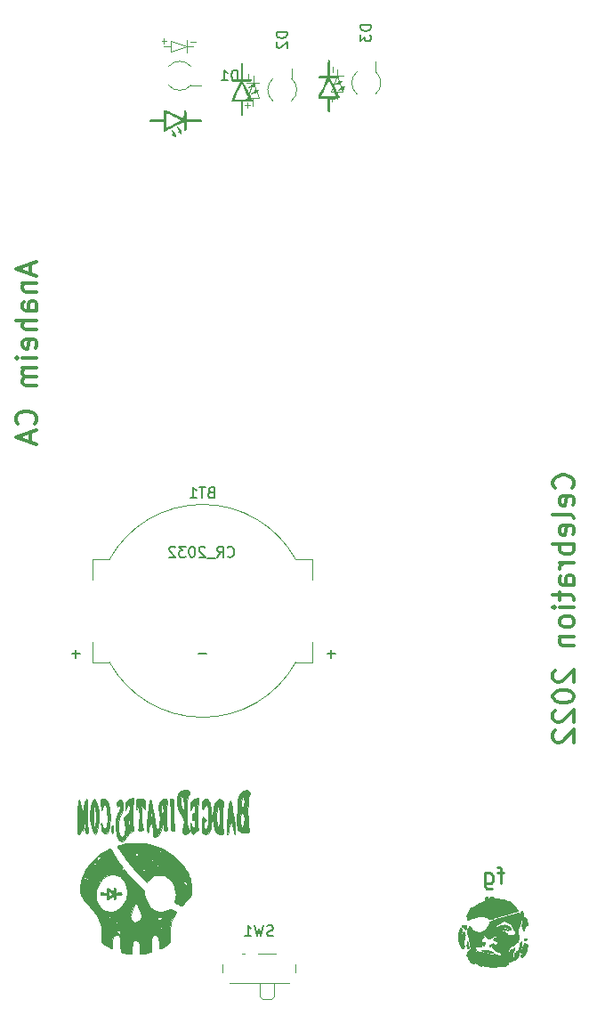
<source format=gbr>
%TF.GenerationSoftware,KiCad,Pcbnew,(6.0.0)*%
%TF.CreationDate,2022-03-29T21:49:47-05:00*%
%TF.ProjectId,R2,52322e6b-6963-4616-945f-706362585858,rev?*%
%TF.SameCoordinates,Original*%
%TF.FileFunction,Legend,Bot*%
%TF.FilePolarity,Positive*%
%FSLAX46Y46*%
G04 Gerber Fmt 4.6, Leading zero omitted, Abs format (unit mm)*
G04 Created by KiCad (PCBNEW (6.0.0)) date 2022-03-29 21:49:47*
%MOMM*%
%LPD*%
G01*
G04 APERTURE LIST*
%ADD10C,0.300000*%
%ADD11C,0.250000*%
%ADD12C,0.150000*%
%ADD13C,0.010000*%
%ADD14C,0.120000*%
G04 APERTURE END LIST*
D10*
X127008333Y-81023809D02*
X127008333Y-81976190D01*
X127579761Y-80833333D02*
X125579761Y-81500000D01*
X127579761Y-82166666D01*
X126246428Y-82833333D02*
X127579761Y-82833333D01*
X126436904Y-82833333D02*
X126341666Y-82928571D01*
X126246428Y-83119047D01*
X126246428Y-83404761D01*
X126341666Y-83595238D01*
X126532142Y-83690476D01*
X127579761Y-83690476D01*
X127579761Y-85500000D02*
X126532142Y-85500000D01*
X126341666Y-85404761D01*
X126246428Y-85214285D01*
X126246428Y-84833333D01*
X126341666Y-84642857D01*
X127484523Y-85500000D02*
X127579761Y-85309523D01*
X127579761Y-84833333D01*
X127484523Y-84642857D01*
X127294047Y-84547619D01*
X127103571Y-84547619D01*
X126913095Y-84642857D01*
X126817857Y-84833333D01*
X126817857Y-85309523D01*
X126722619Y-85500000D01*
X127579761Y-86452380D02*
X125579761Y-86452380D01*
X127579761Y-87309523D02*
X126532142Y-87309523D01*
X126341666Y-87214285D01*
X126246428Y-87023809D01*
X126246428Y-86738095D01*
X126341666Y-86547619D01*
X126436904Y-86452380D01*
X127484523Y-89023809D02*
X127579761Y-88833333D01*
X127579761Y-88452380D01*
X127484523Y-88261904D01*
X127294047Y-88166666D01*
X126532142Y-88166666D01*
X126341666Y-88261904D01*
X126246428Y-88452380D01*
X126246428Y-88833333D01*
X126341666Y-89023809D01*
X126532142Y-89119047D01*
X126722619Y-89119047D01*
X126913095Y-88166666D01*
X127579761Y-89976190D02*
X126246428Y-89976190D01*
X125579761Y-89976190D02*
X125675000Y-89880952D01*
X125770238Y-89976190D01*
X125675000Y-90071428D01*
X125579761Y-89976190D01*
X125770238Y-89976190D01*
X127579761Y-90928571D02*
X126246428Y-90928571D01*
X126436904Y-90928571D02*
X126341666Y-91023809D01*
X126246428Y-91214285D01*
X126246428Y-91500000D01*
X126341666Y-91690476D01*
X126532142Y-91785714D01*
X127579761Y-91785714D01*
X126532142Y-91785714D02*
X126341666Y-91880952D01*
X126246428Y-92071428D01*
X126246428Y-92357142D01*
X126341666Y-92547619D01*
X126532142Y-92642857D01*
X127579761Y-92642857D01*
X127389285Y-96261904D02*
X127484523Y-96166666D01*
X127579761Y-95880952D01*
X127579761Y-95690476D01*
X127484523Y-95404761D01*
X127294047Y-95214285D01*
X127103571Y-95119047D01*
X126722619Y-95023809D01*
X126436904Y-95023809D01*
X126055952Y-95119047D01*
X125865476Y-95214285D01*
X125675000Y-95404761D01*
X125579761Y-95690476D01*
X125579761Y-95880952D01*
X125675000Y-96166666D01*
X125770238Y-96261904D01*
X127008333Y-97023809D02*
X127008333Y-97976190D01*
X127579761Y-96833333D02*
X125579761Y-97500000D01*
X127579761Y-98166666D01*
X178514285Y-102348809D02*
X178609523Y-102253571D01*
X178704761Y-101967857D01*
X178704761Y-101777380D01*
X178609523Y-101491666D01*
X178419047Y-101301190D01*
X178228571Y-101205952D01*
X177847619Y-101110714D01*
X177561904Y-101110714D01*
X177180952Y-101205952D01*
X176990476Y-101301190D01*
X176800000Y-101491666D01*
X176704761Y-101777380D01*
X176704761Y-101967857D01*
X176800000Y-102253571D01*
X176895238Y-102348809D01*
X178609523Y-103967857D02*
X178704761Y-103777380D01*
X178704761Y-103396428D01*
X178609523Y-103205952D01*
X178419047Y-103110714D01*
X177657142Y-103110714D01*
X177466666Y-103205952D01*
X177371428Y-103396428D01*
X177371428Y-103777380D01*
X177466666Y-103967857D01*
X177657142Y-104063095D01*
X177847619Y-104063095D01*
X178038095Y-103110714D01*
X178704761Y-105205952D02*
X178609523Y-105015476D01*
X178419047Y-104920238D01*
X176704761Y-104920238D01*
X178609523Y-106729761D02*
X178704761Y-106539285D01*
X178704761Y-106158333D01*
X178609523Y-105967857D01*
X178419047Y-105872619D01*
X177657142Y-105872619D01*
X177466666Y-105967857D01*
X177371428Y-106158333D01*
X177371428Y-106539285D01*
X177466666Y-106729761D01*
X177657142Y-106825000D01*
X177847619Y-106825000D01*
X178038095Y-105872619D01*
X178704761Y-107682142D02*
X176704761Y-107682142D01*
X177466666Y-107682142D02*
X177371428Y-107872619D01*
X177371428Y-108253571D01*
X177466666Y-108444047D01*
X177561904Y-108539285D01*
X177752380Y-108634523D01*
X178323809Y-108634523D01*
X178514285Y-108539285D01*
X178609523Y-108444047D01*
X178704761Y-108253571D01*
X178704761Y-107872619D01*
X178609523Y-107682142D01*
X178704761Y-109491666D02*
X177371428Y-109491666D01*
X177752380Y-109491666D02*
X177561904Y-109586904D01*
X177466666Y-109682142D01*
X177371428Y-109872619D01*
X177371428Y-110063095D01*
X178704761Y-111586904D02*
X177657142Y-111586904D01*
X177466666Y-111491666D01*
X177371428Y-111301190D01*
X177371428Y-110920238D01*
X177466666Y-110729761D01*
X178609523Y-111586904D02*
X178704761Y-111396428D01*
X178704761Y-110920238D01*
X178609523Y-110729761D01*
X178419047Y-110634523D01*
X178228571Y-110634523D01*
X178038095Y-110729761D01*
X177942857Y-110920238D01*
X177942857Y-111396428D01*
X177847619Y-111586904D01*
X177371428Y-112253571D02*
X177371428Y-113015476D01*
X176704761Y-112539285D02*
X178419047Y-112539285D01*
X178609523Y-112634523D01*
X178704761Y-112825000D01*
X178704761Y-113015476D01*
X178704761Y-113682142D02*
X177371428Y-113682142D01*
X176704761Y-113682142D02*
X176800000Y-113586904D01*
X176895238Y-113682142D01*
X176800000Y-113777380D01*
X176704761Y-113682142D01*
X176895238Y-113682142D01*
X178704761Y-114920238D02*
X178609523Y-114729761D01*
X178514285Y-114634523D01*
X178323809Y-114539285D01*
X177752380Y-114539285D01*
X177561904Y-114634523D01*
X177466666Y-114729761D01*
X177371428Y-114920238D01*
X177371428Y-115205952D01*
X177466666Y-115396428D01*
X177561904Y-115491666D01*
X177752380Y-115586904D01*
X178323809Y-115586904D01*
X178514285Y-115491666D01*
X178609523Y-115396428D01*
X178704761Y-115205952D01*
X178704761Y-114920238D01*
X177371428Y-116444047D02*
X178704761Y-116444047D01*
X177561904Y-116444047D02*
X177466666Y-116539285D01*
X177371428Y-116729761D01*
X177371428Y-117015476D01*
X177466666Y-117205952D01*
X177657142Y-117301190D01*
X178704761Y-117301190D01*
X176895238Y-119682142D02*
X176800000Y-119777380D01*
X176704761Y-119967857D01*
X176704761Y-120444047D01*
X176800000Y-120634523D01*
X176895238Y-120729761D01*
X177085714Y-120825000D01*
X177276190Y-120825000D01*
X177561904Y-120729761D01*
X178704761Y-119586904D01*
X178704761Y-120825000D01*
X176704761Y-122063095D02*
X176704761Y-122253571D01*
X176800000Y-122444047D01*
X176895238Y-122539285D01*
X177085714Y-122634523D01*
X177466666Y-122729761D01*
X177942857Y-122729761D01*
X178323809Y-122634523D01*
X178514285Y-122539285D01*
X178609523Y-122444047D01*
X178704761Y-122253571D01*
X178704761Y-122063095D01*
X178609523Y-121872619D01*
X178514285Y-121777380D01*
X178323809Y-121682142D01*
X177942857Y-121586904D01*
X177466666Y-121586904D01*
X177085714Y-121682142D01*
X176895238Y-121777380D01*
X176800000Y-121872619D01*
X176704761Y-122063095D01*
X176895238Y-123491666D02*
X176800000Y-123586904D01*
X176704761Y-123777380D01*
X176704761Y-124253571D01*
X176800000Y-124444047D01*
X176895238Y-124539285D01*
X177085714Y-124634523D01*
X177276190Y-124634523D01*
X177561904Y-124539285D01*
X178704761Y-123396428D01*
X178704761Y-124634523D01*
X176895238Y-125396428D02*
X176800000Y-125491666D01*
X176704761Y-125682142D01*
X176704761Y-126158333D01*
X176800000Y-126348809D01*
X176895238Y-126444047D01*
X177085714Y-126539285D01*
X177276190Y-126539285D01*
X177561904Y-126444047D01*
X178704761Y-125301190D01*
X178704761Y-126539285D01*
D11*
%TO.C,G\u002A\u002A\u002A*%
X172015000Y-138940000D02*
X171428333Y-138940000D01*
X171795000Y-139966666D02*
X171795000Y-138646666D01*
X171721666Y-138500000D01*
X171575000Y-138426666D01*
X171428333Y-138426666D01*
X170255000Y-138940000D02*
X170255000Y-140186666D01*
X170328333Y-140333333D01*
X170401666Y-140406666D01*
X170548333Y-140480000D01*
X170768333Y-140480000D01*
X170915000Y-140406666D01*
X170255000Y-139893333D02*
X170401666Y-139966666D01*
X170695000Y-139966666D01*
X170841666Y-139893333D01*
X170915000Y-139820000D01*
X170988333Y-139673333D01*
X170988333Y-139233333D01*
X170915000Y-139086666D01*
X170841666Y-139013333D01*
X170695000Y-138940000D01*
X170401666Y-138940000D01*
X170255000Y-139013333D01*
D12*
%TO.C,D1*%
X146687895Y-63602380D02*
X146687895Y-62602380D01*
X146449800Y-62602380D01*
X146306942Y-62650000D01*
X146211704Y-62745238D01*
X146164085Y-62840476D01*
X146116466Y-63030952D01*
X146116466Y-63173809D01*
X146164085Y-63364285D01*
X146211704Y-63459523D01*
X146306942Y-63554761D01*
X146449800Y-63602380D01*
X146687895Y-63602380D01*
X145164085Y-63602380D02*
X145735514Y-63602380D01*
X145449800Y-63602380D02*
X145449800Y-62602380D01*
X145545038Y-62745238D01*
X145640276Y-62840476D01*
X145735514Y-62888095D01*
%TO.C,D3*%
X159402380Y-58337104D02*
X158402380Y-58337104D01*
X158402380Y-58575200D01*
X158450000Y-58718057D01*
X158545238Y-58813295D01*
X158640476Y-58860914D01*
X158830952Y-58908533D01*
X158973809Y-58908533D01*
X159164285Y-58860914D01*
X159259523Y-58813295D01*
X159354761Y-58718057D01*
X159402380Y-58575200D01*
X159402380Y-58337104D01*
X158402380Y-59241866D02*
X158402380Y-59860914D01*
X158783333Y-59527580D01*
X158783333Y-59670438D01*
X158830952Y-59765676D01*
X158878571Y-59813295D01*
X158973809Y-59860914D01*
X159211904Y-59860914D01*
X159307142Y-59813295D01*
X159354761Y-59765676D01*
X159402380Y-59670438D01*
X159402380Y-59384723D01*
X159354761Y-59289485D01*
X159307142Y-59241866D01*
%TO.C,SW1*%
X150083333Y-144904761D02*
X149940476Y-144952380D01*
X149702380Y-144952380D01*
X149607142Y-144904761D01*
X149559523Y-144857142D01*
X149511904Y-144761904D01*
X149511904Y-144666666D01*
X149559523Y-144571428D01*
X149607142Y-144523809D01*
X149702380Y-144476190D01*
X149892857Y-144428571D01*
X149988095Y-144380952D01*
X150035714Y-144333333D01*
X150083333Y-144238095D01*
X150083333Y-144142857D01*
X150035714Y-144047619D01*
X149988095Y-144000000D01*
X149892857Y-143952380D01*
X149654761Y-143952380D01*
X149511904Y-144000000D01*
X149178571Y-143952380D02*
X148940476Y-144952380D01*
X148750000Y-144238095D01*
X148559523Y-144952380D01*
X148321428Y-143952380D01*
X147416666Y-144952380D02*
X147988095Y-144952380D01*
X147702380Y-144952380D02*
X147702380Y-143952380D01*
X147797619Y-144095238D01*
X147892857Y-144190476D01*
X147988095Y-144238095D01*
%TO.C,D2*%
X151402380Y-58987104D02*
X150402380Y-58987104D01*
X150402380Y-59225200D01*
X150450000Y-59368057D01*
X150545238Y-59463295D01*
X150640476Y-59510914D01*
X150830952Y-59558533D01*
X150973809Y-59558533D01*
X151164285Y-59510914D01*
X151259523Y-59463295D01*
X151354761Y-59368057D01*
X151402380Y-59225200D01*
X151402380Y-58987104D01*
X150497619Y-59939485D02*
X150450000Y-59987104D01*
X150402380Y-60082342D01*
X150402380Y-60320438D01*
X150450000Y-60415676D01*
X150497619Y-60463295D01*
X150592857Y-60510914D01*
X150688095Y-60510914D01*
X150830952Y-60463295D01*
X151402380Y-59891866D01*
X151402380Y-60510914D01*
%TO.C,BT1*%
X144160714Y-102753571D02*
X144017857Y-102801190D01*
X143970238Y-102848809D01*
X143922619Y-102944047D01*
X143922619Y-103086904D01*
X143970238Y-103182142D01*
X144017857Y-103229761D01*
X144113095Y-103277380D01*
X144494047Y-103277380D01*
X144494047Y-102277380D01*
X144160714Y-102277380D01*
X144065476Y-102325000D01*
X144017857Y-102372619D01*
X143970238Y-102467857D01*
X143970238Y-102563095D01*
X144017857Y-102658333D01*
X144065476Y-102705952D01*
X144160714Y-102753571D01*
X144494047Y-102753571D01*
X143636904Y-102277380D02*
X143065476Y-102277380D01*
X143351190Y-103277380D02*
X143351190Y-102277380D01*
X142208333Y-103277380D02*
X142779761Y-103277380D01*
X142494047Y-103277380D02*
X142494047Y-102277380D01*
X142589285Y-102420238D01*
X142684523Y-102515476D01*
X142779761Y-102563095D01*
X155998752Y-118109628D02*
X155236847Y-118109628D01*
X155617800Y-118490580D02*
X155617800Y-117728676D01*
X143705152Y-118109628D02*
X142943247Y-118109628D01*
X131690952Y-118109628D02*
X130929047Y-118109628D01*
X131310000Y-118490580D02*
X131310000Y-117728676D01*
X145749590Y-108819542D02*
X145797209Y-108867161D01*
X145940066Y-108914780D01*
X146035304Y-108914780D01*
X146178161Y-108867161D01*
X146273400Y-108771923D01*
X146321019Y-108676685D01*
X146368638Y-108486209D01*
X146368638Y-108343352D01*
X146321019Y-108152876D01*
X146273400Y-108057638D01*
X146178161Y-107962400D01*
X146035304Y-107914780D01*
X145940066Y-107914780D01*
X145797209Y-107962400D01*
X145749590Y-108010019D01*
X144749590Y-108914780D02*
X145082923Y-108438590D01*
X145321019Y-108914780D02*
X145321019Y-107914780D01*
X144940066Y-107914780D01*
X144844828Y-107962400D01*
X144797209Y-108010019D01*
X144749590Y-108105257D01*
X144749590Y-108248114D01*
X144797209Y-108343352D01*
X144844828Y-108390971D01*
X144940066Y-108438590D01*
X145321019Y-108438590D01*
X144559114Y-109010019D02*
X143797209Y-109010019D01*
X143606733Y-108010019D02*
X143559114Y-107962400D01*
X143463876Y-107914780D01*
X143225780Y-107914780D01*
X143130542Y-107962400D01*
X143082923Y-108010019D01*
X143035304Y-108105257D01*
X143035304Y-108200495D01*
X143082923Y-108343352D01*
X143654352Y-108914780D01*
X143035304Y-108914780D01*
X142416257Y-107914780D02*
X142321019Y-107914780D01*
X142225780Y-107962400D01*
X142178161Y-108010019D01*
X142130542Y-108105257D01*
X142082923Y-108295733D01*
X142082923Y-108533828D01*
X142130542Y-108724304D01*
X142178161Y-108819542D01*
X142225780Y-108867161D01*
X142321019Y-108914780D01*
X142416257Y-108914780D01*
X142511495Y-108867161D01*
X142559114Y-108819542D01*
X142606733Y-108724304D01*
X142654352Y-108533828D01*
X142654352Y-108295733D01*
X142606733Y-108105257D01*
X142559114Y-108010019D01*
X142511495Y-107962400D01*
X142416257Y-107914780D01*
X141749590Y-107914780D02*
X141130542Y-107914780D01*
X141463876Y-108295733D01*
X141321019Y-108295733D01*
X141225780Y-108343352D01*
X141178161Y-108390971D01*
X141130542Y-108486209D01*
X141130542Y-108724304D01*
X141178161Y-108819542D01*
X141225780Y-108867161D01*
X141321019Y-108914780D01*
X141606733Y-108914780D01*
X141701971Y-108867161D01*
X141749590Y-108819542D01*
X140749590Y-108010019D02*
X140701971Y-107962400D01*
X140606733Y-107914780D01*
X140368638Y-107914780D01*
X140273400Y-107962400D01*
X140225780Y-108010019D01*
X140178161Y-108105257D01*
X140178161Y-108200495D01*
X140225780Y-108343352D01*
X140797209Y-108914780D01*
X140178161Y-108914780D01*
D13*
%TO.C,G\u002A\u002A\u002A*%
X143396548Y-132063259D02*
X143328641Y-132307171D01*
X143328641Y-132307171D02*
X143311425Y-132802937D01*
X143311425Y-132802937D02*
X143398987Y-132895924D01*
X143398987Y-132895924D02*
X143521132Y-132693347D01*
X143521132Y-132693347D02*
X143725230Y-132465330D01*
X143725230Y-132465330D02*
X143872530Y-132735695D01*
X143872530Y-132735695D02*
X143935626Y-133448139D01*
X143935626Y-133448139D02*
X143936250Y-133546212D01*
X143936250Y-133546212D02*
X143881101Y-134302106D01*
X143881101Y-134302106D02*
X143742352Y-134754954D01*
X143742352Y-134754954D02*
X143560055Y-134774405D01*
X143560055Y-134774405D02*
X143559219Y-134773345D01*
X143559219Y-134773345D02*
X143465297Y-134490929D01*
X143465297Y-134490929D02*
X143511163Y-134180464D01*
X143511163Y-134180464D02*
X143598907Y-134052703D01*
X143598907Y-134052703D02*
X143696225Y-133938280D01*
X143696225Y-133938280D02*
X143646228Y-133794498D01*
X143646228Y-133794498D02*
X143598907Y-133719592D01*
X143598907Y-133719592D02*
X143401215Y-133597939D01*
X143401215Y-133597939D02*
X143289334Y-133916112D01*
X143289334Y-133916112D02*
X143280627Y-134530533D01*
X143280627Y-134530533D02*
X143323494Y-134988652D01*
X143323494Y-134988652D02*
X143418623Y-135200427D01*
X143418623Y-135200427D02*
X143614489Y-135257438D01*
X143614489Y-135257438D02*
X143665861Y-135258333D01*
X143665861Y-135258333D02*
X143910449Y-135187347D01*
X143910449Y-135187347D02*
X144059921Y-134916561D01*
X144059921Y-134916561D02*
X144136480Y-134582662D01*
X144136480Y-134582662D02*
X144216026Y-133746425D01*
X144216026Y-133746425D02*
X144184591Y-132892167D01*
X144184591Y-132892167D02*
X144053530Y-132241621D01*
X144053530Y-132241621D02*
X144011713Y-132146444D01*
X144011713Y-132146444D02*
X143802192Y-131912172D01*
X143802192Y-131912172D02*
X143576746Y-131889242D01*
X143576746Y-131889242D02*
X143396548Y-132063259D01*
X143396548Y-132063259D02*
X143396548Y-132063259D01*
G36*
X143802192Y-131912172D02*
G01*
X144011713Y-132146444D01*
X144053530Y-132241621D01*
X144184591Y-132892167D01*
X144216026Y-133746425D01*
X144136480Y-134582662D01*
X144059921Y-134916561D01*
X143910449Y-135187347D01*
X143665861Y-135258333D01*
X143614489Y-135257438D01*
X143418623Y-135200427D01*
X143323494Y-134988652D01*
X143280627Y-134530533D01*
X143289334Y-133916112D01*
X143401215Y-133597939D01*
X143598907Y-133719592D01*
X143646228Y-133794498D01*
X143696225Y-133938280D01*
X143598907Y-134052703D01*
X143511163Y-134180464D01*
X143465297Y-134490929D01*
X143559219Y-134773345D01*
X143560055Y-134774405D01*
X143742352Y-134754954D01*
X143881101Y-134302106D01*
X143936250Y-133546212D01*
X143935626Y-133448139D01*
X143872530Y-132735695D01*
X143725230Y-132465330D01*
X143521132Y-132693347D01*
X143398987Y-132895924D01*
X143311425Y-132802937D01*
X143328641Y-132307171D01*
X143396548Y-132063259D01*
X143576746Y-131889242D01*
X143802192Y-131912172D01*
G37*
X143802192Y-131912172D02*
X144011713Y-132146444D01*
X144053530Y-132241621D01*
X144184591Y-132892167D01*
X144216026Y-133746425D01*
X144136480Y-134582662D01*
X144059921Y-134916561D01*
X143910449Y-135187347D01*
X143665861Y-135258333D01*
X143614489Y-135257438D01*
X143418623Y-135200427D01*
X143323494Y-134988652D01*
X143280627Y-134530533D01*
X143289334Y-133916112D01*
X143401215Y-133597939D01*
X143598907Y-133719592D01*
X143646228Y-133794498D01*
X143696225Y-133938280D01*
X143598907Y-134052703D01*
X143511163Y-134180464D01*
X143465297Y-134490929D01*
X143559219Y-134773345D01*
X143560055Y-134774405D01*
X143742352Y-134754954D01*
X143881101Y-134302106D01*
X143936250Y-133546212D01*
X143935626Y-133448139D01*
X143872530Y-132735695D01*
X143725230Y-132465330D01*
X143521132Y-132693347D01*
X143398987Y-132895924D01*
X143311425Y-132802937D01*
X143328641Y-132307171D01*
X143396548Y-132063259D01*
X143576746Y-131889242D01*
X143802192Y-131912172D01*
X145961072Y-132100600D02*
X145887047Y-132510483D01*
X145887047Y-132510483D02*
X145787458Y-133281204D01*
X145787458Y-133281204D02*
X145674783Y-134339109D01*
X145674783Y-134339109D02*
X145654194Y-134980095D01*
X145654194Y-134980095D02*
X145725141Y-135245621D01*
X145725141Y-135245621D02*
X145761211Y-135258333D01*
X145761211Y-135258333D02*
X145837984Y-135025695D01*
X145837984Y-135025695D02*
X145880938Y-134693888D01*
X145880938Y-134693888D02*
X145982204Y-134235364D01*
X145982204Y-134235364D02*
X146075467Y-134129444D01*
X146075467Y-134129444D02*
X146210206Y-134366754D01*
X146210206Y-134366754D02*
X146261124Y-134693888D01*
X146261124Y-134693888D02*
X146328570Y-135109198D01*
X146328570Y-135109198D02*
X146418099Y-135271689D01*
X146418099Y-135271689D02*
X146473998Y-135099345D01*
X146473998Y-135099345D02*
X146476250Y-135010577D01*
X146476250Y-135010577D02*
X146437077Y-134440283D01*
X146437077Y-134440283D02*
X146340992Y-133639293D01*
X146340992Y-133639293D02*
X146317201Y-133482739D01*
X146317201Y-133482739D02*
X146126459Y-133482739D01*
X146126459Y-133482739D02*
X146115673Y-133584501D01*
X146115673Y-133584501D02*
X146039048Y-133834748D01*
X146039048Y-133834748D02*
X146001553Y-133549723D01*
X146001553Y-133549723D02*
X146000000Y-133407232D01*
X146000000Y-133407232D02*
X146039053Y-133116557D01*
X146039053Y-133116557D02*
X146080670Y-133144511D01*
X146080670Y-133144511D02*
X146126459Y-133482739D01*
X146126459Y-133482739D02*
X146317201Y-133482739D01*
X146317201Y-133482739D02*
X146220152Y-132844150D01*
X146220152Y-132844150D02*
X146106710Y-132291397D01*
X146106710Y-132291397D02*
X146106528Y-132290747D01*
X146106528Y-132290747D02*
X146025413Y-132054730D01*
X146025413Y-132054730D02*
X145961072Y-132100600D01*
X145961072Y-132100600D02*
X145961072Y-132100600D01*
G36*
X146437077Y-134440283D02*
G01*
X146476250Y-135010577D01*
X146473998Y-135099345D01*
X146418099Y-135271689D01*
X146328570Y-135109198D01*
X146261124Y-134693888D01*
X146210206Y-134366754D01*
X146075467Y-134129444D01*
X145982204Y-134235364D01*
X145880938Y-134693888D01*
X145837984Y-135025695D01*
X145761211Y-135258333D01*
X145725141Y-135245621D01*
X145654194Y-134980095D01*
X145674783Y-134339109D01*
X145774035Y-133407232D01*
X146000000Y-133407232D01*
X146001553Y-133549723D01*
X146039048Y-133834748D01*
X146115673Y-133584501D01*
X146126459Y-133482739D01*
X146080670Y-133144511D01*
X146039053Y-133116557D01*
X146000000Y-133407232D01*
X145774035Y-133407232D01*
X145787458Y-133281204D01*
X145887047Y-132510483D01*
X145961072Y-132100600D01*
X146025413Y-132054730D01*
X146106528Y-132290747D01*
X146106710Y-132291397D01*
X146220152Y-132844150D01*
X146317201Y-133482739D01*
X146340992Y-133639293D01*
X146437077Y-134440283D01*
G37*
X146437077Y-134440283D02*
X146476250Y-135010577D01*
X146473998Y-135099345D01*
X146418099Y-135271689D01*
X146328570Y-135109198D01*
X146261124Y-134693888D01*
X146210206Y-134366754D01*
X146075467Y-134129444D01*
X145982204Y-134235364D01*
X145880938Y-134693888D01*
X145837984Y-135025695D01*
X145761211Y-135258333D01*
X145725141Y-135245621D01*
X145654194Y-134980095D01*
X145674783Y-134339109D01*
X145774035Y-133407232D01*
X146000000Y-133407232D01*
X146001553Y-133549723D01*
X146039048Y-133834748D01*
X146115673Y-133584501D01*
X146126459Y-133482739D01*
X146080670Y-133144511D01*
X146039053Y-133116557D01*
X146000000Y-133407232D01*
X145774035Y-133407232D01*
X145787458Y-133281204D01*
X145887047Y-132510483D01*
X145961072Y-132100600D01*
X146025413Y-132054730D01*
X146106528Y-132290747D01*
X146106710Y-132291397D01*
X146220152Y-132844150D01*
X146317201Y-133482739D01*
X146340992Y-133639293D01*
X146437077Y-134440283D01*
X147290750Y-131145130D02*
X147045220Y-131303404D01*
X147045220Y-131303404D02*
X146861345Y-131531618D01*
X146861345Y-131531618D02*
X146822437Y-131621905D01*
X146822437Y-131621905D02*
X146739685Y-132153567D01*
X146739685Y-132153567D02*
X146741093Y-132486670D01*
X146741093Y-132486670D02*
X146739862Y-132989648D01*
X146739862Y-132989648D02*
X146706924Y-133158041D01*
X146706924Y-133158041D02*
X146647329Y-133561683D01*
X146647329Y-133561683D02*
X146640499Y-134185455D01*
X146640499Y-134185455D02*
X146684573Y-134719513D01*
X146684573Y-134719513D02*
X146717037Y-134840848D01*
X146717037Y-134840848D02*
X146844101Y-134971909D01*
X146844101Y-134971909D02*
X147058542Y-135065935D01*
X147058542Y-135065935D02*
X147312112Y-135117815D01*
X147312112Y-135117815D02*
X147556563Y-135122437D01*
X147556563Y-135122437D02*
X147743647Y-135074690D01*
X147743647Y-135074690D02*
X147825116Y-134969461D01*
X147825116Y-134969461D02*
X147825625Y-134958303D01*
X147825625Y-134958303D02*
X147765073Y-134701449D01*
X147765073Y-134701449D02*
X147746250Y-134693888D01*
X147746250Y-134693888D02*
X147702782Y-134438715D01*
X147702782Y-134438715D02*
X147676761Y-133844624D01*
X147676761Y-133844624D02*
X147358841Y-133844624D01*
X147358841Y-133844624D02*
X147307858Y-134289402D01*
X147307858Y-134289402D02*
X147169527Y-134614500D01*
X147169527Y-134614500D02*
X147094199Y-134671608D01*
X147094199Y-134671608D02*
X147016034Y-134473849D01*
X147016034Y-134473849D02*
X146958086Y-134166551D01*
X146958086Y-134166551D02*
X146915536Y-133618905D01*
X146915536Y-133618905D02*
X147004398Y-133340699D01*
X147004398Y-133340699D02*
X147164167Y-133282777D01*
X147164167Y-133282777D02*
X147313827Y-133451854D01*
X147313827Y-133451854D02*
X147358841Y-133844624D01*
X147358841Y-133844624D02*
X147676761Y-133844624D01*
X147676761Y-133844624D02*
X147673951Y-133780473D01*
X147673951Y-133780473D02*
X147666875Y-133141666D01*
X147666875Y-133141666D02*
X147676856Y-132214519D01*
X147676856Y-132214519D02*
X147681405Y-132153888D01*
X147681405Y-132153888D02*
X147349375Y-132153888D01*
X147349375Y-132153888D02*
X147287182Y-132587575D01*
X147287182Y-132587575D02*
X147149134Y-132742844D01*
X147149134Y-132742844D02*
X147008028Y-132539377D01*
X147008028Y-132539377D02*
X147006106Y-132532633D01*
X147006106Y-132532633D02*
X147001501Y-132201531D01*
X147001501Y-132201531D02*
X147087779Y-131821437D01*
X147087779Y-131821437D02*
X147214071Y-131597458D01*
X147214071Y-131597458D02*
X147240032Y-131589444D01*
X147240032Y-131589444D02*
X147328709Y-131824655D01*
X147328709Y-131824655D02*
X147349375Y-132153888D01*
X147349375Y-132153888D02*
X147681405Y-132153888D01*
X147681405Y-132153888D02*
X147712827Y-131735124D01*
X147712827Y-131735124D02*
X147783835Y-131590015D01*
X147783835Y-131590015D02*
X147790622Y-131589444D01*
X147790622Y-131589444D02*
X147871102Y-131442218D01*
X147871102Y-131442218D02*
X147859142Y-131271722D01*
X147859142Y-131271722D02*
X147751524Y-131111111D01*
X147751524Y-131111111D02*
X147544122Y-131074973D01*
X147544122Y-131074973D02*
X147290750Y-131145130D01*
X147290750Y-131145130D02*
X147290750Y-131145130D01*
G36*
X147746250Y-134693888D02*
G01*
X147765073Y-134701449D01*
X147825625Y-134958303D01*
X147825116Y-134969461D01*
X147743647Y-135074690D01*
X147556563Y-135122437D01*
X147312112Y-135117815D01*
X147058542Y-135065935D01*
X146844101Y-134971909D01*
X146717037Y-134840848D01*
X146684573Y-134719513D01*
X146640499Y-134185455D01*
X146646702Y-133618905D01*
X146915536Y-133618905D01*
X146958086Y-134166551D01*
X147016034Y-134473849D01*
X147094199Y-134671608D01*
X147169527Y-134614500D01*
X147307858Y-134289402D01*
X147358841Y-133844624D01*
X147313827Y-133451854D01*
X147164167Y-133282777D01*
X147004398Y-133340699D01*
X146915536Y-133618905D01*
X146646702Y-133618905D01*
X146647329Y-133561683D01*
X146706924Y-133158041D01*
X146739862Y-132989648D01*
X146741093Y-132486670D01*
X146739888Y-132201531D01*
X147001501Y-132201531D01*
X147006106Y-132532633D01*
X147008028Y-132539377D01*
X147149134Y-132742844D01*
X147287182Y-132587575D01*
X147349375Y-132153888D01*
X147328709Y-131824655D01*
X147240032Y-131589444D01*
X147214071Y-131597458D01*
X147087779Y-131821437D01*
X147001501Y-132201531D01*
X146739888Y-132201531D01*
X146739685Y-132153567D01*
X146822437Y-131621905D01*
X146861345Y-131531618D01*
X147045220Y-131303404D01*
X147290750Y-131145130D01*
X147544122Y-131074973D01*
X147751524Y-131111111D01*
X147859142Y-131271722D01*
X147871102Y-131442218D01*
X147790622Y-131589444D01*
X147783835Y-131590015D01*
X147712827Y-131735124D01*
X147681405Y-132153888D01*
X147676856Y-132214519D01*
X147666875Y-133141666D01*
X147673951Y-133780473D01*
X147676761Y-133844624D01*
X147702782Y-134438715D01*
X147746250Y-134693888D01*
G37*
X147746250Y-134693888D02*
X147765073Y-134701449D01*
X147825625Y-134958303D01*
X147825116Y-134969461D01*
X147743647Y-135074690D01*
X147556563Y-135122437D01*
X147312112Y-135117815D01*
X147058542Y-135065935D01*
X146844101Y-134971909D01*
X146717037Y-134840848D01*
X146684573Y-134719513D01*
X146640499Y-134185455D01*
X146646702Y-133618905D01*
X146915536Y-133618905D01*
X146958086Y-134166551D01*
X147016034Y-134473849D01*
X147094199Y-134671608D01*
X147169527Y-134614500D01*
X147307858Y-134289402D01*
X147358841Y-133844624D01*
X147313827Y-133451854D01*
X147164167Y-133282777D01*
X147004398Y-133340699D01*
X146915536Y-133618905D01*
X146646702Y-133618905D01*
X146647329Y-133561683D01*
X146706924Y-133158041D01*
X146739862Y-132989648D01*
X146741093Y-132486670D01*
X146739888Y-132201531D01*
X147001501Y-132201531D01*
X147006106Y-132532633D01*
X147008028Y-132539377D01*
X147149134Y-132742844D01*
X147287182Y-132587575D01*
X147349375Y-132153888D01*
X147328709Y-131824655D01*
X147240032Y-131589444D01*
X147214071Y-131597458D01*
X147087779Y-131821437D01*
X147001501Y-132201531D01*
X146739888Y-132201531D01*
X146739685Y-132153567D01*
X146822437Y-131621905D01*
X146861345Y-131531618D01*
X147045220Y-131303404D01*
X147290750Y-131145130D01*
X147544122Y-131074973D01*
X147751524Y-131111111D01*
X147859142Y-131271722D01*
X147871102Y-131442218D01*
X147790622Y-131589444D01*
X147783835Y-131590015D01*
X147712827Y-131735124D01*
X147681405Y-132153888D01*
X147676856Y-132214519D01*
X147666875Y-133141666D01*
X147673951Y-133780473D01*
X147676761Y-133844624D01*
X147702782Y-134438715D01*
X147746250Y-134693888D01*
X137214899Y-131896166D02*
X137083471Y-132002092D01*
X137083471Y-132002092D02*
X137035282Y-132238088D01*
X137035282Y-132238088D02*
X137030625Y-132436111D01*
X137030625Y-132436111D02*
X137066163Y-132927455D01*
X137066163Y-132927455D02*
X137167054Y-132910591D01*
X137167054Y-132910591D02*
X137252875Y-132661888D01*
X137252875Y-132661888D02*
X137313830Y-132563830D01*
X137313830Y-132563830D02*
X137342477Y-132890444D01*
X137342477Y-132890444D02*
X137348125Y-133485037D01*
X137348125Y-133485037D02*
X137325558Y-134274315D01*
X137325558Y-134274315D02*
X137267608Y-134743764D01*
X137267608Y-134743764D02*
X137248907Y-134789200D01*
X137248907Y-134789200D02*
X137258290Y-134870039D01*
X137258290Y-134870039D02*
X137393299Y-134916371D01*
X137393299Y-134916371D02*
X137506875Y-134921092D01*
X137506875Y-134921092D02*
X137687124Y-134891333D01*
X137687124Y-134891333D02*
X137751052Y-134827007D01*
X137751052Y-134827007D02*
X137725157Y-134781568D01*
X137725157Y-134781568D02*
X137627795Y-134514286D01*
X137627795Y-134514286D02*
X137588755Y-133871613D01*
X137588755Y-133871613D02*
X137586250Y-133534376D01*
X137586250Y-133534376D02*
X137593553Y-132833390D01*
X137593553Y-132833390D02*
X137630188Y-132582702D01*
X137630188Y-132582702D02*
X137718247Y-132668754D01*
X137718247Y-132668754D02*
X137745000Y-132718333D01*
X137745000Y-132718333D02*
X137865379Y-132871251D01*
X137865379Y-132871251D02*
X137902427Y-132609142D01*
X137902427Y-132609142D02*
X137903750Y-132446040D01*
X137903750Y-132446040D02*
X137885556Y-132114491D01*
X137885556Y-132114491D02*
X137805782Y-131941769D01*
X137805782Y-131941769D02*
X137626641Y-131878159D01*
X137626641Y-131878159D02*
X137467188Y-131871666D01*
X137467188Y-131871666D02*
X137214899Y-131896166D01*
X137214899Y-131896166D02*
X137214899Y-131896166D01*
G36*
X137626641Y-131878159D02*
G01*
X137805782Y-131941769D01*
X137885556Y-132114491D01*
X137903750Y-132446040D01*
X137902427Y-132609142D01*
X137865379Y-132871251D01*
X137745000Y-132718333D01*
X137718247Y-132668754D01*
X137630188Y-132582702D01*
X137593553Y-132833390D01*
X137586250Y-133534376D01*
X137588755Y-133871613D01*
X137627795Y-134514286D01*
X137725157Y-134781568D01*
X137751052Y-134827007D01*
X137687124Y-134891333D01*
X137506875Y-134921092D01*
X137393299Y-134916371D01*
X137258290Y-134870039D01*
X137248907Y-134789200D01*
X137267608Y-134743764D01*
X137325558Y-134274315D01*
X137348125Y-133485037D01*
X137342477Y-132890444D01*
X137313830Y-132563830D01*
X137252875Y-132661888D01*
X137167054Y-132910591D01*
X137066163Y-132927455D01*
X137030625Y-132436111D01*
X137035282Y-132238088D01*
X137083471Y-132002092D01*
X137214899Y-131896166D01*
X137467188Y-131871666D01*
X137626641Y-131878159D01*
G37*
X137626641Y-131878159D02*
X137805782Y-131941769D01*
X137885556Y-132114491D01*
X137903750Y-132446040D01*
X137902427Y-132609142D01*
X137865379Y-132871251D01*
X137745000Y-132718333D01*
X137718247Y-132668754D01*
X137630188Y-132582702D01*
X137593553Y-132833390D01*
X137586250Y-133534376D01*
X137588755Y-133871613D01*
X137627795Y-134514286D01*
X137725157Y-134781568D01*
X137751052Y-134827007D01*
X137687124Y-134891333D01*
X137506875Y-134921092D01*
X137393299Y-134916371D01*
X137258290Y-134870039D01*
X137248907Y-134789200D01*
X137267608Y-134743764D01*
X137325558Y-134274315D01*
X137348125Y-133485037D01*
X137342477Y-132890444D01*
X137313830Y-132563830D01*
X137252875Y-132661888D01*
X137167054Y-132910591D01*
X137066163Y-132927455D01*
X137030625Y-132436111D01*
X137035282Y-132238088D01*
X137083471Y-132002092D01*
X137214899Y-131896166D01*
X137467188Y-131871666D01*
X137626641Y-131878159D01*
X140268827Y-131912198D02*
X140243659Y-132083543D01*
X140243659Y-132083543D02*
X140283761Y-132289690D01*
X140283761Y-132289690D02*
X140341254Y-132845183D01*
X140341254Y-132845183D02*
X140354269Y-133680472D01*
X140354269Y-133680472D02*
X140350914Y-133841912D01*
X140350914Y-133841912D02*
X140339430Y-134565531D01*
X140339430Y-134565531D02*
X140376179Y-134889375D01*
X140376179Y-134889375D02*
X140489356Y-134973602D01*
X140489356Y-134973602D02*
X140550591Y-134976111D01*
X140550591Y-134976111D02*
X140702826Y-134934434D01*
X140702826Y-134934434D02*
X140722197Y-134754838D01*
X140722197Y-134754838D02*
X140681245Y-134550077D01*
X140681245Y-134550077D02*
X140618992Y-133914049D01*
X140618992Y-133914049D02*
X140624286Y-132997855D01*
X140624286Y-132997855D02*
X140644180Y-132279009D01*
X140644180Y-132279009D02*
X140611844Y-131957912D01*
X140611844Y-131957912D02*
X140499146Y-131874413D01*
X140499146Y-131874413D02*
X140426478Y-131871666D01*
X140426478Y-131871666D02*
X140268827Y-131912198D01*
X140268827Y-131912198D02*
X140268827Y-131912198D01*
G36*
X140499146Y-131874413D02*
G01*
X140611844Y-131957912D01*
X140644180Y-132279009D01*
X140624286Y-132997855D01*
X140618992Y-133914049D01*
X140681245Y-134550077D01*
X140722197Y-134754838D01*
X140702826Y-134934434D01*
X140550591Y-134976111D01*
X140489356Y-134973602D01*
X140376179Y-134889375D01*
X140339430Y-134565531D01*
X140350914Y-133841912D01*
X140354269Y-133680472D01*
X140341254Y-132845183D01*
X140283761Y-132289690D01*
X140243659Y-132083543D01*
X140268827Y-131912198D01*
X140426478Y-131871666D01*
X140499146Y-131874413D01*
G37*
X140499146Y-131874413D02*
X140611844Y-131957912D01*
X140644180Y-132279009D01*
X140624286Y-132997855D01*
X140618992Y-133914049D01*
X140681245Y-134550077D01*
X140722197Y-134754838D01*
X140702826Y-134934434D01*
X140550591Y-134976111D01*
X140489356Y-134973602D01*
X140376179Y-134889375D01*
X140339430Y-134565531D01*
X140350914Y-133841912D01*
X140354269Y-133680472D01*
X140341254Y-132845183D01*
X140283761Y-132289690D01*
X140243659Y-132083543D01*
X140268827Y-131912198D01*
X140426478Y-131871666D01*
X140499146Y-131874413D01*
X141374145Y-131105405D02*
X141163526Y-131252433D01*
X141163526Y-131252433D02*
X141123605Y-131300236D01*
X141123605Y-131300236D02*
X140951226Y-131723226D01*
X140951226Y-131723226D02*
X140914174Y-132263592D01*
X140914174Y-132263592D02*
X141001879Y-132816193D01*
X141001879Y-132816193D02*
X141203776Y-133275889D01*
X141203776Y-133275889D02*
X141337913Y-133432464D01*
X141337913Y-133432464D02*
X141543949Y-133709818D01*
X141543949Y-133709818D02*
X141598676Y-134062782D01*
X141598676Y-134062782D02*
X141519822Y-134496427D01*
X141519822Y-134496427D02*
X141446557Y-134899167D01*
X141446557Y-134899167D02*
X141452947Y-135083624D01*
X141452947Y-135083624D02*
X141560041Y-135212831D01*
X141560041Y-135212831D02*
X141741385Y-135256621D01*
X141741385Y-135256621D02*
X141934202Y-135222375D01*
X141934202Y-135222375D02*
X142075712Y-135117474D01*
X142075712Y-135117474D02*
X142110625Y-135006305D01*
X142110625Y-135006305D02*
X142047458Y-134697784D01*
X142047458Y-134697784D02*
X141991563Y-134591829D01*
X141991563Y-134591829D02*
X141911481Y-134256383D01*
X141911481Y-134256383D02*
X141875720Y-133482211D01*
X141875720Y-133482211D02*
X141872500Y-133009413D01*
X141872500Y-133009413D02*
X141877338Y-132667406D01*
X141877338Y-132667406D02*
X141633160Y-132667406D01*
X141633160Y-132667406D02*
X141578998Y-132938184D01*
X141578998Y-132938184D02*
X141455634Y-132945251D01*
X141455634Y-132945251D02*
X141325859Y-132738509D01*
X141325859Y-132738509D02*
X141252461Y-132367862D01*
X141252461Y-132367862D02*
X141252289Y-132364702D01*
X141252289Y-132364702D02*
X141285967Y-131889845D01*
X141285967Y-131889845D02*
X141400811Y-131654561D01*
X141400811Y-131654561D02*
X141527475Y-131762721D01*
X141527475Y-131762721D02*
X141561796Y-131901097D01*
X141561796Y-131901097D02*
X141625974Y-132471917D01*
X141625974Y-132471917D02*
X141633160Y-132667406D01*
X141633160Y-132667406D02*
X141877338Y-132667406D01*
X141877338Y-132667406D02*
X141885098Y-132118914D01*
X141885098Y-132118914D02*
X141928756Y-131682359D01*
X141928756Y-131682359D02*
X141991563Y-131589444D01*
X141991563Y-131589444D02*
X142097193Y-131437052D01*
X142097193Y-131437052D02*
X142110625Y-131307222D01*
X142110625Y-131307222D02*
X142040157Y-131138970D01*
X142040157Y-131138970D02*
X141861337Y-131049020D01*
X141861337Y-131049020D02*
X141623040Y-131037716D01*
X141623040Y-131037716D02*
X141374145Y-131105405D01*
X141374145Y-131105405D02*
X141374145Y-131105405D01*
G36*
X141875720Y-133482211D02*
G01*
X141911481Y-134256383D01*
X141991563Y-134591829D01*
X142047458Y-134697784D01*
X142110625Y-135006305D01*
X142075712Y-135117474D01*
X141934202Y-135222375D01*
X141741385Y-135256621D01*
X141560041Y-135212831D01*
X141452947Y-135083624D01*
X141446557Y-134899167D01*
X141519822Y-134496427D01*
X141598676Y-134062782D01*
X141543949Y-133709818D01*
X141337913Y-133432464D01*
X141203776Y-133275889D01*
X141001879Y-132816193D01*
X140930221Y-132364702D01*
X141252289Y-132364702D01*
X141252461Y-132367862D01*
X141325859Y-132738509D01*
X141455634Y-132945251D01*
X141578998Y-132938184D01*
X141633160Y-132667406D01*
X141625974Y-132471917D01*
X141561796Y-131901097D01*
X141527475Y-131762721D01*
X141400811Y-131654561D01*
X141285967Y-131889845D01*
X141252289Y-132364702D01*
X140930221Y-132364702D01*
X140914174Y-132263592D01*
X140951226Y-131723226D01*
X141123605Y-131300236D01*
X141163526Y-131252433D01*
X141374145Y-131105405D01*
X141623040Y-131037716D01*
X141861337Y-131049020D01*
X142040157Y-131138970D01*
X142110625Y-131307222D01*
X142097193Y-131437052D01*
X141991563Y-131589444D01*
X141928756Y-131682359D01*
X141885098Y-132118914D01*
X141877338Y-132667406D01*
X141872500Y-133009413D01*
X141875720Y-133482211D01*
G37*
X141875720Y-133482211D02*
X141911481Y-134256383D01*
X141991563Y-134591829D01*
X142047458Y-134697784D01*
X142110625Y-135006305D01*
X142075712Y-135117474D01*
X141934202Y-135222375D01*
X141741385Y-135256621D01*
X141560041Y-135212831D01*
X141452947Y-135083624D01*
X141446557Y-134899167D01*
X141519822Y-134496427D01*
X141598676Y-134062782D01*
X141543949Y-133709818D01*
X141337913Y-133432464D01*
X141203776Y-133275889D01*
X141001879Y-132816193D01*
X140930221Y-132364702D01*
X141252289Y-132364702D01*
X141252461Y-132367862D01*
X141325859Y-132738509D01*
X141455634Y-132945251D01*
X141578998Y-132938184D01*
X141633160Y-132667406D01*
X141625974Y-132471917D01*
X141561796Y-131901097D01*
X141527475Y-131762721D01*
X141400811Y-131654561D01*
X141285967Y-131889845D01*
X141252289Y-132364702D01*
X140930221Y-132364702D01*
X140914174Y-132263592D01*
X140951226Y-131723226D01*
X141123605Y-131300236D01*
X141163526Y-131252433D01*
X141374145Y-131105405D01*
X141623040Y-131037716D01*
X141861337Y-131049020D01*
X142040157Y-131138970D01*
X142110625Y-131307222D01*
X142097193Y-131437052D01*
X141991563Y-131589444D01*
X141928756Y-131682359D01*
X141885098Y-132118914D01*
X141877338Y-132667406D01*
X141872500Y-133009413D01*
X141875720Y-133482211D01*
X134674900Y-134576178D02*
X134688761Y-134914679D01*
X134688761Y-134914679D02*
X134793243Y-135193657D01*
X134793243Y-135193657D02*
X134874211Y-135070827D01*
X134874211Y-135070827D02*
X134887500Y-134858518D01*
X134887500Y-134858518D02*
X134823591Y-134469744D01*
X134823591Y-134469744D02*
X134761823Y-134411666D01*
X134761823Y-134411666D02*
X134674900Y-134576178D01*
X134674900Y-134576178D02*
X134674900Y-134576178D01*
G36*
X134823591Y-134469744D02*
G01*
X134887500Y-134858518D01*
X134874211Y-135070827D01*
X134793243Y-135193657D01*
X134688761Y-134914679D01*
X134674900Y-134576178D01*
X134761823Y-134411666D01*
X134823591Y-134469744D01*
G37*
X134823591Y-134469744D02*
X134887500Y-134858518D01*
X134874211Y-135070827D01*
X134793243Y-135193657D01*
X134688761Y-134914679D01*
X134674900Y-134576178D01*
X134761823Y-134411666D01*
X134823591Y-134469744D01*
X136406880Y-131928109D02*
X136170702Y-132032583D01*
X136170702Y-132032583D02*
X136051687Y-132248683D01*
X136051687Y-132248683D02*
X136011604Y-132577222D01*
X136011604Y-132577222D02*
X136006970Y-132953048D01*
X136006970Y-132953048D02*
X136069483Y-132845055D01*
X136069483Y-132845055D02*
X136086296Y-132788888D01*
X136086296Y-132788888D02*
X136235020Y-132491846D01*
X136235020Y-132491846D02*
X136383770Y-132472885D01*
X136383770Y-132472885D02*
X136470348Y-132724683D01*
X136470348Y-132724683D02*
X136475000Y-132834637D01*
X136475000Y-132834637D02*
X136399914Y-133154195D01*
X136399914Y-133154195D02*
X136191516Y-133404114D01*
X136191516Y-133404114D02*
X136137657Y-133440765D01*
X136137657Y-133440765D02*
X135957153Y-133587888D01*
X135957153Y-133587888D02*
X135885440Y-133723350D01*
X135885440Y-133723350D02*
X135899532Y-133771312D01*
X135899532Y-133771312D02*
X135979838Y-134121043D01*
X135979838Y-134121043D02*
X135993574Y-134702772D01*
X135993574Y-134702772D02*
X135944039Y-135241663D01*
X135944039Y-135241663D02*
X135879511Y-135438738D01*
X135879511Y-135438738D02*
X135674472Y-135502305D01*
X135674472Y-135502305D02*
X135467582Y-135265337D01*
X135467582Y-135265337D02*
X135334077Y-134819145D01*
X135334077Y-134819145D02*
X135327961Y-134769351D01*
X135327961Y-134769351D02*
X135342815Y-134208410D01*
X135342815Y-134208410D02*
X135458112Y-133779237D01*
X135458112Y-133779237D02*
X135672860Y-133187848D01*
X135672860Y-133187848D02*
X135782270Y-132824985D01*
X135782270Y-132824985D02*
X135807776Y-132579426D01*
X135807776Y-132579426D02*
X135770810Y-132339945D01*
X135770810Y-132339945D02*
X135751588Y-132256279D01*
X135751588Y-132256279D02*
X135608578Y-131976212D01*
X135608578Y-131976212D02*
X135422717Y-131953797D01*
X135422717Y-131953797D02*
X135267904Y-132169668D01*
X135267904Y-132169668D02*
X135221574Y-132395171D01*
X135221574Y-132395171D02*
X135234650Y-132648957D01*
X135234650Y-132648957D02*
X135354359Y-132587819D01*
X135354359Y-132587819D02*
X135491306Y-132531308D01*
X135491306Y-132531308D02*
X135515414Y-132727320D01*
X135515414Y-132727320D02*
X135434340Y-133060894D01*
X135434340Y-133060894D02*
X135304219Y-133340577D01*
X135304219Y-133340577D02*
X135117814Y-133882020D01*
X135117814Y-133882020D02*
X135066591Y-134561358D01*
X135066591Y-134561358D02*
X135158565Y-135241972D01*
X135158565Y-135241972D02*
X135186871Y-135341108D01*
X135186871Y-135341108D02*
X135469610Y-135898197D01*
X135469610Y-135898197D02*
X135796174Y-135941282D01*
X135796174Y-135941282D02*
X136097682Y-135553264D01*
X136097682Y-135553264D02*
X136353660Y-135176742D01*
X136353660Y-135176742D02*
X136608237Y-134979888D01*
X136608237Y-134979888D02*
X136653307Y-134971789D01*
X136653307Y-134971789D02*
X136813471Y-134923055D01*
X136813471Y-134923055D02*
X136823529Y-134777034D01*
X136823529Y-134777034D02*
X136801096Y-134718749D01*
X136801096Y-134718749D02*
X136732042Y-134337092D01*
X136732042Y-134337092D02*
X136731465Y-134294074D01*
X136731465Y-134294074D02*
X136475000Y-134294074D01*
X136475000Y-134294074D02*
X136428732Y-134603135D01*
X136428732Y-134603135D02*
X136333528Y-134553853D01*
X136333528Y-134553853D02*
X136255066Y-134182361D01*
X136255066Y-134182361D02*
X136289612Y-133894472D01*
X136289612Y-133894472D02*
X136349323Y-133847222D01*
X136349323Y-133847222D02*
X136458666Y-134074454D01*
X136458666Y-134074454D02*
X136475000Y-134294074D01*
X136475000Y-134294074D02*
X136731465Y-134294074D01*
X136731465Y-134294074D02*
X136721757Y-133570807D01*
X136721757Y-133570807D02*
X136732262Y-133156736D01*
X136732262Y-133156736D02*
X136773895Y-131843441D01*
X136773895Y-131843441D02*
X136406880Y-131928109D01*
X136406880Y-131928109D02*
X136406880Y-131928109D01*
G36*
X136801096Y-134718749D02*
G01*
X136823529Y-134777034D01*
X136813471Y-134923055D01*
X136653307Y-134971789D01*
X136608237Y-134979888D01*
X136353660Y-135176742D01*
X136097682Y-135553264D01*
X135796174Y-135941282D01*
X135469610Y-135898197D01*
X135186871Y-135341108D01*
X135158565Y-135241972D01*
X135066591Y-134561358D01*
X135117814Y-133882020D01*
X135304219Y-133340577D01*
X135434340Y-133060894D01*
X135515414Y-132727320D01*
X135491306Y-132531308D01*
X135354359Y-132587819D01*
X135234650Y-132648957D01*
X135221574Y-132395171D01*
X135267904Y-132169668D01*
X135422717Y-131953797D01*
X135608578Y-131976212D01*
X135751588Y-132256279D01*
X135770810Y-132339945D01*
X135807776Y-132579426D01*
X135782270Y-132824985D01*
X135672860Y-133187848D01*
X135458112Y-133779237D01*
X135342815Y-134208410D01*
X135327961Y-134769351D01*
X135334077Y-134819145D01*
X135467582Y-135265337D01*
X135674472Y-135502305D01*
X135879511Y-135438738D01*
X135944039Y-135241663D01*
X135993574Y-134702772D01*
X135981286Y-134182361D01*
X136255066Y-134182361D01*
X136333528Y-134553853D01*
X136428732Y-134603135D01*
X136475000Y-134294074D01*
X136458666Y-134074454D01*
X136349323Y-133847222D01*
X136289612Y-133894472D01*
X136255066Y-134182361D01*
X135981286Y-134182361D01*
X135979838Y-134121043D01*
X135899532Y-133771312D01*
X135885440Y-133723350D01*
X135957153Y-133587888D01*
X136137657Y-133440765D01*
X136191516Y-133404114D01*
X136399914Y-133154195D01*
X136475000Y-132834637D01*
X136470348Y-132724683D01*
X136383770Y-132472885D01*
X136235020Y-132491846D01*
X136086296Y-132788888D01*
X136069483Y-132845055D01*
X136006970Y-132953048D01*
X136011604Y-132577222D01*
X136051687Y-132248683D01*
X136170702Y-132032583D01*
X136406880Y-131928109D01*
X136773895Y-131843441D01*
X136732262Y-133156736D01*
X136721757Y-133570807D01*
X136731465Y-134294074D01*
X136732042Y-134337092D01*
X136801096Y-134718749D01*
G37*
X136801096Y-134718749D02*
X136823529Y-134777034D01*
X136813471Y-134923055D01*
X136653307Y-134971789D01*
X136608237Y-134979888D01*
X136353660Y-135176742D01*
X136097682Y-135553264D01*
X135796174Y-135941282D01*
X135469610Y-135898197D01*
X135186871Y-135341108D01*
X135158565Y-135241972D01*
X135066591Y-134561358D01*
X135117814Y-133882020D01*
X135304219Y-133340577D01*
X135434340Y-133060894D01*
X135515414Y-132727320D01*
X135491306Y-132531308D01*
X135354359Y-132587819D01*
X135234650Y-132648957D01*
X135221574Y-132395171D01*
X135267904Y-132169668D01*
X135422717Y-131953797D01*
X135608578Y-131976212D01*
X135751588Y-132256279D01*
X135770810Y-132339945D01*
X135807776Y-132579426D01*
X135782270Y-132824985D01*
X135672860Y-133187848D01*
X135458112Y-133779237D01*
X135342815Y-134208410D01*
X135327961Y-134769351D01*
X135334077Y-134819145D01*
X135467582Y-135265337D01*
X135674472Y-135502305D01*
X135879511Y-135438738D01*
X135944039Y-135241663D01*
X135993574Y-134702772D01*
X135981286Y-134182361D01*
X136255066Y-134182361D01*
X136333528Y-134553853D01*
X136428732Y-134603135D01*
X136475000Y-134294074D01*
X136458666Y-134074454D01*
X136349323Y-133847222D01*
X136289612Y-133894472D01*
X136255066Y-134182361D01*
X135981286Y-134182361D01*
X135979838Y-134121043D01*
X135899532Y-133771312D01*
X135885440Y-133723350D01*
X135957153Y-133587888D01*
X136137657Y-133440765D01*
X136191516Y-133404114D01*
X136399914Y-133154195D01*
X136475000Y-132834637D01*
X136470348Y-132724683D01*
X136383770Y-132472885D01*
X136235020Y-132491846D01*
X136086296Y-132788888D01*
X136069483Y-132845055D01*
X136006970Y-132953048D01*
X136011604Y-132577222D01*
X136051687Y-132248683D01*
X136170702Y-132032583D01*
X136406880Y-131928109D01*
X136773895Y-131843441D01*
X136732262Y-133156736D01*
X136721757Y-133570807D01*
X136731465Y-134294074D01*
X136732042Y-134337092D01*
X136801096Y-134718749D01*
X132901243Y-132098041D02*
X132748729Y-132639871D01*
X132748729Y-132639871D02*
X132649321Y-133291212D01*
X132649321Y-133291212D02*
X132641813Y-133794679D01*
X132641813Y-133794679D02*
X132775241Y-134602842D01*
X132775241Y-134602842D02*
X132962443Y-135115631D01*
X132962443Y-135115631D02*
X133162651Y-135269981D01*
X133162651Y-135269981D02*
X133335096Y-135002829D01*
X133335096Y-135002829D02*
X133359942Y-134905555D01*
X133359942Y-134905555D02*
X133487942Y-133994237D01*
X133487942Y-133994237D02*
X133467491Y-133396093D01*
X133467491Y-133396093D02*
X133212500Y-133396093D01*
X133212500Y-133396093D02*
X133205795Y-134091355D01*
X133205795Y-134091355D02*
X133187173Y-134314549D01*
X133187173Y-134314549D02*
X133108873Y-134657362D01*
X133108873Y-134657362D02*
X133023266Y-134542110D01*
X133023266Y-134542110D02*
X132959272Y-134060281D01*
X132959272Y-134060281D02*
X132942813Y-133541481D01*
X132942813Y-133541481D02*
X132969952Y-132820268D01*
X132969952Y-132820268D02*
X133055859Y-132577760D01*
X133055859Y-132577760D02*
X133061875Y-132577222D01*
X133061875Y-132577222D02*
X133159265Y-132818421D01*
X133159265Y-132818421D02*
X133212500Y-133396093D01*
X133212500Y-133396093D02*
X133467491Y-133396093D01*
X133467491Y-133396093D02*
X133457345Y-133099351D01*
X133457345Y-133099351D02*
X133375005Y-132621567D01*
X133375005Y-132621567D02*
X133219529Y-132103902D01*
X133219529Y-132103902D02*
X133069068Y-131872511D01*
X133069068Y-131872511D02*
X133061875Y-131871666D01*
X133061875Y-131871666D02*
X132901243Y-132098041D01*
X132901243Y-132098041D02*
X132901243Y-132098041D01*
G36*
X133359942Y-134905555D02*
G01*
X133335096Y-135002829D01*
X133162651Y-135269981D01*
X132962443Y-135115631D01*
X132775241Y-134602842D01*
X132641813Y-133794679D01*
X132645589Y-133541481D01*
X132942813Y-133541481D01*
X132959272Y-134060281D01*
X133023266Y-134542110D01*
X133108873Y-134657362D01*
X133187173Y-134314549D01*
X133205795Y-134091355D01*
X133212500Y-133396093D01*
X133159265Y-132818421D01*
X133061875Y-132577222D01*
X133055859Y-132577760D01*
X132969952Y-132820268D01*
X132942813Y-133541481D01*
X132645589Y-133541481D01*
X132649321Y-133291212D01*
X132748729Y-132639871D01*
X132901243Y-132098041D01*
X133061875Y-131871666D01*
X133069068Y-131872511D01*
X133219529Y-132103902D01*
X133375005Y-132621567D01*
X133457345Y-133099351D01*
X133467491Y-133396093D01*
X133487942Y-133994237D01*
X133359942Y-134905555D01*
G37*
X133359942Y-134905555D02*
X133335096Y-135002829D01*
X133162651Y-135269981D01*
X132962443Y-135115631D01*
X132775241Y-134602842D01*
X132641813Y-133794679D01*
X132645589Y-133541481D01*
X132942813Y-133541481D01*
X132959272Y-134060281D01*
X133023266Y-134542110D01*
X133108873Y-134657362D01*
X133187173Y-134314549D01*
X133205795Y-134091355D01*
X133212500Y-133396093D01*
X133159265Y-132818421D01*
X133061875Y-132577222D01*
X133055859Y-132577760D01*
X132969952Y-132820268D01*
X132942813Y-133541481D01*
X132645589Y-133541481D01*
X132649321Y-133291212D01*
X132748729Y-132639871D01*
X132901243Y-132098041D01*
X133061875Y-131871666D01*
X133069068Y-131872511D01*
X133219529Y-132103902D01*
X133375005Y-132621567D01*
X133457345Y-133099351D01*
X133467491Y-133396093D01*
X133487942Y-133994237D01*
X133359942Y-134905555D01*
X133690860Y-132014186D02*
X133667110Y-132096808D01*
X133667110Y-132096808D02*
X133672680Y-132490203D01*
X133672680Y-132490203D02*
X133708156Y-132731808D01*
X133708156Y-132731808D02*
X133784513Y-132978349D01*
X133784513Y-132978349D02*
X133828595Y-132788888D01*
X133828595Y-132788888D02*
X133935011Y-132472133D01*
X133935011Y-132472133D02*
X134096797Y-132461107D01*
X134096797Y-132461107D02*
X134242282Y-132723089D01*
X134242282Y-132723089D02*
X134292188Y-133000555D01*
X134292188Y-133000555D02*
X134314628Y-133844452D01*
X134314628Y-133844452D02*
X134239279Y-134476953D01*
X134239279Y-134476953D02*
X134097364Y-134796425D01*
X134097364Y-134796425D02*
X133920105Y-134701235D01*
X133920105Y-134701235D02*
X133834921Y-134489026D01*
X133834921Y-134489026D02*
X133722970Y-134157925D01*
X133722970Y-134157925D02*
X133694469Y-134228403D01*
X133694469Y-134228403D02*
X133708154Y-134552777D01*
X133708154Y-134552777D02*
X133779057Y-134976428D01*
X133779057Y-134976428D02*
X133957533Y-135167730D01*
X133957533Y-135167730D02*
X134015036Y-135186450D01*
X134015036Y-135186450D02*
X134245109Y-135152146D01*
X134245109Y-135152146D02*
X134424297Y-134974477D01*
X134424297Y-134974477D02*
X134431094Y-134960760D01*
X134431094Y-134960760D02*
X134538318Y-134443706D01*
X134538318Y-134443706D02*
X134568812Y-133667400D01*
X134568812Y-133667400D02*
X134523135Y-132865626D01*
X134523135Y-132865626D02*
X134424844Y-132338740D01*
X134424844Y-132338740D02*
X134270133Y-132060350D01*
X134270133Y-132060350D02*
X134053862Y-131899933D01*
X134053862Y-131899933D02*
X133839586Y-131877781D01*
X133839586Y-131877781D02*
X133690860Y-132014186D01*
X133690860Y-132014186D02*
X133690860Y-132014186D01*
G36*
X134053862Y-131899933D02*
G01*
X134270133Y-132060350D01*
X134424844Y-132338740D01*
X134523135Y-132865626D01*
X134568812Y-133667400D01*
X134538318Y-134443706D01*
X134431094Y-134960760D01*
X134424297Y-134974477D01*
X134245109Y-135152146D01*
X134015036Y-135186450D01*
X133957533Y-135167730D01*
X133779057Y-134976428D01*
X133708154Y-134552777D01*
X133694469Y-134228403D01*
X133722970Y-134157925D01*
X133834921Y-134489026D01*
X133920105Y-134701235D01*
X134097364Y-134796425D01*
X134239279Y-134476953D01*
X134314628Y-133844452D01*
X134292188Y-133000555D01*
X134242282Y-132723089D01*
X134096797Y-132461107D01*
X133935011Y-132472133D01*
X133828595Y-132788888D01*
X133784513Y-132978349D01*
X133708156Y-132731808D01*
X133672680Y-132490203D01*
X133667110Y-132096808D01*
X133690860Y-132014186D01*
X133839586Y-131877781D01*
X134053862Y-131899933D01*
G37*
X134053862Y-131899933D02*
X134270133Y-132060350D01*
X134424844Y-132338740D01*
X134523135Y-132865626D01*
X134568812Y-133667400D01*
X134538318Y-134443706D01*
X134431094Y-134960760D01*
X134424297Y-134974477D01*
X134245109Y-135152146D01*
X134015036Y-135186450D01*
X133957533Y-135167730D01*
X133779057Y-134976428D01*
X133708154Y-134552777D01*
X133694469Y-134228403D01*
X133722970Y-134157925D01*
X133834921Y-134489026D01*
X133920105Y-134701235D01*
X134097364Y-134796425D01*
X134239279Y-134476953D01*
X134314628Y-133844452D01*
X134292188Y-133000555D01*
X134242282Y-132723089D01*
X134096797Y-132461107D01*
X133935011Y-132472133D01*
X133828595Y-132788888D01*
X133784513Y-132978349D01*
X133708156Y-132731808D01*
X133672680Y-132490203D01*
X133667110Y-132096808D01*
X133690860Y-132014186D01*
X133839586Y-131877781D01*
X134053862Y-131899933D01*
X139462612Y-132005066D02*
X139288140Y-132277811D01*
X139288140Y-132277811D02*
X139183726Y-132668592D01*
X139183726Y-132668592D02*
X139208269Y-133108204D01*
X139208269Y-133108204D02*
X139231995Y-133254432D01*
X139231995Y-133254432D02*
X139291230Y-133876888D01*
X139291230Y-133876888D02*
X139283034Y-134259398D01*
X139283034Y-134259398D02*
X139222208Y-134616140D01*
X139222208Y-134616140D02*
X139102861Y-134768024D01*
X139102861Y-134768024D02*
X139010751Y-134806777D01*
X139010751Y-134806777D02*
X138930038Y-134594474D01*
X138930038Y-134594474D02*
X138809293Y-134017020D01*
X138809293Y-134017020D02*
X138713095Y-133443104D01*
X138713095Y-133443104D02*
X138709866Y-133423888D01*
X138709866Y-133423888D02*
X138538750Y-133423888D01*
X138538750Y-133423888D02*
X138497211Y-133799531D01*
X138497211Y-133799531D02*
X138461867Y-133847222D01*
X138461867Y-133847222D02*
X138418193Y-133640351D01*
X138418193Y-133640351D02*
X138430671Y-133423888D01*
X138430671Y-133423888D02*
X138487011Y-133052550D01*
X138487011Y-133052550D02*
X138507555Y-133000555D01*
X138507555Y-133000555D02*
X138535303Y-133231013D01*
X138535303Y-133231013D02*
X138538750Y-133423888D01*
X138538750Y-133423888D02*
X138709866Y-133423888D01*
X138709866Y-133423888D02*
X138581862Y-132662283D01*
X138581862Y-132662283D02*
X138469279Y-132117271D01*
X138469279Y-132117271D02*
X138417589Y-131958950D01*
X138417589Y-131958950D02*
X138351889Y-132146997D01*
X138351889Y-132146997D02*
X138260047Y-132695355D01*
X138260047Y-132695355D02*
X138164522Y-133426995D01*
X138164522Y-133426995D02*
X138087774Y-134164883D01*
X138087774Y-134164883D02*
X138052260Y-134731989D01*
X138052260Y-134731989D02*
X138052727Y-134835000D01*
X138052727Y-134835000D02*
X138113065Y-135103047D01*
X138113065Y-135103047D02*
X138209249Y-135041036D01*
X138209249Y-135041036D02*
X138260911Y-134703434D01*
X138260911Y-134703434D02*
X138260938Y-134693888D01*
X138260938Y-134693888D02*
X138329939Y-134353411D01*
X138329939Y-134353411D02*
X138459375Y-134270555D01*
X138459375Y-134270555D02*
X138609094Y-134383006D01*
X138609094Y-134383006D02*
X138649136Y-134811933D01*
X138649136Y-134811933D02*
X138648309Y-134905555D01*
X138648309Y-134905555D02*
X138665777Y-135339767D01*
X138665777Y-135339767D02*
X138765419Y-135514936D01*
X138765419Y-135514936D02*
X138909886Y-135540555D01*
X138909886Y-135540555D02*
X139211409Y-135284871D01*
X139211409Y-135284871D02*
X139379404Y-134835000D01*
X139379404Y-134835000D02*
X139548823Y-134283969D01*
X139548823Y-134283969D02*
X139630781Y-134162001D01*
X139630781Y-134162001D02*
X139635913Y-134454367D01*
X139635913Y-134454367D02*
X139634175Y-134482222D01*
X139634175Y-134482222D02*
X139643147Y-134815162D01*
X139643147Y-134815162D02*
X139750760Y-134948719D01*
X139750760Y-134948719D02*
X139907969Y-134953830D01*
X139907969Y-134953830D02*
X140008128Y-134888719D01*
X140008128Y-134888719D02*
X139987344Y-134789200D01*
X139987344Y-134789200D02*
X139926811Y-134465053D01*
X139926811Y-134465053D02*
X139894612Y-133850625D01*
X139894612Y-133850625D02*
X139892147Y-133163435D01*
X139892147Y-133163435D02*
X139899512Y-133024074D01*
X139899512Y-133024074D02*
X139650000Y-133024074D01*
X139650000Y-133024074D02*
X139608180Y-133437847D01*
X139608180Y-133437847D02*
X139519669Y-133448495D01*
X139519669Y-133448495D02*
X139439890Y-133085067D01*
X139439890Y-133085067D02*
X139425899Y-132906613D01*
X139425899Y-132906613D02*
X139460092Y-132503823D01*
X139460092Y-132503823D02*
X139525118Y-132436111D01*
X139525118Y-132436111D02*
X139628165Y-132673511D01*
X139628165Y-132673511D02*
X139650000Y-133024074D01*
X139650000Y-133024074D02*
X139899512Y-133024074D01*
X139899512Y-133024074D02*
X139920817Y-132621002D01*
X139920817Y-132621002D02*
X139972185Y-132436111D01*
X139972185Y-132436111D02*
X140019591Y-132263211D01*
X140019591Y-132263211D02*
X140007188Y-132153888D01*
X140007188Y-132153888D02*
X139888188Y-131929739D01*
X139888188Y-131929739D02*
X139684911Y-131883880D01*
X139684911Y-131883880D02*
X139462612Y-132005066D01*
X139462612Y-132005066D02*
X139462612Y-132005066D01*
G36*
X138809293Y-134017020D02*
G01*
X138930038Y-134594474D01*
X139010751Y-134806777D01*
X139102861Y-134768024D01*
X139222208Y-134616140D01*
X139283034Y-134259398D01*
X139291230Y-133876888D01*
X139231995Y-133254432D01*
X139208269Y-133108204D01*
X139197014Y-132906613D01*
X139425899Y-132906613D01*
X139439890Y-133085067D01*
X139519669Y-133448495D01*
X139608180Y-133437847D01*
X139650000Y-133024074D01*
X139628165Y-132673511D01*
X139525118Y-132436111D01*
X139460092Y-132503823D01*
X139425899Y-132906613D01*
X139197014Y-132906613D01*
X139183726Y-132668592D01*
X139288140Y-132277811D01*
X139462612Y-132005066D01*
X139684911Y-131883880D01*
X139888188Y-131929739D01*
X140007188Y-132153888D01*
X140019591Y-132263211D01*
X139972185Y-132436111D01*
X139920817Y-132621002D01*
X139899512Y-133024074D01*
X139892147Y-133163435D01*
X139894612Y-133850625D01*
X139926811Y-134465053D01*
X139987344Y-134789200D01*
X140008128Y-134888719D01*
X139907969Y-134953830D01*
X139750760Y-134948719D01*
X139643147Y-134815162D01*
X139634175Y-134482222D01*
X139635913Y-134454367D01*
X139630781Y-134162001D01*
X139548823Y-134283969D01*
X139379404Y-134835000D01*
X139211409Y-135284871D01*
X138909886Y-135540555D01*
X138765419Y-135514936D01*
X138665777Y-135339767D01*
X138648309Y-134905555D01*
X138649136Y-134811933D01*
X138609094Y-134383006D01*
X138459375Y-134270555D01*
X138329939Y-134353411D01*
X138260938Y-134693888D01*
X138260911Y-134703434D01*
X138209249Y-135041036D01*
X138113065Y-135103047D01*
X138052727Y-134835000D01*
X138052260Y-134731989D01*
X138087774Y-134164883D01*
X138142331Y-133640351D01*
X138418193Y-133640351D01*
X138461867Y-133847222D01*
X138497211Y-133799531D01*
X138538750Y-133423888D01*
X138535303Y-133231013D01*
X138507555Y-133000555D01*
X138487011Y-133052550D01*
X138430671Y-133423888D01*
X138418193Y-133640351D01*
X138142331Y-133640351D01*
X138164522Y-133426995D01*
X138260047Y-132695355D01*
X138351889Y-132146997D01*
X138417589Y-131958950D01*
X138469279Y-132117271D01*
X138581862Y-132662283D01*
X138709866Y-133423888D01*
X138713095Y-133443104D01*
X138809293Y-134017020D01*
G37*
X138809293Y-134017020D02*
X138930038Y-134594474D01*
X139010751Y-134806777D01*
X139102861Y-134768024D01*
X139222208Y-134616140D01*
X139283034Y-134259398D01*
X139291230Y-133876888D01*
X139231995Y-133254432D01*
X139208269Y-133108204D01*
X139197014Y-132906613D01*
X139425899Y-132906613D01*
X139439890Y-133085067D01*
X139519669Y-133448495D01*
X139608180Y-133437847D01*
X139650000Y-133024074D01*
X139628165Y-132673511D01*
X139525118Y-132436111D01*
X139460092Y-132503823D01*
X139425899Y-132906613D01*
X139197014Y-132906613D01*
X139183726Y-132668592D01*
X139288140Y-132277811D01*
X139462612Y-132005066D01*
X139684911Y-131883880D01*
X139888188Y-131929739D01*
X140007188Y-132153888D01*
X140019591Y-132263211D01*
X139972185Y-132436111D01*
X139920817Y-132621002D01*
X139899512Y-133024074D01*
X139892147Y-133163435D01*
X139894612Y-133850625D01*
X139926811Y-134465053D01*
X139987344Y-134789200D01*
X140008128Y-134888719D01*
X139907969Y-134953830D01*
X139750760Y-134948719D01*
X139643147Y-134815162D01*
X139634175Y-134482222D01*
X139635913Y-134454367D01*
X139630781Y-134162001D01*
X139548823Y-134283969D01*
X139379404Y-134835000D01*
X139211409Y-135284871D01*
X138909886Y-135540555D01*
X138765419Y-135514936D01*
X138665777Y-135339767D01*
X138648309Y-134905555D01*
X138649136Y-134811933D01*
X138609094Y-134383006D01*
X138459375Y-134270555D01*
X138329939Y-134353411D01*
X138260938Y-134693888D01*
X138260911Y-134703434D01*
X138209249Y-135041036D01*
X138113065Y-135103047D01*
X138052727Y-134835000D01*
X138052260Y-134731989D01*
X138087774Y-134164883D01*
X138142331Y-133640351D01*
X138418193Y-133640351D01*
X138461867Y-133847222D01*
X138497211Y-133799531D01*
X138538750Y-133423888D01*
X138535303Y-133231013D01*
X138507555Y-133000555D01*
X138487011Y-133052550D01*
X138430671Y-133423888D01*
X138418193Y-133640351D01*
X138142331Y-133640351D01*
X138164522Y-133426995D01*
X138260047Y-132695355D01*
X138351889Y-132146997D01*
X138417589Y-131958950D01*
X138469279Y-132117271D01*
X138581862Y-132662283D01*
X138709866Y-133423888D01*
X138713095Y-133443104D01*
X138809293Y-134017020D01*
X132279278Y-131931345D02*
X132157566Y-132229716D01*
X132157566Y-132229716D02*
X132041212Y-132829147D01*
X132041212Y-132829147D02*
X132037657Y-132855103D01*
X132037657Y-132855103D02*
X131925042Y-133690527D01*
X131925042Y-133690527D02*
X131840811Y-132992763D01*
X131840811Y-132992763D02*
X131712685Y-132199680D01*
X131712685Y-132199680D02*
X131595563Y-131948312D01*
X131595563Y-131948312D02*
X131502291Y-132215966D01*
X131502291Y-132215966D02*
X131445711Y-132979952D01*
X131445711Y-132979952D02*
X131434688Y-133710243D01*
X131434688Y-133710243D02*
X131440713Y-134600781D01*
X131440713Y-134600781D02*
X131469188Y-135064124D01*
X131469188Y-135064124D02*
X131535707Y-135236992D01*
X131535707Y-135236992D02*
X131611297Y-135258390D01*
X131611297Y-135258390D02*
X131729827Y-135183223D01*
X131729827Y-135183223D02*
X131764647Y-134847806D01*
X131764647Y-134847806D02*
X131751609Y-134341111D01*
X131751609Y-134341111D02*
X131715311Y-133423888D01*
X131715311Y-133423888D02*
X131808604Y-134200000D01*
X131808604Y-134200000D02*
X131903537Y-134819384D01*
X131903537Y-134819384D02*
X131984496Y-134894088D01*
X131984496Y-134894088D02*
X132066569Y-134418130D01*
X132066569Y-134418130D02*
X132101969Y-134083679D01*
X132101969Y-134083679D02*
X132180497Y-133520356D01*
X132180497Y-133520356D02*
X132244145Y-133376134D01*
X132244145Y-133376134D02*
X132261271Y-133661835D01*
X132261271Y-133661835D02*
X132236635Y-134037620D01*
X132236635Y-134037620D02*
X132187136Y-134602417D01*
X132187136Y-134602417D02*
X132169856Y-134806876D01*
X132169856Y-134806876D02*
X132219650Y-135039375D01*
X132219650Y-135039375D02*
X132327657Y-135157883D01*
X132327657Y-135157883D02*
X132465857Y-135135691D01*
X132465857Y-135135691D02*
X132506250Y-134990996D01*
X132506250Y-134990996D02*
X132448131Y-134615619D01*
X132448131Y-134615619D02*
X132417718Y-134532655D01*
X132417718Y-134532655D02*
X132366714Y-134123005D01*
X132366714Y-134123005D02*
X132362927Y-133306335D01*
X132362927Y-133306335D02*
X132368735Y-133090560D01*
X132368735Y-133090560D02*
X132384292Y-132317392D01*
X132384292Y-132317392D02*
X132359242Y-131971956D01*
X132359242Y-131971956D02*
X132283868Y-131928326D01*
X132283868Y-131928326D02*
X132279278Y-131931345D01*
X132279278Y-131931345D02*
X132279278Y-131931345D01*
G36*
X132359242Y-131971956D02*
G01*
X132384292Y-132317392D01*
X132368735Y-133090560D01*
X132362927Y-133306335D01*
X132366714Y-134123005D01*
X132417718Y-134532655D01*
X132448131Y-134615619D01*
X132506250Y-134990996D01*
X132465857Y-135135691D01*
X132327657Y-135157883D01*
X132219650Y-135039375D01*
X132169856Y-134806876D01*
X132187136Y-134602417D01*
X132236635Y-134037620D01*
X132261271Y-133661835D01*
X132244145Y-133376134D01*
X132180497Y-133520356D01*
X132101969Y-134083679D01*
X132066569Y-134418130D01*
X131984496Y-134894088D01*
X131903537Y-134819384D01*
X131808604Y-134200000D01*
X131715311Y-133423888D01*
X131751609Y-134341111D01*
X131764647Y-134847806D01*
X131729827Y-135183223D01*
X131611297Y-135258390D01*
X131535707Y-135236992D01*
X131469188Y-135064124D01*
X131440713Y-134600781D01*
X131434688Y-133710243D01*
X131445711Y-132979952D01*
X131502291Y-132215966D01*
X131595563Y-131948312D01*
X131712685Y-132199680D01*
X131840811Y-132992763D01*
X131925042Y-133690527D01*
X132037657Y-132855103D01*
X132041212Y-132829147D01*
X132157566Y-132229716D01*
X132279278Y-131931345D01*
X132283868Y-131928326D01*
X132359242Y-131971956D01*
G37*
X132359242Y-131971956D02*
X132384292Y-132317392D01*
X132368735Y-133090560D01*
X132362927Y-133306335D01*
X132366714Y-134123005D01*
X132417718Y-134532655D01*
X132448131Y-134615619D01*
X132506250Y-134990996D01*
X132465857Y-135135691D01*
X132327657Y-135157883D01*
X132219650Y-135039375D01*
X132169856Y-134806876D01*
X132187136Y-134602417D01*
X132236635Y-134037620D01*
X132261271Y-133661835D01*
X132244145Y-133376134D01*
X132180497Y-133520356D01*
X132101969Y-134083679D01*
X132066569Y-134418130D01*
X131984496Y-134894088D01*
X131903537Y-134819384D01*
X131808604Y-134200000D01*
X131715311Y-133423888D01*
X131751609Y-134341111D01*
X131764647Y-134847806D01*
X131729827Y-135183223D01*
X131611297Y-135258390D01*
X131535707Y-135236992D01*
X131469188Y-135064124D01*
X131440713Y-134600781D01*
X131434688Y-133710243D01*
X131445711Y-132979952D01*
X131502291Y-132215966D01*
X131595563Y-131948312D01*
X131712685Y-132199680D01*
X131840811Y-132992763D01*
X131925042Y-133690527D01*
X132037657Y-132855103D01*
X132041212Y-132829147D01*
X132157566Y-132229716D01*
X132279278Y-131931345D01*
X132283868Y-131928326D01*
X132359242Y-131971956D01*
X142596155Y-131928396D02*
X142360634Y-132033447D01*
X142360634Y-132033447D02*
X142242210Y-132251555D01*
X142242210Y-132251555D02*
X142202854Y-132577222D01*
X142202854Y-132577222D02*
X142198220Y-132953048D01*
X142198220Y-132953048D02*
X142260733Y-132845055D01*
X142260733Y-132845055D02*
X142277546Y-132788888D01*
X142277546Y-132788888D02*
X142428273Y-132488089D01*
X142428273Y-132488089D02*
X142576858Y-132478615D01*
X142576858Y-132478615D02*
X142662040Y-132749347D01*
X142662040Y-132749347D02*
X142666250Y-132859444D01*
X142666250Y-132859444D02*
X142600076Y-133204205D01*
X142600076Y-133204205D02*
X142507500Y-133282777D01*
X142507500Y-133282777D02*
X142378776Y-133448103D01*
X142378776Y-133448103D02*
X142348750Y-133679689D01*
X142348750Y-133679689D02*
X142407093Y-133957011D01*
X142407093Y-133957011D02*
X142507500Y-133928995D01*
X142507500Y-133928995D02*
X142637566Y-133947812D01*
X142637566Y-133947812D02*
X142666250Y-134237639D01*
X142666250Y-134237639D02*
X142606509Y-134598333D01*
X142606509Y-134598333D02*
X142468814Y-134675345D01*
X142468814Y-134675345D02*
X142315459Y-134449448D01*
X142315459Y-134449448D02*
X142285250Y-134355222D01*
X142285250Y-134355222D02*
X142207903Y-134183585D01*
X142207903Y-134183585D02*
X142190000Y-134466138D01*
X142190000Y-134466138D02*
X142241374Y-134843880D01*
X142241374Y-134843880D02*
X142349820Y-135165450D01*
X142349820Y-135165450D02*
X142446825Y-135235994D01*
X142446825Y-135235994D02*
X142454461Y-135218284D01*
X142454461Y-135218284D02*
X142532978Y-135148574D01*
X142532978Y-135148574D02*
X142712998Y-135022970D01*
X142712998Y-135022970D02*
X142785313Y-134976111D01*
X142785313Y-134976111D02*
X142954886Y-134845699D01*
X142954886Y-134845699D02*
X143011337Y-134753133D01*
X143011337Y-134753133D02*
X142993495Y-134733937D01*
X142993495Y-134733937D02*
X142929119Y-134558483D01*
X142929119Y-134558483D02*
X142909541Y-134025615D01*
X142909541Y-134025615D02*
X142922686Y-133268952D01*
X142922686Y-133268952D02*
X142961194Y-131844015D01*
X142961194Y-131844015D02*
X142596155Y-131928396D01*
X142596155Y-131928396D02*
X142596155Y-131928396D01*
G36*
X142922686Y-133268952D02*
G01*
X142909541Y-134025615D01*
X142929119Y-134558483D01*
X142993495Y-134733937D01*
X143011337Y-134753133D01*
X142954886Y-134845699D01*
X142785313Y-134976111D01*
X142712998Y-135022970D01*
X142532978Y-135148574D01*
X142454461Y-135218284D01*
X142446825Y-135235994D01*
X142349820Y-135165450D01*
X142241374Y-134843880D01*
X142190000Y-134466138D01*
X142207903Y-134183585D01*
X142285250Y-134355222D01*
X142315459Y-134449448D01*
X142468814Y-134675345D01*
X142606509Y-134598333D01*
X142666250Y-134237639D01*
X142637566Y-133947812D01*
X142507500Y-133928995D01*
X142407093Y-133957011D01*
X142348750Y-133679689D01*
X142378776Y-133448103D01*
X142507500Y-133282777D01*
X142600076Y-133204205D01*
X142666250Y-132859444D01*
X142662040Y-132749347D01*
X142576858Y-132478615D01*
X142428273Y-132488089D01*
X142277546Y-132788888D01*
X142260733Y-132845055D01*
X142198220Y-132953048D01*
X142202854Y-132577222D01*
X142242210Y-132251555D01*
X142360634Y-132033447D01*
X142596155Y-131928396D01*
X142961194Y-131844015D01*
X142922686Y-133268952D01*
G37*
X142922686Y-133268952D02*
X142909541Y-134025615D01*
X142929119Y-134558483D01*
X142993495Y-134733937D01*
X143011337Y-134753133D01*
X142954886Y-134845699D01*
X142785313Y-134976111D01*
X142712998Y-135022970D01*
X142532978Y-135148574D01*
X142454461Y-135218284D01*
X142446825Y-135235994D01*
X142349820Y-135165450D01*
X142241374Y-134843880D01*
X142190000Y-134466138D01*
X142207903Y-134183585D01*
X142285250Y-134355222D01*
X142315459Y-134449448D01*
X142468814Y-134675345D01*
X142606509Y-134598333D01*
X142666250Y-134237639D01*
X142637566Y-133947812D01*
X142507500Y-133928995D01*
X142407093Y-133957011D01*
X142348750Y-133679689D01*
X142378776Y-133448103D01*
X142507500Y-133282777D01*
X142600076Y-133204205D01*
X142666250Y-132859444D01*
X142662040Y-132749347D01*
X142576858Y-132478615D01*
X142428273Y-132488089D01*
X142277546Y-132788888D01*
X142260733Y-132845055D01*
X142198220Y-132953048D01*
X142202854Y-132577222D01*
X142242210Y-132251555D01*
X142360634Y-132033447D01*
X142596155Y-131928396D01*
X142961194Y-131844015D01*
X142922686Y-133268952D01*
X144838513Y-131964195D02*
X144545064Y-132259662D01*
X144545064Y-132259662D02*
X144383716Y-132768542D01*
X144383716Y-132768542D02*
X144333154Y-133559127D01*
X144333154Y-133559127D02*
X144333125Y-133583553D01*
X144333125Y-133583553D02*
X144402869Y-134418546D01*
X144402869Y-134418546D02*
X144602755Y-134983394D01*
X144602755Y-134983394D02*
X144918769Y-135244327D01*
X144918769Y-135244327D02*
X145028267Y-135258333D01*
X145028267Y-135258333D02*
X145237577Y-135235930D01*
X145237577Y-135235930D02*
X145320068Y-135122248D01*
X145320068Y-135122248D02*
X145307556Y-134847576D01*
X145307556Y-134847576D02*
X145285687Y-134694299D01*
X145285687Y-134694299D02*
X145225901Y-133798377D01*
X145225901Y-133798377D02*
X145250754Y-133225640D01*
X145250754Y-133225640D02*
X144996607Y-133225640D01*
X144996607Y-133225640D02*
X144981037Y-134072736D01*
X144981037Y-134072736D02*
X144915876Y-134598947D01*
X144915876Y-134598947D02*
X144822408Y-134669194D01*
X144822408Y-134669194D02*
X144735797Y-134344887D01*
X144735797Y-134344887D02*
X144691204Y-133687434D01*
X144691204Y-133687434D02*
X144690313Y-133565000D01*
X144690313Y-133565000D02*
X144719726Y-132809669D01*
X144719726Y-132809669D02*
X144814788Y-132500412D01*
X144814788Y-132500412D02*
X144822527Y-132494420D01*
X144822527Y-132494420D02*
X144942353Y-132640795D01*
X144942353Y-132640795D02*
X144996607Y-133225640D01*
X144996607Y-133225640D02*
X145250754Y-133225640D01*
X145250754Y-133225640D02*
X145267755Y-132833854D01*
X145267755Y-132833854D02*
X145312510Y-132504673D01*
X145312510Y-132504673D02*
X145315314Y-132141883D01*
X145315314Y-132141883D02*
X145189527Y-131933761D01*
X145189527Y-131933761D02*
X144961382Y-131910218D01*
X144961382Y-131910218D02*
X144838513Y-131964195D01*
X144838513Y-131964195D02*
X144838513Y-131964195D01*
G36*
X145285687Y-134694299D02*
G01*
X145307556Y-134847576D01*
X145320068Y-135122248D01*
X145237577Y-135235930D01*
X145028267Y-135258333D01*
X144918769Y-135244327D01*
X144602755Y-134983394D01*
X144402869Y-134418546D01*
X144333125Y-133583553D01*
X144333147Y-133565000D01*
X144690313Y-133565000D01*
X144691204Y-133687434D01*
X144735797Y-134344887D01*
X144822408Y-134669194D01*
X144915876Y-134598947D01*
X144981037Y-134072736D01*
X144996607Y-133225640D01*
X144942353Y-132640795D01*
X144822527Y-132494420D01*
X144814788Y-132500412D01*
X144719726Y-132809669D01*
X144690313Y-133565000D01*
X144333147Y-133565000D01*
X144333154Y-133559127D01*
X144383716Y-132768542D01*
X144545064Y-132259662D01*
X144838513Y-131964195D01*
X144961382Y-131910218D01*
X145189527Y-131933761D01*
X145315314Y-132141883D01*
X145312510Y-132504673D01*
X145267755Y-132833854D01*
X145250754Y-133225640D01*
X145225901Y-133798377D01*
X145285687Y-134694299D01*
G37*
X145285687Y-134694299D02*
X145307556Y-134847576D01*
X145320068Y-135122248D01*
X145237577Y-135235930D01*
X145028267Y-135258333D01*
X144918769Y-135244327D01*
X144602755Y-134983394D01*
X144402869Y-134418546D01*
X144333125Y-133583553D01*
X144333147Y-133565000D01*
X144690313Y-133565000D01*
X144691204Y-133687434D01*
X144735797Y-134344887D01*
X144822408Y-134669194D01*
X144915876Y-134598947D01*
X144981037Y-134072736D01*
X144996607Y-133225640D01*
X144942353Y-132640795D01*
X144822527Y-132494420D01*
X144814788Y-132500412D01*
X144719726Y-132809669D01*
X144690313Y-133565000D01*
X144333147Y-133565000D01*
X144333154Y-133559127D01*
X144383716Y-132768542D01*
X144545064Y-132259662D01*
X144838513Y-131964195D01*
X144961382Y-131910218D01*
X145189527Y-131933761D01*
X145315314Y-132141883D01*
X145312510Y-132504673D01*
X145267755Y-132833854D01*
X145250754Y-133225640D01*
X145225901Y-133798377D01*
X145285687Y-134694299D01*
X134456552Y-140417247D02*
X134599712Y-140513696D01*
X134599712Y-140513696D02*
X134625772Y-140532955D01*
X134625772Y-140532955D02*
X134870308Y-140715038D01*
X134870308Y-140715038D02*
X134889846Y-140546788D01*
X134889846Y-140546788D02*
X134909674Y-140438045D01*
X134909674Y-140438045D02*
X134942916Y-140388427D01*
X134942916Y-140388427D02*
X134987539Y-140378539D01*
X134987539Y-140378539D02*
X135032202Y-140388400D01*
X135032202Y-140388400D02*
X135058006Y-140429859D01*
X135058006Y-140429859D02*
X135071917Y-140520724D01*
X135071917Y-140520724D02*
X135077574Y-140608684D01*
X135077574Y-140608684D02*
X135089456Y-140838830D01*
X135089456Y-140838830D02*
X135338036Y-140815617D01*
X135338036Y-140815617D02*
X135485036Y-140806478D01*
X135485036Y-140806478D02*
X135574942Y-140814686D01*
X135574942Y-140814686D02*
X135627377Y-140842665D01*
X135627377Y-140842665D02*
X135636503Y-140852516D01*
X135636503Y-140852516D02*
X135665302Y-140926981D01*
X135665302Y-140926981D02*
X135645073Y-140977737D01*
X135645073Y-140977737D02*
X135606503Y-141013391D01*
X135606503Y-141013391D02*
X135536560Y-141030472D01*
X135536560Y-141030472D02*
X135416293Y-141032218D01*
X135416293Y-141032218D02*
X135344493Y-141029066D01*
X135344493Y-141029066D02*
X135085231Y-141015286D01*
X135085231Y-141015286D02*
X135085231Y-141209897D01*
X135085231Y-141209897D02*
X135072174Y-141352492D01*
X135072174Y-141352492D02*
X135036900Y-141442865D01*
X135036900Y-141442865D02*
X134985250Y-141471846D01*
X134985250Y-141471846D02*
X134935809Y-141444409D01*
X134935809Y-141444409D02*
X134903708Y-141375428D01*
X134903708Y-141375428D02*
X134889859Y-141272550D01*
X134889859Y-141272550D02*
X134889846Y-141269492D01*
X134889846Y-141269492D02*
X134884685Y-141182188D01*
X134884685Y-141182188D02*
X134872090Y-141141016D01*
X134872090Y-141141016D02*
X134870418Y-141140539D01*
X134870418Y-141140539D02*
X134831883Y-141162069D01*
X134831883Y-141162069D02*
X134747647Y-141219023D01*
X134747647Y-141219023D02*
X134634540Y-141299942D01*
X134634540Y-141299942D02*
X134612119Y-141316385D01*
X134612119Y-141316385D02*
X134479265Y-141412303D01*
X134479265Y-141412303D02*
X134393726Y-141467025D01*
X134393726Y-141467025D02*
X134341078Y-141487274D01*
X134341078Y-141487274D02*
X134306894Y-141479771D01*
X134306894Y-141479771D02*
X134290667Y-141466180D01*
X134290667Y-141466180D02*
X134276140Y-141415395D01*
X134276140Y-141415395D02*
X134266683Y-141312765D01*
X134266683Y-141312765D02*
X134264616Y-141228160D01*
X134264616Y-141228160D02*
X134264616Y-141016191D01*
X134264616Y-141016191D02*
X134020385Y-141024244D01*
X134020385Y-141024244D02*
X133854899Y-141028937D01*
X133854899Y-141028937D02*
X133753025Y-141026555D01*
X133753025Y-141026555D02*
X133700257Y-141012400D01*
X133700257Y-141012400D02*
X133682091Y-140981776D01*
X133682091Y-140981776D02*
X133684019Y-140929985D01*
X133684019Y-140929985D02*
X133684624Y-140924684D01*
X133684624Y-140924684D02*
X134460000Y-140924684D01*
X134460000Y-140924684D02*
X134462782Y-141065153D01*
X134462782Y-141065153D02*
X134479044Y-141138491D01*
X134479044Y-141138491D02*
X134520663Y-141148949D01*
X134520663Y-141148949D02*
X134599516Y-141100780D01*
X134599516Y-141100780D02*
X134708625Y-141013691D01*
X134708625Y-141013691D02*
X134820481Y-140922057D01*
X134820481Y-140922057D02*
X134689087Y-140823375D01*
X134689087Y-140823375D02*
X134570871Y-140736342D01*
X134570871Y-140736342D02*
X134502451Y-140701029D01*
X134502451Y-140701029D02*
X134470222Y-140723450D01*
X134470222Y-140723450D02*
X134460585Y-140809622D01*
X134460585Y-140809622D02*
X134460000Y-140924684D01*
X134460000Y-140924684D02*
X133684624Y-140924684D01*
X133684624Y-140924684D02*
X133685635Y-140915846D01*
X133685635Y-140915846D02*
X133698000Y-140808385D01*
X133698000Y-140808385D02*
X134264616Y-140836247D01*
X134264616Y-140836247D02*
X134264616Y-140615936D01*
X134264616Y-140615936D02*
X134272388Y-140474710D01*
X134272388Y-140474710D02*
X134301337Y-140395813D01*
X134301337Y-140395813D02*
X134359909Y-140377306D01*
X134359909Y-140377306D02*
X134456552Y-140417247D01*
X134456552Y-140417247D02*
X134456552Y-140417247D01*
G36*
X133698000Y-140808385D02*
G01*
X134264616Y-140836247D01*
X134264616Y-140615936D01*
X134272388Y-140474710D01*
X134301337Y-140395813D01*
X134359909Y-140377306D01*
X134456552Y-140417247D01*
X134599712Y-140513696D01*
X134625772Y-140532955D01*
X134870308Y-140715038D01*
X134889846Y-140546788D01*
X134909674Y-140438045D01*
X134942916Y-140388427D01*
X134987539Y-140378539D01*
X135032202Y-140388400D01*
X135058006Y-140429859D01*
X135071917Y-140520724D01*
X135077574Y-140608684D01*
X135089456Y-140838830D01*
X135338036Y-140815617D01*
X135485036Y-140806478D01*
X135574942Y-140814686D01*
X135627377Y-140842665D01*
X135636503Y-140852516D01*
X135665302Y-140926981D01*
X135645073Y-140977737D01*
X135606503Y-141013391D01*
X135536560Y-141030472D01*
X135416293Y-141032218D01*
X135344493Y-141029066D01*
X135085231Y-141015286D01*
X135085231Y-141209897D01*
X135072174Y-141352492D01*
X135036900Y-141442865D01*
X134985250Y-141471846D01*
X134935809Y-141444409D01*
X134903708Y-141375428D01*
X134889859Y-141272550D01*
X134889846Y-141269492D01*
X134884685Y-141182188D01*
X134872090Y-141141016D01*
X134870418Y-141140539D01*
X134831883Y-141162069D01*
X134747647Y-141219023D01*
X134634540Y-141299942D01*
X134612119Y-141316385D01*
X134479265Y-141412303D01*
X134393726Y-141467025D01*
X134341078Y-141487274D01*
X134306894Y-141479771D01*
X134290667Y-141466180D01*
X134276140Y-141415395D01*
X134266683Y-141312765D01*
X134264616Y-141228160D01*
X134264616Y-141016191D01*
X134020385Y-141024244D01*
X133854899Y-141028937D01*
X133753025Y-141026555D01*
X133700257Y-141012400D01*
X133682091Y-140981776D01*
X133684019Y-140929985D01*
X133684624Y-140924684D01*
X134460000Y-140924684D01*
X134462782Y-141065153D01*
X134479044Y-141138491D01*
X134520663Y-141148949D01*
X134599516Y-141100780D01*
X134708625Y-141013691D01*
X134820481Y-140922057D01*
X134689087Y-140823375D01*
X134570871Y-140736342D01*
X134502451Y-140701029D01*
X134470222Y-140723450D01*
X134460585Y-140809622D01*
X134460000Y-140924684D01*
X133684624Y-140924684D01*
X133685635Y-140915846D01*
X133698000Y-140808385D01*
G37*
X133698000Y-140808385D02*
X134264616Y-140836247D01*
X134264616Y-140615936D01*
X134272388Y-140474710D01*
X134301337Y-140395813D01*
X134359909Y-140377306D01*
X134456552Y-140417247D01*
X134599712Y-140513696D01*
X134625772Y-140532955D01*
X134870308Y-140715038D01*
X134889846Y-140546788D01*
X134909674Y-140438045D01*
X134942916Y-140388427D01*
X134987539Y-140378539D01*
X135032202Y-140388400D01*
X135058006Y-140429859D01*
X135071917Y-140520724D01*
X135077574Y-140608684D01*
X135089456Y-140838830D01*
X135338036Y-140815617D01*
X135485036Y-140806478D01*
X135574942Y-140814686D01*
X135627377Y-140842665D01*
X135636503Y-140852516D01*
X135665302Y-140926981D01*
X135645073Y-140977737D01*
X135606503Y-141013391D01*
X135536560Y-141030472D01*
X135416293Y-141032218D01*
X135344493Y-141029066D01*
X135085231Y-141015286D01*
X135085231Y-141209897D01*
X135072174Y-141352492D01*
X135036900Y-141442865D01*
X134985250Y-141471846D01*
X134935809Y-141444409D01*
X134903708Y-141375428D01*
X134889859Y-141272550D01*
X134889846Y-141269492D01*
X134884685Y-141182188D01*
X134872090Y-141141016D01*
X134870418Y-141140539D01*
X134831883Y-141162069D01*
X134747647Y-141219023D01*
X134634540Y-141299942D01*
X134612119Y-141316385D01*
X134479265Y-141412303D01*
X134393726Y-141467025D01*
X134341078Y-141487274D01*
X134306894Y-141479771D01*
X134290667Y-141466180D01*
X134276140Y-141415395D01*
X134266683Y-141312765D01*
X134264616Y-141228160D01*
X134264616Y-141016191D01*
X134020385Y-141024244D01*
X133854899Y-141028937D01*
X133753025Y-141026555D01*
X133700257Y-141012400D01*
X133682091Y-140981776D01*
X133684019Y-140929985D01*
X133684624Y-140924684D01*
X134460000Y-140924684D01*
X134462782Y-141065153D01*
X134479044Y-141138491D01*
X134520663Y-141148949D01*
X134599516Y-141100780D01*
X134708625Y-141013691D01*
X134820481Y-140922057D01*
X134689087Y-140823375D01*
X134570871Y-140736342D01*
X134502451Y-140701029D01*
X134470222Y-140723450D01*
X134460585Y-140809622D01*
X134460000Y-140924684D01*
X133684624Y-140924684D01*
X133685635Y-140915846D01*
X133698000Y-140808385D01*
X136873121Y-136104309D02*
X137139166Y-136110778D01*
X137139166Y-136110778D02*
X137175470Y-136111775D01*
X137175470Y-136111775D02*
X137485142Y-136121996D01*
X137485142Y-136121996D02*
X137736753Y-136135547D01*
X137736753Y-136135547D02*
X137950393Y-136155395D01*
X137950393Y-136155395D02*
X138146155Y-136184506D01*
X138146155Y-136184506D02*
X138344130Y-136225845D01*
X138344130Y-136225845D02*
X138564408Y-136282380D01*
X138564408Y-136282380D02*
X138816862Y-136354096D01*
X138816862Y-136354096D02*
X139335584Y-136541609D01*
X139335584Y-136541609D02*
X139850085Y-136797627D01*
X139850085Y-136797627D02*
X140345366Y-137113248D01*
X140345366Y-137113248D02*
X140806427Y-137479568D01*
X140806427Y-137479568D02*
X140973676Y-137634204D01*
X140973676Y-137634204D02*
X141235306Y-137896055D01*
X141235306Y-137896055D02*
X141437297Y-138118389D01*
X141437297Y-138118389D02*
X141578596Y-138299851D01*
X141578596Y-138299851D02*
X141658151Y-138439083D01*
X141658151Y-138439083D02*
X141674912Y-138534728D01*
X141674912Y-138534728D02*
X141674160Y-138538035D01*
X141674160Y-138538035D02*
X141667478Y-138626971D01*
X141667478Y-138626971D02*
X141698641Y-138661000D01*
X141698641Y-138661000D02*
X141750419Y-138637481D01*
X141750419Y-138637481D02*
X141784822Y-138634144D01*
X141784822Y-138634144D02*
X141830303Y-138681539D01*
X141830303Y-138681539D02*
X141893647Y-138788275D01*
X141893647Y-138788275D02*
X141939629Y-138877531D01*
X141939629Y-138877531D02*
X142006487Y-139022404D01*
X142006487Y-139022404D02*
X142056057Y-139151219D01*
X142056057Y-139151219D02*
X142079304Y-139239962D01*
X142079304Y-139239962D02*
X142080000Y-139250558D01*
X142080000Y-139250558D02*
X142092946Y-139321462D01*
X142092946Y-139321462D02*
X142115945Y-139343000D01*
X142115945Y-139343000D02*
X142145983Y-139379395D01*
X142145983Y-139379395D02*
X142180155Y-139478509D01*
X142180155Y-139478509D02*
X142215444Y-139625234D01*
X142215444Y-139625234D02*
X142248830Y-139804463D01*
X142248830Y-139804463D02*
X142277295Y-140001089D01*
X142277295Y-140001089D02*
X142297818Y-140200005D01*
X142297818Y-140200005D02*
X142303358Y-140280846D01*
X142303358Y-140280846D02*
X142301868Y-140613918D01*
X142301868Y-140613918D02*
X142259527Y-140908632D01*
X142259527Y-140908632D02*
X142178685Y-141152852D01*
X142178685Y-141152852D02*
X142111637Y-141271602D01*
X142111637Y-141271602D02*
X142048520Y-141352297D01*
X142048520Y-141352297D02*
X141947143Y-141470545D01*
X141947143Y-141470545D02*
X141823672Y-141607810D01*
X141823672Y-141607810D02*
X141740639Y-141696956D01*
X141740639Y-141696956D02*
X141623216Y-141824684D01*
X141623216Y-141824684D02*
X141529178Y-141933650D01*
X141529178Y-141933650D02*
X141469792Y-142010376D01*
X141469792Y-142010376D02*
X141454769Y-142038880D01*
X141454769Y-142038880D02*
X141428771Y-142073032D01*
X141428771Y-142073032D02*
X141348596Y-142064921D01*
X141348596Y-142064921D02*
X141210971Y-142013658D01*
X141210971Y-142013658D02*
X141015154Y-141919651D01*
X141015154Y-141919651D02*
X140861626Y-141838699D01*
X140861626Y-141838699D02*
X140768208Y-141773702D01*
X140768208Y-141773702D02*
X140725420Y-141705039D01*
X140725420Y-141705039D02*
X140723785Y-141613091D01*
X140723785Y-141613091D02*
X140753824Y-141478236D01*
X140753824Y-141478236D02*
X140770923Y-141414077D01*
X140770923Y-141414077D02*
X140801334Y-141218692D01*
X140801334Y-141218692D02*
X141884616Y-141218692D01*
X141884616Y-141218692D02*
X141914352Y-141256634D01*
X141914352Y-141256634D02*
X141923692Y-141257769D01*
X141923692Y-141257769D02*
X141961634Y-141228033D01*
X141961634Y-141228033D02*
X141962769Y-141218692D01*
X141962769Y-141218692D02*
X141933033Y-141180751D01*
X141933033Y-141180751D02*
X141923692Y-141179616D01*
X141923692Y-141179616D02*
X141885751Y-141209352D01*
X141885751Y-141209352D02*
X141884616Y-141218692D01*
X141884616Y-141218692D02*
X140801334Y-141218692D01*
X140801334Y-141218692D02*
X140824620Y-141069093D01*
X140824620Y-141069093D02*
X140809382Y-140711357D01*
X140809382Y-140711357D02*
X140729393Y-140355724D01*
X140729393Y-140355724D02*
X140706426Y-140300385D01*
X140706426Y-140300385D02*
X142119077Y-140300385D01*
X142119077Y-140300385D02*
X142138616Y-140319923D01*
X142138616Y-140319923D02*
X142158154Y-140300385D01*
X142158154Y-140300385D02*
X142138616Y-140280846D01*
X142138616Y-140280846D02*
X142119077Y-140300385D01*
X142119077Y-140300385D02*
X140706426Y-140300385D01*
X140706426Y-140300385D02*
X140588832Y-140017052D01*
X140588832Y-140017052D02*
X140391881Y-139710197D01*
X140391881Y-139710197D02*
X140279137Y-139582789D01*
X140279137Y-139582789D02*
X141401877Y-139582789D01*
X141401877Y-139582789D02*
X141406477Y-139621812D01*
X141406477Y-139621812D02*
X141454344Y-139708199D01*
X141454344Y-139708199D02*
X141544674Y-139836602D01*
X141544674Y-139836602D02*
X141552632Y-139847112D01*
X141552632Y-139847112D02*
X141669527Y-139984066D01*
X141669527Y-139984066D02*
X141767085Y-140065666D01*
X141767085Y-140065666D02*
X141838938Y-140088907D01*
X141838938Y-140088907D02*
X141869713Y-140059410D01*
X141869713Y-140059410D02*
X141975795Y-140059410D01*
X141975795Y-140059410D02*
X141981159Y-140082642D01*
X141981159Y-140082642D02*
X142001846Y-140085462D01*
X142001846Y-140085462D02*
X142034011Y-140071164D01*
X142034011Y-140071164D02*
X142027898Y-140059410D01*
X142027898Y-140059410D02*
X141981522Y-140054734D01*
X141981522Y-140054734D02*
X141975795Y-140059410D01*
X141975795Y-140059410D02*
X141869713Y-140059410D01*
X141869713Y-140059410D02*
X141878715Y-140050783D01*
X141878715Y-140050783D02*
X141884616Y-140003802D01*
X141884616Y-140003802D02*
X141855381Y-139923806D01*
X141855381Y-139923806D02*
X141786513Y-139840061D01*
X141786513Y-139840061D02*
X141706265Y-139783060D01*
X141706265Y-139783060D02*
X141671831Y-139774146D01*
X141671831Y-139774146D02*
X141621991Y-139748411D01*
X141621991Y-139748411D02*
X141545112Y-139686319D01*
X141545112Y-139686319D02*
X141525700Y-139668234D01*
X141525700Y-139668234D02*
X141441349Y-139596480D01*
X141441349Y-139596480D02*
X141401877Y-139582789D01*
X141401877Y-139582789D02*
X140279137Y-139582789D01*
X140279137Y-139582789D02*
X140244528Y-139543679D01*
X140244528Y-139543679D02*
X140202093Y-139506360D01*
X140202093Y-139506360D02*
X141536518Y-139506360D01*
X141536518Y-139506360D02*
X141564515Y-139533489D01*
X141564515Y-139533489D02*
X141572000Y-139538385D01*
X141572000Y-139538385D02*
X141630801Y-139572506D01*
X141630801Y-139572506D02*
X141648926Y-139562358D01*
X141648926Y-139562358D02*
X141650154Y-139538385D01*
X141650154Y-139538385D02*
X141617934Y-139505541D01*
X141617934Y-139505541D02*
X141581769Y-139499906D01*
X141581769Y-139499906D02*
X141536518Y-139506360D01*
X141536518Y-139506360D02*
X140202093Y-139506360D01*
X140202093Y-139506360D02*
X140106496Y-139422289D01*
X140106496Y-139422289D02*
X139946706Y-139304780D01*
X139946706Y-139304780D02*
X139850325Y-139245308D01*
X139850325Y-139245308D02*
X139745235Y-139190810D01*
X139745235Y-139190810D02*
X139653959Y-139156400D01*
X139653959Y-139156400D02*
X139553025Y-139137515D01*
X139553025Y-139137515D02*
X139418957Y-139129597D01*
X139418957Y-139129597D02*
X139246923Y-139128077D01*
X139246923Y-139128077D02*
X139061261Y-139130040D01*
X139061261Y-139130040D02*
X138931548Y-139138664D01*
X138931548Y-139138664D02*
X138835621Y-139158055D01*
X138835621Y-139158055D02*
X138751317Y-139192317D01*
X138751317Y-139192317D02*
X138676406Y-139233747D01*
X138676406Y-139233747D02*
X138560239Y-139315912D01*
X138560239Y-139315912D02*
X138421923Y-139433775D01*
X138421923Y-139433775D02*
X138289585Y-139563201D01*
X138289585Y-139563201D02*
X138277930Y-139575670D01*
X138277930Y-139575670D02*
X138172742Y-139684790D01*
X138172742Y-139684790D02*
X138085351Y-139767223D01*
X138085351Y-139767223D02*
X138030589Y-139809246D01*
X138030589Y-139809246D02*
X138022617Y-139811923D01*
X138022617Y-139811923D02*
X137981464Y-139784368D01*
X137981464Y-139784368D02*
X137897052Y-139707907D01*
X137897052Y-139707907D02*
X137778270Y-139591843D01*
X137778270Y-139591843D02*
X137634007Y-139445480D01*
X137634007Y-139445480D02*
X137473151Y-139278124D01*
X137473151Y-139278124D02*
X137304594Y-139099077D01*
X137304594Y-139099077D02*
X137137222Y-138917646D01*
X137137222Y-138917646D02*
X136979927Y-138743133D01*
X136979927Y-138743133D02*
X136872091Y-138619736D01*
X136872091Y-138619736D02*
X137656073Y-138619736D01*
X137656073Y-138619736D02*
X137668082Y-138690479D01*
X137668082Y-138690479D02*
X137673441Y-138702670D01*
X137673441Y-138702670D02*
X137707823Y-138761905D01*
X137707823Y-138761905D02*
X137749737Y-138763746D01*
X137749737Y-138763746D02*
X137807472Y-138729524D01*
X137807472Y-138729524D02*
X137870211Y-138681109D01*
X137870211Y-138681109D02*
X137871898Y-138640729D01*
X137871898Y-138640729D02*
X137837342Y-138597431D01*
X137837342Y-138597431D02*
X137773973Y-138550390D01*
X137773973Y-138550390D02*
X137708213Y-138567577D01*
X137708213Y-138567577D02*
X137703310Y-138570577D01*
X137703310Y-138570577D02*
X137656073Y-138619736D01*
X137656073Y-138619736D02*
X136872091Y-138619736D01*
X136872091Y-138619736D02*
X136841597Y-138584843D01*
X136841597Y-138584843D02*
X136808426Y-138545522D01*
X136808426Y-138545522D02*
X139230299Y-138545522D01*
X139230299Y-138545522D02*
X139244258Y-138577850D01*
X139244258Y-138577850D02*
X139288791Y-138617286D01*
X139288791Y-138617286D02*
X139352601Y-138653477D01*
X139352601Y-138653477D02*
X139380778Y-138655555D01*
X139380778Y-138655555D02*
X139366819Y-138623228D01*
X139366819Y-138623228D02*
X139322286Y-138583791D01*
X139322286Y-138583791D02*
X139258477Y-138547600D01*
X139258477Y-138547600D02*
X139230299Y-138545522D01*
X139230299Y-138545522D02*
X136808426Y-138545522D01*
X136808426Y-138545522D02*
X136776123Y-138507231D01*
X136776123Y-138507231D02*
X136724926Y-138444231D01*
X136724926Y-138444231D02*
X141181231Y-138444231D01*
X141181231Y-138444231D02*
X141195529Y-138476396D01*
X141195529Y-138476396D02*
X141207282Y-138470282D01*
X141207282Y-138470282D02*
X141211959Y-138423907D01*
X141211959Y-138423907D02*
X141207282Y-138418180D01*
X141207282Y-138418180D02*
X141184051Y-138423544D01*
X141184051Y-138423544D02*
X141181231Y-138444231D01*
X141181231Y-138444231D02*
X136724926Y-138444231D01*
X136724926Y-138444231D02*
X136613780Y-138307462D01*
X136613780Y-138307462D02*
X136882769Y-138307462D01*
X136882769Y-138307462D02*
X136902308Y-138327000D01*
X136902308Y-138327000D02*
X136921846Y-138307462D01*
X136921846Y-138307462D02*
X136902308Y-138287923D01*
X136902308Y-138287923D02*
X136882769Y-138307462D01*
X136882769Y-138307462D02*
X136613780Y-138307462D01*
X136613780Y-138307462D02*
X136577095Y-138262320D01*
X136577095Y-138262320D02*
X136520694Y-138190437D01*
X136520694Y-138190437D02*
X139006757Y-138190437D01*
X139006757Y-138190437D02*
X139008967Y-138276545D01*
X139008967Y-138276545D02*
X139011213Y-138283990D01*
X139011213Y-138283990D02*
X139050654Y-138355192D01*
X139050654Y-138355192D02*
X139103889Y-138350771D01*
X139103889Y-138350771D02*
X139152740Y-138303233D01*
X139152740Y-138303233D02*
X139182494Y-138247763D01*
X139182494Y-138247763D02*
X139149811Y-138200795D01*
X139149811Y-138200795D02*
X139130318Y-138185856D01*
X139130318Y-138185856D02*
X139052090Y-138156184D01*
X139052090Y-138156184D02*
X139006757Y-138190437D01*
X139006757Y-138190437D02*
X136520694Y-138190437D01*
X136520694Y-138190437D02*
X136489872Y-138151154D01*
X136489872Y-138151154D02*
X141376616Y-138151154D01*
X141376616Y-138151154D02*
X141396154Y-138170692D01*
X141396154Y-138170692D02*
X141415692Y-138151154D01*
X141415692Y-138151154D02*
X141396154Y-138131616D01*
X141396154Y-138131616D02*
X141376616Y-138151154D01*
X141376616Y-138151154D02*
X136489872Y-138151154D01*
X136489872Y-138151154D02*
X136373507Y-138002848D01*
X136373507Y-138002848D02*
X136334865Y-137952085D01*
X136334865Y-137952085D02*
X138730977Y-137952085D01*
X138730977Y-137952085D02*
X138758462Y-137975308D01*
X138758462Y-137975308D02*
X138820814Y-138010454D01*
X138820814Y-138010454D02*
X138829121Y-137997217D01*
X138829121Y-137997217D02*
X138824238Y-137988333D01*
X138824238Y-137988333D02*
X139631180Y-137988333D01*
X139631180Y-137988333D02*
X139636544Y-138011565D01*
X139636544Y-138011565D02*
X139657231Y-138014385D01*
X139657231Y-138014385D02*
X139689396Y-138000087D01*
X139689396Y-138000087D02*
X139683282Y-137988333D01*
X139683282Y-137988333D02*
X139636907Y-137983657D01*
X139636907Y-137983657D02*
X139631180Y-137988333D01*
X139631180Y-137988333D02*
X138824238Y-137988333D01*
X138824238Y-137988333D02*
X138817077Y-137975308D01*
X138817077Y-137975308D02*
X138760008Y-137938155D01*
X138760008Y-137938155D02*
X138746386Y-137936829D01*
X138746386Y-137936829D02*
X138730977Y-137952085D01*
X138730977Y-137952085D02*
X136334865Y-137952085D01*
X136334865Y-137952085D02*
X136202503Y-137778205D01*
X136202503Y-137778205D02*
X137279109Y-137778205D01*
X137279109Y-137778205D02*
X137291864Y-137817038D01*
X137291864Y-137817038D02*
X137340632Y-137840927D01*
X137340632Y-137840927D02*
X137357797Y-137834765D01*
X137357797Y-137834765D02*
X137374244Y-137793336D01*
X137374244Y-137793336D02*
X137355749Y-137768349D01*
X137355749Y-137768349D02*
X137303213Y-137745966D01*
X137303213Y-137745966D02*
X137279109Y-137778205D01*
X137279109Y-137778205D02*
X136202503Y-137778205D01*
X136202503Y-137778205D02*
X136171198Y-137737082D01*
X136171198Y-137737082D02*
X136144292Y-137700720D01*
X136144292Y-137700720D02*
X138415929Y-137700720D01*
X138415929Y-137700720D02*
X138458187Y-137750178D01*
X138458187Y-137750178D02*
X138465848Y-137755891D01*
X138465848Y-137755891D02*
X138542356Y-137788928D01*
X138542356Y-137788928D02*
X138607347Y-137783821D01*
X138607347Y-137783821D02*
X138633816Y-137744964D01*
X138633816Y-137744964D02*
X138630787Y-137729054D01*
X138630787Y-137729054D02*
X138579491Y-137661421D01*
X138579491Y-137661421D02*
X138503530Y-137632416D01*
X138503530Y-137632416D02*
X138439253Y-137653655D01*
X138439253Y-137653655D02*
X138415929Y-137700720D01*
X138415929Y-137700720D02*
X136144292Y-137700720D01*
X136144292Y-137700720D02*
X136032130Y-137549142D01*
X136032130Y-137549142D02*
X136728357Y-137549142D01*
X136728357Y-137549142D02*
X136740897Y-137604869D01*
X136740897Y-137604869D02*
X136780398Y-137645983D01*
X136780398Y-137645983D02*
X136806237Y-137642152D01*
X136806237Y-137642152D02*
X136824032Y-137598373D01*
X136824032Y-137598373D02*
X136800945Y-137560577D01*
X136800945Y-137560577D02*
X136749258Y-137521938D01*
X136749258Y-137521938D02*
X136728357Y-137549142D01*
X136728357Y-137549142D02*
X136032130Y-137549142D01*
X136032130Y-137549142D02*
X135976003Y-137473291D01*
X135976003Y-137473291D02*
X135929571Y-137408692D01*
X135929571Y-137408692D02*
X136687385Y-137408692D01*
X136687385Y-137408692D02*
X136706923Y-137428231D01*
X136706923Y-137428231D02*
X136726462Y-137408692D01*
X136726462Y-137408692D02*
X136706923Y-137389154D01*
X136706923Y-137389154D02*
X136687385Y-137408692D01*
X136687385Y-137408692D02*
X135929571Y-137408692D01*
X135929571Y-137408692D02*
X135885873Y-137347896D01*
X135885873Y-137347896D02*
X139830751Y-137347896D01*
X139830751Y-137347896D02*
X139840652Y-137364165D01*
X139840652Y-137364165D02*
X139897377Y-137387937D01*
X139897377Y-137387937D02*
X139929635Y-137346111D01*
X139929635Y-137346111D02*
X139930769Y-137330539D01*
X139930769Y-137330539D02*
X139910892Y-137278518D01*
X139910892Y-137278518D02*
X139893999Y-137271923D01*
X139893999Y-137271923D02*
X139842971Y-137297779D01*
X139842971Y-137297779D02*
X139830751Y-137347896D01*
X139830751Y-137347896D02*
X135885873Y-137347896D01*
X135885873Y-137347896D02*
X135793760Y-137219745D01*
X135793760Y-137219745D02*
X135779952Y-137199890D01*
X135779952Y-137199890D02*
X136973980Y-137199890D01*
X136973980Y-137199890D02*
X136985869Y-137252385D01*
X136985869Y-137252385D02*
X137040845Y-137302495D01*
X137040845Y-137302495D02*
X137129822Y-137302780D01*
X137129822Y-137302780D02*
X137189650Y-137276294D01*
X137189650Y-137276294D02*
X137222268Y-137233227D01*
X137222268Y-137233227D02*
X137199465Y-137162333D01*
X137199465Y-137162333D02*
X137198044Y-137159662D01*
X137198044Y-137159662D02*
X137131372Y-137091092D01*
X137131372Y-137091092D02*
X137055999Y-137081847D01*
X137055999Y-137081847D02*
X136995633Y-137121566D01*
X136995633Y-137121566D02*
X136973980Y-137199890D01*
X136973980Y-137199890D02*
X135779952Y-137199890D01*
X135779952Y-137199890D02*
X135701807Y-137087524D01*
X135701807Y-137087524D02*
X136247849Y-137087524D01*
X136247849Y-137087524D02*
X136283928Y-137135259D01*
X136283928Y-137135259D02*
X136289314Y-137139270D01*
X136289314Y-137139270D02*
X136359341Y-137167289D01*
X136359341Y-137167289D02*
X136416571Y-137157815D01*
X136416571Y-137157815D02*
X136433750Y-137118269D01*
X136433750Y-137118269D02*
X136427076Y-137101752D01*
X136427076Y-137101752D02*
X136367860Y-137010998D01*
X136367860Y-137010998D02*
X136323821Y-136985822D01*
X136323821Y-136985822D02*
X136281071Y-137019253D01*
X136281071Y-137019253D02*
X136276038Y-137025953D01*
X136276038Y-137025953D02*
X136247849Y-137087524D01*
X136247849Y-137087524D02*
X135701807Y-137087524D01*
X135701807Y-137087524D02*
X135630306Y-136984713D01*
X135630306Y-136984713D02*
X135525128Y-136826940D01*
X135525128Y-136826940D02*
X135997433Y-136826940D01*
X135997433Y-136826940D02*
X136003539Y-136842077D01*
X136003539Y-136842077D02*
X136038653Y-136879356D01*
X136038653Y-136879356D02*
X136044922Y-136881154D01*
X136044922Y-136881154D02*
X136061706Y-136850920D01*
X136061706Y-136850920D02*
X136062154Y-136842077D01*
X136062154Y-136842077D02*
X136048103Y-136824502D01*
X136048103Y-136824502D02*
X139203283Y-136824502D01*
X139203283Y-136824502D02*
X139228456Y-136893559D01*
X139228456Y-136893559D02*
X139249353Y-136917269D01*
X139249353Y-136917269D02*
X139332286Y-136976707D01*
X139332286Y-136976707D02*
X139388932Y-136963660D01*
X139388932Y-136963660D02*
X139415050Y-136892956D01*
X139415050Y-136892956D02*
X139397878Y-136820851D01*
X139397878Y-136820851D02*
X139337571Y-136789835D01*
X139337571Y-136789835D02*
X139242879Y-136785269D01*
X139242879Y-136785269D02*
X139203283Y-136824502D01*
X139203283Y-136824502D02*
X136048103Y-136824502D01*
X136048103Y-136824502D02*
X136032113Y-136804502D01*
X136032113Y-136804502D02*
X136020771Y-136803000D01*
X136020771Y-136803000D02*
X135997433Y-136826940D01*
X135997433Y-136826940D02*
X135525128Y-136826940D01*
X135525128Y-136826940D02*
X135491477Y-136776463D01*
X135491477Y-136776463D02*
X135383110Y-136603263D01*
X135383110Y-136603263D02*
X135311043Y-136473384D01*
X135311043Y-136473384D02*
X135281111Y-136395094D01*
X135281111Y-136395094D02*
X135280615Y-136388599D01*
X135280615Y-136388599D02*
X135284288Y-136358113D01*
X135284288Y-136358113D02*
X135302815Y-136333372D01*
X135302815Y-136333372D02*
X135347461Y-136310655D01*
X135347461Y-136310655D02*
X135429491Y-136286238D01*
X135429491Y-136286238D02*
X135560169Y-136256401D01*
X135560169Y-136256401D02*
X135750760Y-136217421D01*
X135750760Y-136217421D02*
X135870818Y-136193581D01*
X135870818Y-136193581D02*
X136056574Y-136157848D01*
X136056574Y-136157848D02*
X136211004Y-136131951D01*
X136211004Y-136131951D02*
X136351991Y-136114771D01*
X136351991Y-136114771D02*
X136497417Y-136105184D01*
X136497417Y-136105184D02*
X136665166Y-136102071D01*
X136665166Y-136102071D02*
X136873121Y-136104309D01*
X136873121Y-136104309D02*
X136873121Y-136104309D01*
G36*
X140809382Y-140711357D02*
G01*
X140729393Y-140355724D01*
X140706426Y-140300385D01*
X142119077Y-140300385D01*
X142138616Y-140319923D01*
X142158154Y-140300385D01*
X142138616Y-140280846D01*
X142119077Y-140300385D01*
X140706426Y-140300385D01*
X140588832Y-140017052D01*
X140391881Y-139710197D01*
X140279137Y-139582789D01*
X141401877Y-139582789D01*
X141406477Y-139621812D01*
X141454344Y-139708199D01*
X141544674Y-139836602D01*
X141552632Y-139847112D01*
X141669527Y-139984066D01*
X141767085Y-140065666D01*
X141838938Y-140088907D01*
X141869713Y-140059410D01*
X141975795Y-140059410D01*
X141981159Y-140082642D01*
X142001846Y-140085462D01*
X142034011Y-140071164D01*
X142027898Y-140059410D01*
X141981522Y-140054734D01*
X141975795Y-140059410D01*
X141869713Y-140059410D01*
X141878715Y-140050783D01*
X141884616Y-140003802D01*
X141855381Y-139923806D01*
X141786513Y-139840061D01*
X141706265Y-139783060D01*
X141671831Y-139774146D01*
X141621991Y-139748411D01*
X141545112Y-139686319D01*
X141525700Y-139668234D01*
X141441349Y-139596480D01*
X141401877Y-139582789D01*
X140279137Y-139582789D01*
X140244528Y-139543679D01*
X140202093Y-139506360D01*
X141536518Y-139506360D01*
X141564515Y-139533489D01*
X141572000Y-139538385D01*
X141630801Y-139572506D01*
X141648926Y-139562358D01*
X141650154Y-139538385D01*
X141617934Y-139505541D01*
X141581769Y-139499906D01*
X141536518Y-139506360D01*
X140202093Y-139506360D01*
X140106496Y-139422289D01*
X139946706Y-139304780D01*
X139850325Y-139245308D01*
X139745235Y-139190810D01*
X139653959Y-139156400D01*
X139553025Y-139137515D01*
X139418957Y-139129597D01*
X139246923Y-139128077D01*
X139061261Y-139130040D01*
X138931548Y-139138664D01*
X138835621Y-139158055D01*
X138751317Y-139192317D01*
X138676406Y-139233747D01*
X138560239Y-139315912D01*
X138421923Y-139433775D01*
X138289585Y-139563201D01*
X138277930Y-139575670D01*
X138172742Y-139684790D01*
X138085351Y-139767223D01*
X138030589Y-139809246D01*
X138022617Y-139811923D01*
X137981464Y-139784368D01*
X137897052Y-139707907D01*
X137778270Y-139591843D01*
X137634007Y-139445480D01*
X137473151Y-139278124D01*
X137304594Y-139099077D01*
X137137222Y-138917646D01*
X136979927Y-138743133D01*
X136872091Y-138619736D01*
X137656073Y-138619736D01*
X137668082Y-138690479D01*
X137673441Y-138702670D01*
X137707823Y-138761905D01*
X137749737Y-138763746D01*
X137807472Y-138729524D01*
X137870211Y-138681109D01*
X137871898Y-138640729D01*
X137837342Y-138597431D01*
X137773973Y-138550390D01*
X137708213Y-138567577D01*
X137703310Y-138570577D01*
X137656073Y-138619736D01*
X136872091Y-138619736D01*
X136841597Y-138584843D01*
X136808426Y-138545522D01*
X139230299Y-138545522D01*
X139244258Y-138577850D01*
X139288791Y-138617286D01*
X139352601Y-138653477D01*
X139380778Y-138655555D01*
X139366819Y-138623228D01*
X139322286Y-138583791D01*
X139258477Y-138547600D01*
X139230299Y-138545522D01*
X136808426Y-138545522D01*
X136776123Y-138507231D01*
X136724926Y-138444231D01*
X141181231Y-138444231D01*
X141195529Y-138476396D01*
X141207282Y-138470282D01*
X141211959Y-138423907D01*
X141207282Y-138418180D01*
X141184051Y-138423544D01*
X141181231Y-138444231D01*
X136724926Y-138444231D01*
X136613780Y-138307462D01*
X136882769Y-138307462D01*
X136902308Y-138327000D01*
X136921846Y-138307462D01*
X136902308Y-138287923D01*
X136882769Y-138307462D01*
X136613780Y-138307462D01*
X136577095Y-138262320D01*
X136520694Y-138190437D01*
X139006757Y-138190437D01*
X139008967Y-138276545D01*
X139011213Y-138283990D01*
X139050654Y-138355192D01*
X139103889Y-138350771D01*
X139152740Y-138303233D01*
X139182494Y-138247763D01*
X139149811Y-138200795D01*
X139130318Y-138185856D01*
X139052090Y-138156184D01*
X139006757Y-138190437D01*
X136520694Y-138190437D01*
X136489872Y-138151154D01*
X141376616Y-138151154D01*
X141396154Y-138170692D01*
X141415692Y-138151154D01*
X141396154Y-138131616D01*
X141376616Y-138151154D01*
X136489872Y-138151154D01*
X136373507Y-138002848D01*
X136334865Y-137952085D01*
X138730977Y-137952085D01*
X138758462Y-137975308D01*
X138820814Y-138010454D01*
X138829121Y-137997217D01*
X138824238Y-137988333D01*
X139631180Y-137988333D01*
X139636544Y-138011565D01*
X139657231Y-138014385D01*
X139689396Y-138000087D01*
X139683282Y-137988333D01*
X139636907Y-137983657D01*
X139631180Y-137988333D01*
X138824238Y-137988333D01*
X138817077Y-137975308D01*
X138760008Y-137938155D01*
X138746386Y-137936829D01*
X138730977Y-137952085D01*
X136334865Y-137952085D01*
X136202503Y-137778205D01*
X137279109Y-137778205D01*
X137291864Y-137817038D01*
X137340632Y-137840927D01*
X137357797Y-137834765D01*
X137374244Y-137793336D01*
X137355749Y-137768349D01*
X137303213Y-137745966D01*
X137279109Y-137778205D01*
X136202503Y-137778205D01*
X136171198Y-137737082D01*
X136144292Y-137700720D01*
X138415929Y-137700720D01*
X138458187Y-137750178D01*
X138465848Y-137755891D01*
X138542356Y-137788928D01*
X138607347Y-137783821D01*
X138633816Y-137744964D01*
X138630787Y-137729054D01*
X138579491Y-137661421D01*
X138503530Y-137632416D01*
X138439253Y-137653655D01*
X138415929Y-137700720D01*
X136144292Y-137700720D01*
X136032130Y-137549142D01*
X136728357Y-137549142D01*
X136740897Y-137604869D01*
X136780398Y-137645983D01*
X136806237Y-137642152D01*
X136824032Y-137598373D01*
X136800945Y-137560577D01*
X136749258Y-137521938D01*
X136728357Y-137549142D01*
X136032130Y-137549142D01*
X135976003Y-137473291D01*
X135929571Y-137408692D01*
X136687385Y-137408692D01*
X136706923Y-137428231D01*
X136726462Y-137408692D01*
X136706923Y-137389154D01*
X136687385Y-137408692D01*
X135929571Y-137408692D01*
X135885873Y-137347896D01*
X139830751Y-137347896D01*
X139840652Y-137364165D01*
X139897377Y-137387937D01*
X139929635Y-137346111D01*
X139930769Y-137330539D01*
X139910892Y-137278518D01*
X139893999Y-137271923D01*
X139842971Y-137297779D01*
X139830751Y-137347896D01*
X135885873Y-137347896D01*
X135793760Y-137219745D01*
X135779952Y-137199890D01*
X136973980Y-137199890D01*
X136985869Y-137252385D01*
X137040845Y-137302495D01*
X137129822Y-137302780D01*
X137189650Y-137276294D01*
X137222268Y-137233227D01*
X137199465Y-137162333D01*
X137198044Y-137159662D01*
X137131372Y-137091092D01*
X137055999Y-137081847D01*
X136995633Y-137121566D01*
X136973980Y-137199890D01*
X135779952Y-137199890D01*
X135701807Y-137087524D01*
X136247849Y-137087524D01*
X136283928Y-137135259D01*
X136289314Y-137139270D01*
X136359341Y-137167289D01*
X136416571Y-137157815D01*
X136433750Y-137118269D01*
X136427076Y-137101752D01*
X136367860Y-137010998D01*
X136323821Y-136985822D01*
X136281071Y-137019253D01*
X136276038Y-137025953D01*
X136247849Y-137087524D01*
X135701807Y-137087524D01*
X135630306Y-136984713D01*
X135525128Y-136826940D01*
X135997433Y-136826940D01*
X136003539Y-136842077D01*
X136038653Y-136879356D01*
X136044922Y-136881154D01*
X136061706Y-136850920D01*
X136062154Y-136842077D01*
X136048103Y-136824502D01*
X139203283Y-136824502D01*
X139228456Y-136893559D01*
X139249353Y-136917269D01*
X139332286Y-136976707D01*
X139388932Y-136963660D01*
X139415050Y-136892956D01*
X139397878Y-136820851D01*
X139337571Y-136789835D01*
X139242879Y-136785269D01*
X139203283Y-136824502D01*
X136048103Y-136824502D01*
X136032113Y-136804502D01*
X136020771Y-136803000D01*
X135997433Y-136826940D01*
X135525128Y-136826940D01*
X135491477Y-136776463D01*
X135383110Y-136603263D01*
X135311043Y-136473384D01*
X135281111Y-136395094D01*
X135280615Y-136388599D01*
X135284288Y-136358113D01*
X135302815Y-136333372D01*
X135347461Y-136310655D01*
X135429491Y-136286238D01*
X135560169Y-136256401D01*
X135750760Y-136217421D01*
X135870818Y-136193581D01*
X136056574Y-136157848D01*
X136211004Y-136131951D01*
X136351991Y-136114771D01*
X136497417Y-136105184D01*
X136665166Y-136102071D01*
X136873121Y-136104309D01*
X137139166Y-136110778D01*
X137175470Y-136111775D01*
X137485142Y-136121996D01*
X137736753Y-136135547D01*
X137950393Y-136155395D01*
X138146155Y-136184506D01*
X138344130Y-136225845D01*
X138564408Y-136282380D01*
X138816862Y-136354096D01*
X139335584Y-136541609D01*
X139850085Y-136797627D01*
X140345366Y-137113248D01*
X140806427Y-137479568D01*
X140973676Y-137634204D01*
X141235306Y-137896055D01*
X141437297Y-138118389D01*
X141578596Y-138299851D01*
X141658151Y-138439083D01*
X141674912Y-138534728D01*
X141674160Y-138538035D01*
X141667478Y-138626971D01*
X141698641Y-138661000D01*
X141750419Y-138637481D01*
X141784822Y-138634144D01*
X141830303Y-138681539D01*
X141893647Y-138788275D01*
X141939629Y-138877531D01*
X142006487Y-139022404D01*
X142056057Y-139151219D01*
X142079304Y-139239962D01*
X142080000Y-139250558D01*
X142092946Y-139321462D01*
X142115945Y-139343000D01*
X142145983Y-139379395D01*
X142180155Y-139478509D01*
X142215444Y-139625234D01*
X142248830Y-139804463D01*
X142277295Y-140001089D01*
X142297818Y-140200005D01*
X142303358Y-140280846D01*
X142301868Y-140613918D01*
X142259527Y-140908632D01*
X142178685Y-141152852D01*
X142111637Y-141271602D01*
X142048520Y-141352297D01*
X141947143Y-141470545D01*
X141823672Y-141607810D01*
X141740639Y-141696956D01*
X141623216Y-141824684D01*
X141529178Y-141933650D01*
X141469792Y-142010376D01*
X141454769Y-142038880D01*
X141428771Y-142073032D01*
X141348596Y-142064921D01*
X141210971Y-142013658D01*
X141015154Y-141919651D01*
X140861626Y-141838699D01*
X140768208Y-141773702D01*
X140725420Y-141705039D01*
X140723785Y-141613091D01*
X140753824Y-141478236D01*
X140770923Y-141414077D01*
X140801334Y-141218692D01*
X141884616Y-141218692D01*
X141914352Y-141256634D01*
X141923692Y-141257769D01*
X141961634Y-141228033D01*
X141962769Y-141218692D01*
X141933033Y-141180751D01*
X141923692Y-141179616D01*
X141885751Y-141209352D01*
X141884616Y-141218692D01*
X140801334Y-141218692D01*
X140824620Y-141069093D01*
X140809382Y-140711357D01*
G37*
X140809382Y-140711357D02*
X140729393Y-140355724D01*
X140706426Y-140300385D01*
X142119077Y-140300385D01*
X142138616Y-140319923D01*
X142158154Y-140300385D01*
X142138616Y-140280846D01*
X142119077Y-140300385D01*
X140706426Y-140300385D01*
X140588832Y-140017052D01*
X140391881Y-139710197D01*
X140279137Y-139582789D01*
X141401877Y-139582789D01*
X141406477Y-139621812D01*
X141454344Y-139708199D01*
X141544674Y-139836602D01*
X141552632Y-139847112D01*
X141669527Y-139984066D01*
X141767085Y-140065666D01*
X141838938Y-140088907D01*
X141869713Y-140059410D01*
X141975795Y-140059410D01*
X141981159Y-140082642D01*
X142001846Y-140085462D01*
X142034011Y-140071164D01*
X142027898Y-140059410D01*
X141981522Y-140054734D01*
X141975795Y-140059410D01*
X141869713Y-140059410D01*
X141878715Y-140050783D01*
X141884616Y-140003802D01*
X141855381Y-139923806D01*
X141786513Y-139840061D01*
X141706265Y-139783060D01*
X141671831Y-139774146D01*
X141621991Y-139748411D01*
X141545112Y-139686319D01*
X141525700Y-139668234D01*
X141441349Y-139596480D01*
X141401877Y-139582789D01*
X140279137Y-139582789D01*
X140244528Y-139543679D01*
X140202093Y-139506360D01*
X141536518Y-139506360D01*
X141564515Y-139533489D01*
X141572000Y-139538385D01*
X141630801Y-139572506D01*
X141648926Y-139562358D01*
X141650154Y-139538385D01*
X141617934Y-139505541D01*
X141581769Y-139499906D01*
X141536518Y-139506360D01*
X140202093Y-139506360D01*
X140106496Y-139422289D01*
X139946706Y-139304780D01*
X139850325Y-139245308D01*
X139745235Y-139190810D01*
X139653959Y-139156400D01*
X139553025Y-139137515D01*
X139418957Y-139129597D01*
X139246923Y-139128077D01*
X139061261Y-139130040D01*
X138931548Y-139138664D01*
X138835621Y-139158055D01*
X138751317Y-139192317D01*
X138676406Y-139233747D01*
X138560239Y-139315912D01*
X138421923Y-139433775D01*
X138289585Y-139563201D01*
X138277930Y-139575670D01*
X138172742Y-139684790D01*
X138085351Y-139767223D01*
X138030589Y-139809246D01*
X138022617Y-139811923D01*
X137981464Y-139784368D01*
X137897052Y-139707907D01*
X137778270Y-139591843D01*
X137634007Y-139445480D01*
X137473151Y-139278124D01*
X137304594Y-139099077D01*
X137137222Y-138917646D01*
X136979927Y-138743133D01*
X136872091Y-138619736D01*
X137656073Y-138619736D01*
X137668082Y-138690479D01*
X137673441Y-138702670D01*
X137707823Y-138761905D01*
X137749737Y-138763746D01*
X137807472Y-138729524D01*
X137870211Y-138681109D01*
X137871898Y-138640729D01*
X137837342Y-138597431D01*
X137773973Y-138550390D01*
X137708213Y-138567577D01*
X137703310Y-138570577D01*
X137656073Y-138619736D01*
X136872091Y-138619736D01*
X136841597Y-138584843D01*
X136808426Y-138545522D01*
X139230299Y-138545522D01*
X139244258Y-138577850D01*
X139288791Y-138617286D01*
X139352601Y-138653477D01*
X139380778Y-138655555D01*
X139366819Y-138623228D01*
X139322286Y-138583791D01*
X139258477Y-138547600D01*
X139230299Y-138545522D01*
X136808426Y-138545522D01*
X136776123Y-138507231D01*
X136724926Y-138444231D01*
X141181231Y-138444231D01*
X141195529Y-138476396D01*
X141207282Y-138470282D01*
X141211959Y-138423907D01*
X141207282Y-138418180D01*
X141184051Y-138423544D01*
X141181231Y-138444231D01*
X136724926Y-138444231D01*
X136613780Y-138307462D01*
X136882769Y-138307462D01*
X136902308Y-138327000D01*
X136921846Y-138307462D01*
X136902308Y-138287923D01*
X136882769Y-138307462D01*
X136613780Y-138307462D01*
X136577095Y-138262320D01*
X136520694Y-138190437D01*
X139006757Y-138190437D01*
X139008967Y-138276545D01*
X139011213Y-138283990D01*
X139050654Y-138355192D01*
X139103889Y-138350771D01*
X139152740Y-138303233D01*
X139182494Y-138247763D01*
X139149811Y-138200795D01*
X139130318Y-138185856D01*
X139052090Y-138156184D01*
X139006757Y-138190437D01*
X136520694Y-138190437D01*
X136489872Y-138151154D01*
X141376616Y-138151154D01*
X141396154Y-138170692D01*
X141415692Y-138151154D01*
X141396154Y-138131616D01*
X141376616Y-138151154D01*
X136489872Y-138151154D01*
X136373507Y-138002848D01*
X136334865Y-137952085D01*
X138730977Y-137952085D01*
X138758462Y-137975308D01*
X138820814Y-138010454D01*
X138829121Y-137997217D01*
X138824238Y-137988333D01*
X139631180Y-137988333D01*
X139636544Y-138011565D01*
X139657231Y-138014385D01*
X139689396Y-138000087D01*
X139683282Y-137988333D01*
X139636907Y-137983657D01*
X139631180Y-137988333D01*
X138824238Y-137988333D01*
X138817077Y-137975308D01*
X138760008Y-137938155D01*
X138746386Y-137936829D01*
X138730977Y-137952085D01*
X136334865Y-137952085D01*
X136202503Y-137778205D01*
X137279109Y-137778205D01*
X137291864Y-137817038D01*
X137340632Y-137840927D01*
X137357797Y-137834765D01*
X137374244Y-137793336D01*
X137355749Y-137768349D01*
X137303213Y-137745966D01*
X137279109Y-137778205D01*
X136202503Y-137778205D01*
X136171198Y-137737082D01*
X136144292Y-137700720D01*
X138415929Y-137700720D01*
X138458187Y-137750178D01*
X138465848Y-137755891D01*
X138542356Y-137788928D01*
X138607347Y-137783821D01*
X138633816Y-137744964D01*
X138630787Y-137729054D01*
X138579491Y-137661421D01*
X138503530Y-137632416D01*
X138439253Y-137653655D01*
X138415929Y-137700720D01*
X136144292Y-137700720D01*
X136032130Y-137549142D01*
X136728357Y-137549142D01*
X136740897Y-137604869D01*
X136780398Y-137645983D01*
X136806237Y-137642152D01*
X136824032Y-137598373D01*
X136800945Y-137560577D01*
X136749258Y-137521938D01*
X136728357Y-137549142D01*
X136032130Y-137549142D01*
X135976003Y-137473291D01*
X135929571Y-137408692D01*
X136687385Y-137408692D01*
X136706923Y-137428231D01*
X136726462Y-137408692D01*
X136706923Y-137389154D01*
X136687385Y-137408692D01*
X135929571Y-137408692D01*
X135885873Y-137347896D01*
X139830751Y-137347896D01*
X139840652Y-137364165D01*
X139897377Y-137387937D01*
X139929635Y-137346111D01*
X139930769Y-137330539D01*
X139910892Y-137278518D01*
X139893999Y-137271923D01*
X139842971Y-137297779D01*
X139830751Y-137347896D01*
X135885873Y-137347896D01*
X135793760Y-137219745D01*
X135779952Y-137199890D01*
X136973980Y-137199890D01*
X136985869Y-137252385D01*
X137040845Y-137302495D01*
X137129822Y-137302780D01*
X137189650Y-137276294D01*
X137222268Y-137233227D01*
X137199465Y-137162333D01*
X137198044Y-137159662D01*
X137131372Y-137091092D01*
X137055999Y-137081847D01*
X136995633Y-137121566D01*
X136973980Y-137199890D01*
X135779952Y-137199890D01*
X135701807Y-137087524D01*
X136247849Y-137087524D01*
X136283928Y-137135259D01*
X136289314Y-137139270D01*
X136359341Y-137167289D01*
X136416571Y-137157815D01*
X136433750Y-137118269D01*
X136427076Y-137101752D01*
X136367860Y-137010998D01*
X136323821Y-136985822D01*
X136281071Y-137019253D01*
X136276038Y-137025953D01*
X136247849Y-137087524D01*
X135701807Y-137087524D01*
X135630306Y-136984713D01*
X135525128Y-136826940D01*
X135997433Y-136826940D01*
X136003539Y-136842077D01*
X136038653Y-136879356D01*
X136044922Y-136881154D01*
X136061706Y-136850920D01*
X136062154Y-136842077D01*
X136048103Y-136824502D01*
X139203283Y-136824502D01*
X139228456Y-136893559D01*
X139249353Y-136917269D01*
X139332286Y-136976707D01*
X139388932Y-136963660D01*
X139415050Y-136892956D01*
X139397878Y-136820851D01*
X139337571Y-136789835D01*
X139242879Y-136785269D01*
X139203283Y-136824502D01*
X136048103Y-136824502D01*
X136032113Y-136804502D01*
X136020771Y-136803000D01*
X135997433Y-136826940D01*
X135525128Y-136826940D01*
X135491477Y-136776463D01*
X135383110Y-136603263D01*
X135311043Y-136473384D01*
X135281111Y-136395094D01*
X135280615Y-136388599D01*
X135284288Y-136358113D01*
X135302815Y-136333372D01*
X135347461Y-136310655D01*
X135429491Y-136286238D01*
X135560169Y-136256401D01*
X135750760Y-136217421D01*
X135870818Y-136193581D01*
X136056574Y-136157848D01*
X136211004Y-136131951D01*
X136351991Y-136114771D01*
X136497417Y-136105184D01*
X136665166Y-136102071D01*
X136873121Y-136104309D01*
X137139166Y-136110778D01*
X137175470Y-136111775D01*
X137485142Y-136121996D01*
X137736753Y-136135547D01*
X137950393Y-136155395D01*
X138146155Y-136184506D01*
X138344130Y-136225845D01*
X138564408Y-136282380D01*
X138816862Y-136354096D01*
X139335584Y-136541609D01*
X139850085Y-136797627D01*
X140345366Y-137113248D01*
X140806427Y-137479568D01*
X140973676Y-137634204D01*
X141235306Y-137896055D01*
X141437297Y-138118389D01*
X141578596Y-138299851D01*
X141658151Y-138439083D01*
X141674912Y-138534728D01*
X141674160Y-138538035D01*
X141667478Y-138626971D01*
X141698641Y-138661000D01*
X141750419Y-138637481D01*
X141784822Y-138634144D01*
X141830303Y-138681539D01*
X141893647Y-138788275D01*
X141939629Y-138877531D01*
X142006487Y-139022404D01*
X142056057Y-139151219D01*
X142079304Y-139239962D01*
X142080000Y-139250558D01*
X142092946Y-139321462D01*
X142115945Y-139343000D01*
X142145983Y-139379395D01*
X142180155Y-139478509D01*
X142215444Y-139625234D01*
X142248830Y-139804463D01*
X142277295Y-140001089D01*
X142297818Y-140200005D01*
X142303358Y-140280846D01*
X142301868Y-140613918D01*
X142259527Y-140908632D01*
X142178685Y-141152852D01*
X142111637Y-141271602D01*
X142048520Y-141352297D01*
X141947143Y-141470545D01*
X141823672Y-141607810D01*
X141740639Y-141696956D01*
X141623216Y-141824684D01*
X141529178Y-141933650D01*
X141469792Y-142010376D01*
X141454769Y-142038880D01*
X141428771Y-142073032D01*
X141348596Y-142064921D01*
X141210971Y-142013658D01*
X141015154Y-141919651D01*
X140861626Y-141838699D01*
X140768208Y-141773702D01*
X140725420Y-141705039D01*
X140723785Y-141613091D01*
X140753824Y-141478236D01*
X140770923Y-141414077D01*
X140801334Y-141218692D01*
X141884616Y-141218692D01*
X141914352Y-141256634D01*
X141923692Y-141257769D01*
X141961634Y-141228033D01*
X141962769Y-141218692D01*
X141933033Y-141180751D01*
X141923692Y-141179616D01*
X141885751Y-141209352D01*
X141884616Y-141218692D01*
X140801334Y-141218692D01*
X140824620Y-141069093D01*
X140809382Y-140711357D01*
X134561073Y-136617509D02*
X134586923Y-136655288D01*
X134586923Y-136655288D02*
X134645601Y-136746596D01*
X134645601Y-136746596D02*
X134728870Y-136878466D01*
X134728870Y-136878466D02*
X134828495Y-137037929D01*
X134828495Y-137037929D02*
X134847564Y-137068619D01*
X134847564Y-137068619D02*
X134980109Y-137274880D01*
X134980109Y-137274880D02*
X135140154Y-137512991D01*
X135140154Y-137512991D02*
X135307270Y-137753074D01*
X135307270Y-137753074D02*
X135457009Y-137959858D01*
X135457009Y-137959858D02*
X135590408Y-138141544D01*
X135590408Y-138141544D02*
X135680648Y-138271322D01*
X135680648Y-138271322D02*
X135733030Y-138358602D01*
X135733030Y-138358602D02*
X135752851Y-138412794D01*
X135752851Y-138412794D02*
X135745410Y-138443309D01*
X135745410Y-138443309D02*
X135734151Y-138452066D01*
X135734151Y-138452066D02*
X135690516Y-138505662D01*
X135690516Y-138505662D02*
X135672723Y-138582535D01*
X135672723Y-138582535D02*
X135682744Y-138650657D01*
X135682744Y-138650657D02*
X135720231Y-138678094D01*
X135720231Y-138678094D02*
X135816363Y-138644207D01*
X135816363Y-138644207D02*
X135870833Y-138570769D01*
X135870833Y-138570769D02*
X135899976Y-138574800D01*
X135899976Y-138574800D02*
X135962648Y-138630474D01*
X135962648Y-138630474D02*
X136046323Y-138726294D01*
X136046323Y-138726294D02*
X136062308Y-138746483D01*
X136062308Y-138746483D02*
X136240668Y-138964447D01*
X136240668Y-138964447D02*
X136461488Y-139218069D01*
X136461488Y-139218069D02*
X136709159Y-139490703D01*
X136709159Y-139490703D02*
X136968073Y-139765699D01*
X136968073Y-139765699D02*
X137222620Y-140026409D01*
X137222620Y-140026409D02*
X137457193Y-140256187D01*
X137457193Y-140256187D02*
X137612356Y-140399752D01*
X137612356Y-140399752D02*
X137719139Y-140499374D01*
X137719139Y-140499374D02*
X137781380Y-140577993D01*
X137781380Y-140577993D02*
X137814420Y-140664827D01*
X137814420Y-140664827D02*
X137833599Y-140789093D01*
X137833599Y-140789093D02*
X137838044Y-140829598D01*
X137838044Y-140829598D02*
X137913027Y-141261584D01*
X137913027Y-141261584D02*
X138038822Y-141640293D01*
X138038822Y-141640293D02*
X138213555Y-141963282D01*
X138213555Y-141963282D02*
X138435354Y-142228106D01*
X138435354Y-142228106D02*
X138702347Y-142432321D01*
X138702347Y-142432321D02*
X139012659Y-142573482D01*
X139012659Y-142573482D02*
X139214428Y-142626030D01*
X139214428Y-142626030D02*
X139499268Y-142648252D01*
X139499268Y-142648252D02*
X139776684Y-142598420D01*
X139776684Y-142598420D02*
X140058300Y-142474386D01*
X140058300Y-142474386D02*
X140069825Y-142467846D01*
X140069825Y-142467846D02*
X140273304Y-142351427D01*
X140273304Y-142351427D02*
X140571526Y-142493051D01*
X140571526Y-142493051D02*
X140869747Y-142634676D01*
X140869747Y-142634676D02*
X140749450Y-142835223D01*
X140749450Y-142835223D02*
X140593660Y-143111776D01*
X140593660Y-143111776D02*
X140474358Y-143368046D01*
X140474358Y-143368046D02*
X140387278Y-143621462D01*
X140387278Y-143621462D02*
X140328152Y-143889454D01*
X140328152Y-143889454D02*
X140292713Y-144189453D01*
X140292713Y-144189453D02*
X140276694Y-144538887D01*
X140276694Y-144538887D02*
X140274623Y-144774692D01*
X140274623Y-144774692D02*
X140271935Y-145069427D01*
X140271935Y-145069427D02*
X140262925Y-145291741D01*
X140262925Y-145291741D02*
X140247229Y-145447139D01*
X140247229Y-145447139D02*
X140224481Y-145541126D01*
X140224481Y-145541126D02*
X140223790Y-145542805D01*
X140223790Y-145542805D02*
X140185405Y-145606654D01*
X140185405Y-145606654D02*
X140117107Y-145673199D01*
X140117107Y-145673199D02*
X140007129Y-145751392D01*
X140007129Y-145751392D02*
X139843706Y-145850183D01*
X139843706Y-145850183D02*
X139748676Y-145904261D01*
X139748676Y-145904261D02*
X139583015Y-145995443D01*
X139583015Y-145995443D02*
X139440098Y-146070491D01*
X139440098Y-146070491D02*
X139334625Y-146121936D01*
X139334625Y-146121936D02*
X139281294Y-146142308D01*
X139281294Y-146142308D02*
X139280065Y-146142379D01*
X139280065Y-146142379D02*
X139258715Y-146109905D01*
X139258715Y-146109905D02*
X139242001Y-146010032D01*
X139242001Y-146010032D02*
X139229513Y-145839096D01*
X139229513Y-145839096D02*
X139221450Y-145617648D01*
X139221450Y-145617648D02*
X139214453Y-145399114D01*
X139214453Y-145399114D02*
X139205171Y-145243608D01*
X139205171Y-145243608D02*
X139191326Y-145136003D01*
X139191326Y-145136003D02*
X139170639Y-145061174D01*
X139170639Y-145061174D02*
X139140834Y-145003993D01*
X139140834Y-145003993D02*
X139125829Y-144982648D01*
X139125829Y-144982648D02*
X139013296Y-144888712D01*
X139013296Y-144888712D02*
X138979243Y-144880550D01*
X138979243Y-144880550D02*
X139508105Y-144880550D01*
X139508105Y-144880550D02*
X139527789Y-144905763D01*
X139527789Y-144905763D02*
X139585951Y-144920633D01*
X139585951Y-144920633D02*
X139639452Y-144879457D01*
X139639452Y-144879457D02*
X139648276Y-144860173D01*
X139648276Y-144860173D02*
X139629014Y-144823302D01*
X139629014Y-144823302D02*
X139582333Y-144813769D01*
X139582333Y-144813769D02*
X139512038Y-144832674D01*
X139512038Y-144832674D02*
X139508105Y-144880550D01*
X139508105Y-144880550D02*
X138979243Y-144880550D01*
X138979243Y-144880550D02*
X138875709Y-144855735D01*
X138875709Y-144855735D02*
X138733549Y-144881154D01*
X138733549Y-144881154D02*
X138607297Y-144962409D01*
X138607297Y-144962409D02*
X138536510Y-145056321D01*
X138536510Y-145056321D02*
X138509851Y-145117147D01*
X138509851Y-145117147D02*
X138490779Y-145194039D01*
X138490779Y-145194039D02*
X138478087Y-145300281D01*
X138478087Y-145300281D02*
X138470568Y-145449153D01*
X138470568Y-145449153D02*
X138467016Y-145653940D01*
X138467016Y-145653940D02*
X138466254Y-145829769D01*
X138466254Y-145829769D02*
X138465385Y-146474539D01*
X138465385Y-146474539D02*
X138074616Y-146562659D01*
X138074616Y-146562659D02*
X137890461Y-146599727D01*
X137890461Y-146599727D02*
X137716940Y-146626877D01*
X137716940Y-146626877D02*
X137579468Y-146640478D01*
X137579468Y-146640478D02*
X137527539Y-146640813D01*
X137527539Y-146640813D02*
X137371231Y-146630846D01*
X137371231Y-146630846D02*
X137370030Y-146141128D01*
X137370030Y-146141128D02*
X137367818Y-145927371D01*
X137367818Y-145927371D02*
X137360974Y-145774974D01*
X137360974Y-145774974D02*
X137347347Y-145667184D01*
X137347347Y-145667184D02*
X137324787Y-145587244D01*
X137324787Y-145587244D02*
X137291144Y-145518403D01*
X137291144Y-145518403D02*
X137289812Y-145516112D01*
X137289812Y-145516112D02*
X137183322Y-145393862D01*
X137183322Y-145393862D02*
X137053515Y-145332448D01*
X137053515Y-145332448D02*
X136918322Y-145333460D01*
X136918322Y-145333460D02*
X136795674Y-145398486D01*
X136795674Y-145398486D02*
X136736725Y-145467111D01*
X136736725Y-145467111D02*
X136707197Y-145526996D01*
X136707197Y-145526996D02*
X136685870Y-145611548D01*
X136685870Y-145611548D02*
X136670970Y-145734655D01*
X136670970Y-145734655D02*
X136660720Y-145910201D01*
X136660720Y-145910201D02*
X136654330Y-146111259D01*
X136654330Y-146111259D02*
X136640813Y-146650385D01*
X136640813Y-146650385D02*
X136478484Y-146647278D01*
X136478484Y-146647278D02*
X136347307Y-146636679D01*
X136347307Y-146636679D02*
X136184697Y-146612794D01*
X136184697Y-146612794D02*
X136081692Y-146592715D01*
X136081692Y-146592715D02*
X135928460Y-146558117D01*
X135928460Y-146558117D02*
X135783795Y-146523874D01*
X135783795Y-146523874D02*
X135710462Y-146505513D01*
X135710462Y-146505513D02*
X135573692Y-146469767D01*
X135573692Y-146469767D02*
X135550887Y-145824487D01*
X135550887Y-145824487D02*
X135540262Y-145567948D01*
X135540262Y-145567948D02*
X135528016Y-145375966D01*
X135528016Y-145375966D02*
X135512484Y-145234947D01*
X135512484Y-145234947D02*
X135492005Y-145131294D01*
X135492005Y-145131294D02*
X135464914Y-145051412D01*
X135464914Y-145051412D02*
X135453194Y-145025796D01*
X135453194Y-145025796D02*
X135396769Y-144927308D01*
X135396769Y-144927308D02*
X135334446Y-144880138D01*
X135334446Y-144880138D02*
X135233983Y-144862022D01*
X135233983Y-144862022D02*
X135213724Y-144860442D01*
X135213724Y-144860442D02*
X135065041Y-144863833D01*
X135065041Y-144863833D02*
X134952061Y-144903509D01*
X134952061Y-144903509D02*
X134870586Y-144987162D01*
X134870586Y-144987162D02*
X134816417Y-145122483D01*
X134816417Y-145122483D02*
X134785355Y-145317165D01*
X134785355Y-145317165D02*
X134773202Y-145578900D01*
X134773202Y-145578900D02*
X134772616Y-145668631D01*
X134772616Y-145668631D02*
X134772616Y-146140450D01*
X134772616Y-146140450D02*
X134665154Y-146099929D01*
X134665154Y-146099929D02*
X134538875Y-146043894D01*
X134538875Y-146043894D02*
X134386905Y-145963944D01*
X134386905Y-145963944D02*
X134224592Y-145869777D01*
X134224592Y-145869777D02*
X134067280Y-145771092D01*
X134067280Y-145771092D02*
X133930317Y-145677587D01*
X133930317Y-145677587D02*
X133829048Y-145598960D01*
X133829048Y-145598960D02*
X133778820Y-145544908D01*
X133778820Y-145544908D02*
X133776311Y-145538209D01*
X133776311Y-145538209D02*
X133770125Y-145474506D01*
X133770125Y-145474506D02*
X133763285Y-145346919D01*
X133763285Y-145346919D02*
X133756359Y-145169708D01*
X133756359Y-145169708D02*
X133749914Y-144957134D01*
X133749914Y-144957134D02*
X133745453Y-144767816D01*
X133745453Y-144767816D02*
X135691287Y-144767816D01*
X135691287Y-144767816D02*
X135703099Y-144805517D01*
X135703099Y-144805517D02*
X135757275Y-144876935D01*
X135757275Y-144876935D02*
X135795594Y-144918662D01*
X135795594Y-144918662D02*
X135897365Y-145012915D01*
X135897365Y-145012915D02*
X135961500Y-145048136D01*
X135961500Y-145048136D02*
X135983999Y-145022137D01*
X135983999Y-145022137D02*
X135984000Y-145021698D01*
X135984000Y-145021698D02*
X135958023Y-144979087D01*
X135958023Y-144979087D02*
X135894536Y-144913441D01*
X135894536Y-144913441D02*
X135815205Y-144843552D01*
X135815205Y-144843552D02*
X135741697Y-144788212D01*
X135741697Y-144788212D02*
X135695676Y-144766213D01*
X135695676Y-144766213D02*
X135691287Y-144767816D01*
X135691287Y-144767816D02*
X133745453Y-144767816D01*
X133745453Y-144767816D02*
X133745258Y-144759555D01*
X133745258Y-144759555D02*
X138654663Y-144759555D01*
X138654663Y-144759555D02*
X138660769Y-144774692D01*
X138660769Y-144774692D02*
X138695884Y-144811971D01*
X138695884Y-144811971D02*
X138702152Y-144813769D01*
X138702152Y-144813769D02*
X138718937Y-144783536D01*
X138718937Y-144783536D02*
X138719385Y-144774692D01*
X138719385Y-144774692D02*
X138689344Y-144737117D01*
X138689344Y-144737117D02*
X138678002Y-144735616D01*
X138678002Y-144735616D02*
X138654663Y-144759555D01*
X138654663Y-144759555D02*
X133745258Y-144759555D01*
X133745258Y-144759555D02*
X133745154Y-144755154D01*
X133745154Y-144755154D02*
X133739423Y-144501855D01*
X133739423Y-144501855D02*
X133738167Y-144466924D01*
X133738167Y-144466924D02*
X135170692Y-144466924D01*
X135170692Y-144466924D02*
X135204012Y-144530720D01*
X135204012Y-144530720D02*
X135290385Y-144617790D01*
X135290385Y-144617790D02*
X135377691Y-144694648D01*
X135377691Y-144694648D02*
X135429564Y-144727140D01*
X135429564Y-144727140D02*
X135467565Y-144724378D01*
X135467565Y-144724378D02*
X135498389Y-144705709D01*
X135498389Y-144705709D02*
X135520653Y-144679442D01*
X135520653Y-144679442D02*
X135756396Y-144679442D01*
X135756396Y-144679442D02*
X135770308Y-144693879D01*
X135770308Y-144693879D02*
X135796079Y-144695296D01*
X135796079Y-144695296D02*
X135867647Y-144674541D01*
X135867647Y-144674541D02*
X135887915Y-144654862D01*
X135887915Y-144654862D02*
X135902661Y-144604692D01*
X135902661Y-144604692D02*
X135866215Y-144601255D01*
X135866215Y-144601255D02*
X135805301Y-144637084D01*
X135805301Y-144637084D02*
X135756396Y-144679442D01*
X135756396Y-144679442D02*
X135520653Y-144679442D01*
X135520653Y-144679442D02*
X135562740Y-144629788D01*
X135562740Y-144629788D02*
X135560967Y-144549456D01*
X135560967Y-144549456D02*
X135537194Y-144520692D01*
X135537194Y-144520692D02*
X138719385Y-144520692D01*
X138719385Y-144520692D02*
X138738923Y-144540231D01*
X138738923Y-144540231D02*
X138758462Y-144520692D01*
X138758462Y-144520692D02*
X138738923Y-144501154D01*
X138738923Y-144501154D02*
X138719385Y-144520692D01*
X138719385Y-144520692D02*
X135537194Y-144520692D01*
X135537194Y-144520692D02*
X135502809Y-144479090D01*
X135502809Y-144479090D02*
X135398006Y-144433064D01*
X135398006Y-144433064D02*
X135306846Y-144423000D01*
X135306846Y-144423000D02*
X135204803Y-144432993D01*
X135204803Y-144432993D02*
X135170692Y-144466924D01*
X135170692Y-144466924D02*
X133738167Y-144466924D01*
X133738167Y-144466924D02*
X133732490Y-144309183D01*
X133732490Y-144309183D02*
X133731424Y-144294080D01*
X133731424Y-144294080D02*
X139309369Y-144294080D01*
X139309369Y-144294080D02*
X139327360Y-144305351D01*
X139327360Y-144305351D02*
X139344616Y-144305769D01*
X139344616Y-144305769D02*
X139382557Y-144276033D01*
X139382557Y-144276033D02*
X139383692Y-144266692D01*
X139383692Y-144266692D02*
X139416421Y-144234943D01*
X139416421Y-144234943D02*
X139461846Y-144227616D01*
X139461846Y-144227616D02*
X139525488Y-144203568D01*
X139525488Y-144203568D02*
X139534663Y-144148484D01*
X139534663Y-144148484D02*
X139488770Y-144087955D01*
X139488770Y-144087955D02*
X139465472Y-144073248D01*
X139465472Y-144073248D02*
X139410425Y-144056830D01*
X139410425Y-144056830D02*
X139373588Y-144092913D01*
X139373588Y-144092913D02*
X139348241Y-144155858D01*
X139348241Y-144155858D02*
X139316159Y-144251292D01*
X139316159Y-144251292D02*
X139309369Y-144294080D01*
X139309369Y-144294080D02*
X133731424Y-144294080D01*
X133731424Y-144294080D02*
X133725350Y-144208077D01*
X133725350Y-144208077D02*
X134811692Y-144208077D01*
X134811692Y-144208077D02*
X134831231Y-144227616D01*
X134831231Y-144227616D02*
X134850769Y-144208077D01*
X134850769Y-144208077D02*
X134831231Y-144188539D01*
X134831231Y-144188539D02*
X134811692Y-144208077D01*
X134811692Y-144208077D02*
X133725350Y-144208077D01*
X133725350Y-144208077D02*
X133721927Y-144159621D01*
X133721927Y-144159621D02*
X133705306Y-144035653D01*
X133705306Y-144035653D02*
X133680202Y-143919760D01*
X133680202Y-143919760D02*
X133650762Y-143817308D01*
X133650762Y-143817308D02*
X134303692Y-143817308D01*
X134303692Y-143817308D02*
X134323231Y-143836846D01*
X134323231Y-143836846D02*
X134342769Y-143817308D01*
X134342769Y-143817308D02*
X139305539Y-143817308D01*
X139305539Y-143817308D02*
X139325077Y-143836846D01*
X139325077Y-143836846D02*
X139344616Y-143817308D01*
X139344616Y-143817308D02*
X139325077Y-143797769D01*
X139325077Y-143797769D02*
X139305539Y-143817308D01*
X139305539Y-143817308D02*
X134342769Y-143817308D01*
X134342769Y-143817308D02*
X134323231Y-143797769D01*
X134323231Y-143797769D02*
X134303692Y-143817308D01*
X134303692Y-143817308D02*
X133650762Y-143817308D01*
X133650762Y-143817308D02*
X133644186Y-143794426D01*
X133644186Y-143794426D02*
X133626274Y-143739154D01*
X133626274Y-143739154D02*
X134420923Y-143739154D01*
X134420923Y-143739154D02*
X134440462Y-143758692D01*
X134440462Y-143758692D02*
X134442768Y-143756386D01*
X134442768Y-143756386D02*
X135788616Y-143756386D01*
X135788616Y-143756386D02*
X135816982Y-143796179D01*
X135816982Y-143796179D02*
X135827692Y-143797769D01*
X135827692Y-143797769D02*
X135865753Y-143784437D01*
X135865753Y-143784437D02*
X135866769Y-143780537D01*
X135866769Y-143780537D02*
X135839387Y-143747174D01*
X135839387Y-143747174D02*
X135827692Y-143739154D01*
X135827692Y-143739154D02*
X135791684Y-143742252D01*
X135791684Y-143742252D02*
X135788616Y-143756386D01*
X135788616Y-143756386D02*
X134442768Y-143756386D01*
X134442768Y-143756386D02*
X134460000Y-143739154D01*
X134460000Y-143739154D02*
X134440462Y-143719616D01*
X134440462Y-143719616D02*
X134420923Y-143739154D01*
X134420923Y-143739154D02*
X133626274Y-143739154D01*
X133626274Y-143739154D02*
X133594831Y-143642134D01*
X133594831Y-143642134D02*
X133594609Y-143641462D01*
X133594609Y-143641462D02*
X134264616Y-143641462D01*
X134264616Y-143641462D02*
X134278913Y-143673626D01*
X134278913Y-143673626D02*
X134290667Y-143667513D01*
X134290667Y-143667513D02*
X134292814Y-143646216D01*
X134292814Y-143646216D02*
X135066804Y-143646216D01*
X135066804Y-143646216D02*
X135073098Y-143677440D01*
X135073098Y-143677440D02*
X135114023Y-143730698D01*
X135114023Y-143730698D02*
X135180843Y-143752074D01*
X135180843Y-143752074D02*
X135243744Y-143740929D01*
X135243744Y-143740929D02*
X135272913Y-143696628D01*
X135272913Y-143696628D02*
X135271717Y-143681685D01*
X135271717Y-143681685D02*
X135228826Y-143633334D01*
X135228826Y-143633334D02*
X135156338Y-143609853D01*
X135156338Y-143609853D02*
X135083040Y-143610213D01*
X135083040Y-143610213D02*
X135066804Y-143646216D01*
X135066804Y-143646216D02*
X134292814Y-143646216D01*
X134292814Y-143646216D02*
X134295344Y-143621138D01*
X134295344Y-143621138D02*
X134290667Y-143615410D01*
X134290667Y-143615410D02*
X134267436Y-143620774D01*
X134267436Y-143620774D02*
X134264616Y-143641462D01*
X134264616Y-143641462D02*
X133594609Y-143641462D01*
X133594609Y-143641462D02*
X133588132Y-143621923D01*
X133588132Y-143621923D02*
X133492181Y-143359744D01*
X133492181Y-143359744D02*
X133414066Y-143191504D01*
X133414066Y-143191504D02*
X134391408Y-143191504D01*
X134391408Y-143191504D02*
X134399178Y-143236406D01*
X134399178Y-143236406D02*
X134469769Y-143259775D01*
X134469769Y-143259775D02*
X134557517Y-143245480D01*
X134557517Y-143245480D02*
X134630483Y-143190824D01*
X134630483Y-143190824D02*
X134636026Y-143177323D01*
X134636026Y-143177323D02*
X135515077Y-143177323D01*
X135515077Y-143177323D02*
X135541286Y-143209509D01*
X135541286Y-143209509D02*
X135595497Y-143203529D01*
X135595497Y-143203529D02*
X135641084Y-143165164D01*
X135641084Y-143165164D02*
X135644973Y-143156820D01*
X135644973Y-143156820D02*
X135650868Y-143094435D01*
X135650868Y-143094435D02*
X135645990Y-143084893D01*
X135645990Y-143084893D02*
X136496575Y-143084893D01*
X136496575Y-143084893D02*
X136524978Y-143258557D01*
X136524978Y-143258557D02*
X136570369Y-143368345D01*
X136570369Y-143368345D02*
X136686533Y-143523735D01*
X136686533Y-143523735D02*
X136835441Y-143616053D01*
X136835441Y-143616053D02*
X137002234Y-143642213D01*
X137002234Y-143642213D02*
X137172050Y-143599134D01*
X137172050Y-143599134D02*
X137293713Y-143518430D01*
X137293713Y-143518430D02*
X137421966Y-143389777D01*
X137421966Y-143389777D02*
X137433482Y-143371651D01*
X137433482Y-143371651D02*
X139052893Y-143371651D01*
X139052893Y-143371651D02*
X139056977Y-143409533D01*
X139056977Y-143409533D02*
X139102063Y-143418843D01*
X139102063Y-143418843D02*
X139196858Y-143405437D01*
X139196858Y-143405437D02*
X139319060Y-143367092D01*
X139319060Y-143367092D02*
X139419256Y-143309362D01*
X139419256Y-143309362D02*
X139432038Y-143297869D01*
X139432038Y-143297869D02*
X139511048Y-143218858D01*
X139511048Y-143218858D02*
X139385777Y-143154078D01*
X139385777Y-143154078D02*
X139295758Y-143113994D01*
X139295758Y-143113994D02*
X139233699Y-143114309D01*
X139233699Y-143114309D02*
X139165792Y-143151358D01*
X139165792Y-143151358D02*
X139095960Y-143211620D01*
X139095960Y-143211620D02*
X139068087Y-143261362D01*
X139068087Y-143261362D02*
X139058074Y-143342388D01*
X139058074Y-143342388D02*
X139052893Y-143371651D01*
X139052893Y-143371651D02*
X137433482Y-143371651D01*
X137433482Y-143371651D02*
X137503159Y-143261990D01*
X137503159Y-143261990D02*
X137538584Y-143121392D01*
X137538584Y-143121392D02*
X137533947Y-143035769D01*
X137533947Y-143035769D02*
X139344616Y-143035769D01*
X139344616Y-143035769D02*
X139364154Y-143055308D01*
X139364154Y-143055308D02*
X139383692Y-143035769D01*
X139383692Y-143035769D02*
X139364154Y-143016231D01*
X139364154Y-143016231D02*
X139344616Y-143035769D01*
X139344616Y-143035769D02*
X137533947Y-143035769D01*
X137533947Y-143035769D02*
X137529534Y-142954305D01*
X137529534Y-142954305D02*
X137477301Y-142747054D01*
X137477301Y-142747054D02*
X137389665Y-142502583D01*
X137389665Y-142502583D02*
X137301676Y-142279037D01*
X137301676Y-142279037D02*
X137235037Y-142118246D01*
X137235037Y-142118246D02*
X137184120Y-142009615D01*
X137184120Y-142009615D02*
X137143298Y-141942549D01*
X137143298Y-141942549D02*
X137106944Y-141906452D01*
X137106944Y-141906452D02*
X137069432Y-141890729D01*
X137069432Y-141890729D02*
X137064134Y-141889621D01*
X137064134Y-141889621D02*
X136975619Y-141905291D01*
X136975619Y-141905291D02*
X136884361Y-141987891D01*
X136884361Y-141987891D02*
X136788636Y-142140127D01*
X136788636Y-142140127D02*
X136686720Y-142364702D01*
X136686720Y-142364702D02*
X136584452Y-142642075D01*
X136584452Y-142642075D02*
X136516287Y-142885243D01*
X136516287Y-142885243D02*
X136496575Y-143084893D01*
X136496575Y-143084893D02*
X135645990Y-143084893D01*
X135645990Y-143084893D02*
X135642980Y-143079006D01*
X135642980Y-143079006D02*
X135599902Y-143080321D01*
X135599902Y-143080321D02*
X135546128Y-143119733D01*
X135546128Y-143119733D02*
X135515575Y-143171171D01*
X135515575Y-143171171D02*
X135515077Y-143177323D01*
X135515077Y-143177323D02*
X134636026Y-143177323D01*
X134636026Y-143177323D02*
X134655385Y-143130174D01*
X134655385Y-143130174D02*
X134624801Y-143087973D01*
X134624801Y-143087973D02*
X134554555Y-143078148D01*
X134554555Y-143078148D02*
X134476901Y-143102487D01*
X134476901Y-143102487D02*
X134454349Y-143119037D01*
X134454349Y-143119037D02*
X134391408Y-143191504D01*
X134391408Y-143191504D02*
X133414066Y-143191504D01*
X133414066Y-143191504D02*
X133385280Y-143129509D01*
X133385280Y-143129509D02*
X133255533Y-142911603D01*
X133255533Y-142911603D02*
X133247083Y-142900034D01*
X133247083Y-142900034D02*
X135286087Y-142900034D01*
X135286087Y-142900034D02*
X135288615Y-142913638D01*
X135288615Y-142913638D02*
X135314708Y-142947846D01*
X135314708Y-142947846D02*
X135374254Y-143002710D01*
X135374254Y-143002710D02*
X135409144Y-143016231D01*
X135409144Y-143016231D02*
X135436682Y-143008550D01*
X135436682Y-143008550D02*
X135433667Y-143005173D01*
X135433667Y-143005173D02*
X135392954Y-142975990D01*
X135392954Y-142975990D02*
X135339231Y-142936789D01*
X135339231Y-142936789D02*
X135286087Y-142900034D01*
X135286087Y-142900034D02*
X133247083Y-142900034D01*
X133247083Y-142900034D02*
X133160700Y-142781769D01*
X133160700Y-142781769D02*
X133444000Y-142781769D01*
X133444000Y-142781769D02*
X133458298Y-142813934D01*
X133458298Y-142813934D02*
X133470051Y-142807821D01*
X133470051Y-142807821D02*
X133474728Y-142761445D01*
X133474728Y-142761445D02*
X133470051Y-142755718D01*
X133470051Y-142755718D02*
X133446820Y-142761082D01*
X133446820Y-142761082D02*
X133444000Y-142781769D01*
X133444000Y-142781769D02*
X133160700Y-142781769D01*
X133160700Y-142781769D02*
X133091047Y-142686409D01*
X133091047Y-142686409D02*
X133060104Y-142649460D01*
X133060104Y-142649460D02*
X135832415Y-142649460D01*
X135832415Y-142649460D02*
X135842072Y-142703412D01*
X135842072Y-142703412D02*
X135852681Y-142715579D01*
X135852681Y-142715579D02*
X135901393Y-142723482D01*
X135901393Y-142723482D02*
X135940889Y-142683875D01*
X135940889Y-142683875D02*
X135944923Y-142662232D01*
X135944923Y-142662232D02*
X135913238Y-142629599D01*
X135913238Y-142629599D02*
X135886308Y-142625462D01*
X135886308Y-142625462D02*
X135832415Y-142649460D01*
X135832415Y-142649460D02*
X133060104Y-142649460D01*
X133060104Y-142649460D02*
X132879926Y-142434310D01*
X132879926Y-142434310D02*
X132841763Y-142391000D01*
X132841763Y-142391000D02*
X132975077Y-142391000D01*
X132975077Y-142391000D02*
X133006728Y-142425668D01*
X133006728Y-142425668D02*
X133033692Y-142430077D01*
X133033692Y-142430077D02*
X133085695Y-142408977D01*
X133085695Y-142408977D02*
X133092308Y-142391000D01*
X133092308Y-142391000D02*
X133060657Y-142356332D01*
X133060657Y-142356332D02*
X133033692Y-142351923D01*
X133033692Y-142351923D02*
X132981690Y-142373024D01*
X132981690Y-142373024D02*
X132975077Y-142391000D01*
X132975077Y-142391000D02*
X132841763Y-142391000D01*
X132841763Y-142391000D02*
X132575146Y-142089740D01*
X132575146Y-142089740D02*
X132355603Y-141838937D01*
X132355603Y-141838937D02*
X132327738Y-141806109D01*
X132327738Y-141806109D02*
X132669982Y-141806109D01*
X132669982Y-141806109D02*
X132712825Y-141829340D01*
X132712825Y-141829340D02*
X132773645Y-141825450D01*
X132773645Y-141825450D02*
X132864609Y-141822943D01*
X132864609Y-141822943D02*
X132917810Y-141846110D01*
X132917810Y-141846110D02*
X132917984Y-141846387D01*
X132917984Y-141846387D02*
X132948762Y-141880409D01*
X132948762Y-141880409D02*
X132954081Y-141843795D01*
X132954081Y-141843795D02*
X132933984Y-141739787D01*
X132933984Y-141739787D02*
X132925639Y-141707154D01*
X132925639Y-141707154D02*
X133014154Y-141707154D01*
X133014154Y-141707154D02*
X133033692Y-141726692D01*
X133033692Y-141726692D02*
X133053231Y-141707154D01*
X133053231Y-141707154D02*
X133033692Y-141687616D01*
X133033692Y-141687616D02*
X133014154Y-141707154D01*
X133014154Y-141707154D02*
X132925639Y-141707154D01*
X132925639Y-141707154D02*
X132915644Y-141668077D01*
X132915644Y-141668077D02*
X132890743Y-141587617D01*
X132890743Y-141587617D02*
X132975077Y-141587617D01*
X132975077Y-141587617D02*
X132995479Y-141641083D01*
X132995479Y-141641083D02*
X133014154Y-141648539D01*
X133014154Y-141648539D02*
X133052112Y-141620492D01*
X133052112Y-141620492D02*
X133053231Y-141611768D01*
X133053231Y-141611768D02*
X133024826Y-141558845D01*
X133024826Y-141558845D02*
X133014154Y-141550846D01*
X133014154Y-141550846D02*
X132980700Y-141559705D01*
X132980700Y-141559705D02*
X132975077Y-141587617D01*
X132975077Y-141587617D02*
X132890743Y-141587617D01*
X132890743Y-141587617D02*
X132884920Y-141568804D01*
X132884920Y-141568804D02*
X132866010Y-141541502D01*
X132866010Y-141541502D02*
X132860484Y-141570888D01*
X132860484Y-141570888D02*
X132823947Y-141669319D01*
X132823947Y-141669319D02*
X132772451Y-141707657D01*
X132772451Y-141707657D02*
X132689807Y-141760543D01*
X132689807Y-141760543D02*
X132669982Y-141806109D01*
X132669982Y-141806109D02*
X132327738Y-141806109D01*
X132327738Y-141806109D02*
X132178574Y-141630383D01*
X132178574Y-141630383D02*
X132078863Y-141505257D01*
X132078863Y-141505257D02*
X132558257Y-141505257D01*
X132558257Y-141505257D02*
X132563621Y-141528488D01*
X132563621Y-141528488D02*
X132584308Y-141531308D01*
X132584308Y-141531308D02*
X132616473Y-141517010D01*
X132616473Y-141517010D02*
X132610359Y-141505257D01*
X132610359Y-141505257D02*
X132563984Y-141500580D01*
X132563984Y-141500580D02*
X132558257Y-141505257D01*
X132558257Y-141505257D02*
X132078863Y-141505257D01*
X132078863Y-141505257D02*
X132039502Y-141455865D01*
X132039502Y-141455865D02*
X131995919Y-141394539D01*
X131995919Y-141394539D02*
X132818769Y-141394539D01*
X132818769Y-141394539D02*
X132838308Y-141414077D01*
X132838308Y-141414077D02*
X132857846Y-141394539D01*
X132857846Y-141394539D02*
X132838308Y-141375000D01*
X132838308Y-141375000D02*
X132818769Y-141394539D01*
X132818769Y-141394539D02*
X131995919Y-141394539D01*
X131995919Y-141394539D02*
X131933828Y-141307173D01*
X131933828Y-141307173D02*
X131856991Y-141176096D01*
X131856991Y-141176096D02*
X131804434Y-141054423D01*
X131804434Y-141054423D02*
X131771598Y-140933943D01*
X131771598Y-140933943D02*
X131770696Y-140927436D01*
X131770696Y-140927436D02*
X133211726Y-140927436D01*
X133211726Y-140927436D02*
X133243160Y-141320781D01*
X133243160Y-141320781D02*
X133268565Y-141444615D01*
X133268565Y-141444615D02*
X133353733Y-141722646D01*
X133353733Y-141722646D02*
X133473918Y-141956096D01*
X133473918Y-141956096D02*
X133645966Y-142176397D01*
X133645966Y-142176397D02*
X133681105Y-142214294D01*
X133681105Y-142214294D02*
X133931596Y-142430960D01*
X133931596Y-142430960D02*
X134201267Y-142571881D01*
X134201267Y-142571881D02*
X134489464Y-142636908D01*
X134489464Y-142636908D02*
X134795531Y-142625893D01*
X134795531Y-142625893D02*
X135112872Y-142540920D01*
X135112872Y-142540920D02*
X135341663Y-142419289D01*
X135341663Y-142419289D02*
X135540985Y-142254231D01*
X135540985Y-142254231D02*
X136101231Y-142254231D01*
X136101231Y-142254231D02*
X136120769Y-142273769D01*
X136120769Y-142273769D02*
X136140308Y-142254231D01*
X136140308Y-142254231D02*
X136120769Y-142234692D01*
X136120769Y-142234692D02*
X136101231Y-142254231D01*
X136101231Y-142254231D02*
X135540985Y-142254231D01*
X135540985Y-142254231D02*
X135564957Y-142234380D01*
X135564957Y-142234380D02*
X135770692Y-142000796D01*
X135770692Y-142000796D02*
X135946808Y-141733136D01*
X135946808Y-141733136D02*
X136081247Y-141446002D01*
X136081247Y-141446002D02*
X136124340Y-141316385D01*
X136124340Y-141316385D02*
X136184148Y-140995638D01*
X136184148Y-140995638D02*
X136190474Y-140653518D01*
X136190474Y-140653518D02*
X136146084Y-140312087D01*
X136146084Y-140312087D02*
X136053750Y-139993402D01*
X136053750Y-139993402D02*
X135925735Y-139734325D01*
X135925735Y-139734325D02*
X135721536Y-139476171D01*
X135721536Y-139476171D02*
X135481492Y-139282754D01*
X135481492Y-139282754D02*
X135214779Y-139154924D01*
X135214779Y-139154924D02*
X134930572Y-139093532D01*
X134930572Y-139093532D02*
X134638045Y-139099431D01*
X134638045Y-139099431D02*
X134346373Y-139173471D01*
X134346373Y-139173471D02*
X134064731Y-139316503D01*
X134064731Y-139316503D02*
X133802294Y-139529378D01*
X133802294Y-139529378D02*
X133795007Y-139536657D01*
X133795007Y-139536657D02*
X133547911Y-139838565D01*
X133547911Y-139838565D02*
X133366640Y-140177129D01*
X133366640Y-140177129D02*
X133253732Y-140543152D01*
X133253732Y-140543152D02*
X133211726Y-140927436D01*
X133211726Y-140927436D02*
X131770696Y-140927436D01*
X131770696Y-140927436D02*
X131753923Y-140806445D01*
X131753923Y-140806445D02*
X131749054Y-140708148D01*
X131749054Y-140708148D02*
X132085889Y-140708148D01*
X132085889Y-140708148D02*
X132091234Y-140710692D01*
X132091234Y-140710692D02*
X132126895Y-140683183D01*
X132126895Y-140683183D02*
X132133652Y-140673447D01*
X132133652Y-140673447D02*
X132836544Y-140673447D01*
X132836544Y-140673447D02*
X132840707Y-140759594D01*
X132840707Y-140759594D02*
X132856716Y-140835601D01*
X132856716Y-140835601D02*
X132879551Y-140867000D01*
X132879551Y-140867000D02*
X132886457Y-140832341D01*
X132886457Y-140832341D02*
X132887612Y-140745765D01*
X132887612Y-140745765D02*
X132886555Y-140710839D01*
X132886555Y-140710839D02*
X132876555Y-140616743D01*
X132876555Y-140616743D02*
X132857246Y-140599595D01*
X132857246Y-140599595D02*
X132848433Y-140611669D01*
X132848433Y-140611669D02*
X132836544Y-140673447D01*
X132836544Y-140673447D02*
X132133652Y-140673447D01*
X132133652Y-140673447D02*
X132134923Y-140671616D01*
X132134923Y-140671616D02*
X132144881Y-140635083D01*
X132144881Y-140635083D02*
X132139536Y-140632539D01*
X132139536Y-140632539D02*
X132103875Y-140660048D01*
X132103875Y-140660048D02*
X132095846Y-140671616D01*
X132095846Y-140671616D02*
X132085889Y-140708148D01*
X132085889Y-140708148D02*
X131749054Y-140708148D01*
X131749054Y-140708148D02*
X131746852Y-140663718D01*
X131746852Y-140663718D02*
X131745825Y-140497551D01*
X131745825Y-140497551D02*
X131746103Y-140417616D01*
X131746103Y-140417616D02*
X131747906Y-140195061D01*
X131747906Y-140195061D02*
X131751040Y-140105000D01*
X131751040Y-140105000D02*
X132310769Y-140105000D01*
X132310769Y-140105000D02*
X132330308Y-140124539D01*
X132330308Y-140124539D02*
X132349846Y-140105000D01*
X132349846Y-140105000D02*
X132330308Y-140085462D01*
X132330308Y-140085462D02*
X132388923Y-140085462D01*
X132388923Y-140085462D02*
X132420574Y-140120130D01*
X132420574Y-140120130D02*
X132447539Y-140124539D01*
X132447539Y-140124539D02*
X132499541Y-140103438D01*
X132499541Y-140103438D02*
X132506154Y-140085462D01*
X132506154Y-140085462D02*
X132483072Y-140060178D01*
X132483072Y-140060178D02*
X133117671Y-140060178D01*
X133117671Y-140060178D02*
X133135382Y-140116158D01*
X133135382Y-140116158D02*
X133142993Y-140128724D01*
X133142993Y-140128724D02*
X133181104Y-140181212D01*
X133181104Y-140181212D02*
X133206200Y-140165489D01*
X133206200Y-140165489D02*
X133225446Y-140124874D01*
X133225446Y-140124874D02*
X133245661Y-140054266D01*
X133245661Y-140054266D02*
X133240809Y-140025552D01*
X133240809Y-140025552D02*
X133192200Y-140020152D01*
X133192200Y-140020152D02*
X133158355Y-140029402D01*
X133158355Y-140029402D02*
X133117671Y-140060178D01*
X133117671Y-140060178D02*
X132483072Y-140060178D01*
X132483072Y-140060178D02*
X132474503Y-140050793D01*
X132474503Y-140050793D02*
X132447539Y-140046385D01*
X132447539Y-140046385D02*
X132395536Y-140067485D01*
X132395536Y-140067485D02*
X132388923Y-140085462D01*
X132388923Y-140085462D02*
X132330308Y-140085462D01*
X132330308Y-140085462D02*
X132310769Y-140105000D01*
X132310769Y-140105000D02*
X131751040Y-140105000D01*
X131751040Y-140105000D02*
X131753708Y-140028336D01*
X131753708Y-140028336D02*
X131755782Y-140007308D01*
X131755782Y-140007308D02*
X132857846Y-140007308D01*
X132857846Y-140007308D02*
X132885893Y-140045266D01*
X132885893Y-140045266D02*
X132894617Y-140046385D01*
X132894617Y-140046385D02*
X132947540Y-140017980D01*
X132947540Y-140017980D02*
X132955539Y-140007308D01*
X132955539Y-140007308D02*
X132946680Y-139973854D01*
X132946680Y-139973854D02*
X132918768Y-139968231D01*
X132918768Y-139968231D02*
X132865302Y-139988633D01*
X132865302Y-139988633D02*
X132857846Y-140007308D01*
X132857846Y-140007308D02*
X131755782Y-140007308D01*
X131755782Y-140007308D02*
X131766851Y-139895123D01*
X131766851Y-139895123D02*
X131790680Y-139773099D01*
X131790680Y-139773099D02*
X131828538Y-139639945D01*
X131828538Y-139639945D02*
X131883769Y-139473340D01*
X131883769Y-139473340D02*
X131890530Y-139453530D01*
X131890530Y-139453530D02*
X131893018Y-139446623D01*
X131893018Y-139446623D02*
X132076308Y-139446623D01*
X132076308Y-139446623D02*
X132097358Y-139489419D01*
X132097358Y-139489419D02*
X132171023Y-139490221D01*
X132171023Y-139490221D02*
X132180893Y-139488426D01*
X132180893Y-139488426D02*
X132286097Y-139492943D01*
X132286097Y-139492943D02*
X132339992Y-139522948D01*
X132339992Y-139522948D02*
X132418714Y-139574079D01*
X132418714Y-139574079D02*
X132478267Y-139549968D01*
X132478267Y-139549968D02*
X132487673Y-139536673D01*
X132487673Y-139536673D02*
X132488157Y-139476070D01*
X132488157Y-139476070D02*
X132443434Y-139420844D01*
X132443434Y-139420844D02*
X132381722Y-139403160D01*
X132381722Y-139403160D02*
X132372788Y-139405717D01*
X132372788Y-139405717D02*
X132310095Y-139395225D01*
X132310095Y-139395225D02*
X132273850Y-139365138D01*
X132273850Y-139365138D02*
X132273242Y-139364845D01*
X132273242Y-139364845D02*
X132818769Y-139364845D01*
X132818769Y-139364845D02*
X132826187Y-139412398D01*
X132826187Y-139412398D02*
X132864997Y-139414426D01*
X132864997Y-139414426D02*
X132914263Y-139397052D01*
X132914263Y-139397052D02*
X132954862Y-139363953D01*
X132954862Y-139363953D02*
X132932570Y-139319328D01*
X132932570Y-139319328D02*
X132872428Y-139284842D01*
X132872428Y-139284842D02*
X132827679Y-139317725D01*
X132827679Y-139317725D02*
X132818769Y-139364845D01*
X132818769Y-139364845D02*
X132273242Y-139364845D01*
X132273242Y-139364845D02*
X132206260Y-139332595D01*
X132206260Y-139332595D02*
X132131246Y-139353474D01*
X132131246Y-139353474D02*
X132081662Y-139414224D01*
X132081662Y-139414224D02*
X132076308Y-139446623D01*
X132076308Y-139446623D02*
X131893018Y-139446623D01*
X131893018Y-139446623D02*
X131962918Y-139252583D01*
X131962918Y-139252583D02*
X132042460Y-139049166D01*
X132042460Y-139049166D02*
X132111260Y-138887103D01*
X132111260Y-138887103D02*
X133261641Y-138887103D01*
X133261641Y-138887103D02*
X133267005Y-138910334D01*
X133267005Y-138910334D02*
X133287692Y-138913154D01*
X133287692Y-138913154D02*
X133319857Y-138898856D01*
X133319857Y-138898856D02*
X133313744Y-138887103D01*
X133313744Y-138887103D02*
X133267369Y-138882426D01*
X133267369Y-138882426D02*
X133261641Y-138887103D01*
X133261641Y-138887103D02*
X132111260Y-138887103D01*
X132111260Y-138887103D02*
X132117408Y-138872621D01*
X132117408Y-138872621D02*
X132156565Y-138789222D01*
X132156565Y-138789222D02*
X132221146Y-138678692D01*
X132221146Y-138678692D02*
X135436923Y-138678692D01*
X135436923Y-138678692D02*
X135451221Y-138710857D01*
X135451221Y-138710857D02*
X135462974Y-138704744D01*
X135462974Y-138704744D02*
X135467651Y-138658369D01*
X135467651Y-138658369D02*
X135462974Y-138652641D01*
X135462974Y-138652641D02*
X135439743Y-138658005D01*
X135439743Y-138658005D02*
X135436923Y-138678692D01*
X135436923Y-138678692D02*
X132221146Y-138678692D01*
X132221146Y-138678692D02*
X132327606Y-138496489D01*
X132327606Y-138496489D02*
X132467440Y-138303494D01*
X132467440Y-138303494D02*
X132936000Y-138303494D01*
X132936000Y-138303494D02*
X132970680Y-138307118D01*
X132970680Y-138307118D02*
X133057134Y-138309107D01*
X133057134Y-138309107D02*
X133089722Y-138309238D01*
X133089722Y-138309238D02*
X133186033Y-138303422D01*
X133186033Y-138303422D02*
X133215081Y-138283149D01*
X133215081Y-138283149D02*
X133204096Y-138261826D01*
X133204096Y-138261826D02*
X133140963Y-138230482D01*
X133140963Y-138230482D02*
X133112942Y-138234295D01*
X133112942Y-138234295D02*
X133050829Y-138227912D01*
X133050829Y-138227912D02*
X133035168Y-138212157D01*
X133035168Y-138212157D02*
X133033174Y-138166509D01*
X133033174Y-138166509D02*
X133082566Y-138146482D01*
X133082566Y-138146482D02*
X133159906Y-138155133D01*
X133159906Y-138155133D02*
X133229379Y-138186835D01*
X133229379Y-138186835D02*
X133296948Y-138220503D01*
X133296948Y-138220503D02*
X133326702Y-138214337D01*
X133326702Y-138214337D02*
X133326769Y-138212976D01*
X133326769Y-138212976D02*
X133298532Y-138158635D01*
X133298532Y-138158635D02*
X133291361Y-138153421D01*
X133291361Y-138153421D02*
X133271144Y-138102880D01*
X133271144Y-138102880D02*
X133276380Y-138053423D01*
X133276380Y-138053423D02*
X133276812Y-137995267D01*
X133276812Y-137995267D02*
X133223061Y-137976023D01*
X133223061Y-137976023D02*
X133196499Y-137975308D01*
X133196499Y-137975308D02*
X133103276Y-137950437D01*
X133103276Y-137950437D02*
X133052222Y-137906923D01*
X133052222Y-137906923D02*
X133020173Y-137860323D01*
X133020173Y-137860323D02*
X133021301Y-137879925D01*
X133021301Y-137879925D02*
X133029251Y-137906235D01*
X133029251Y-137906235D02*
X133029844Y-137983640D01*
X133029844Y-137983640D02*
X133006002Y-138095748D01*
X133006002Y-138095748D02*
X132993125Y-138135840D01*
X132993125Y-138135840D02*
X132958595Y-138234883D01*
X132958595Y-138234883D02*
X132938278Y-138295436D01*
X132938278Y-138295436D02*
X132936000Y-138303494D01*
X132936000Y-138303494D02*
X132467440Y-138303494D01*
X132467440Y-138303494D02*
X132553628Y-138184540D01*
X132553628Y-138184540D02*
X132820102Y-137869886D01*
X132820102Y-137869886D02*
X132953514Y-137732617D01*
X132953514Y-137732617D02*
X133300609Y-137732617D01*
X133300609Y-137732617D02*
X133342153Y-137735003D01*
X133342153Y-137735003D02*
X133399337Y-137712971D01*
X133399337Y-137712971D02*
X135169684Y-137712971D01*
X135169684Y-137712971D02*
X135179192Y-137734809D01*
X135179192Y-137734809D02*
X135218538Y-137776759D01*
X135218538Y-137776759D02*
X135241158Y-137768154D01*
X135241158Y-137768154D02*
X135241539Y-137762691D01*
X135241539Y-137762691D02*
X135213783Y-137729639D01*
X135213783Y-137729639D02*
X135196424Y-137717576D01*
X135196424Y-137717576D02*
X135169684Y-137712971D01*
X135169684Y-137712971D02*
X133399337Y-137712971D01*
X133399337Y-137712971D02*
X133439506Y-137697495D01*
X133439506Y-137697495D02*
X133477073Y-137679369D01*
X133477073Y-137679369D02*
X133559828Y-137620499D01*
X133559828Y-137620499D02*
X133599670Y-137557596D01*
X133599670Y-137557596D02*
X133600308Y-137550415D01*
X133600308Y-137550415D02*
X133606994Y-137525923D01*
X133606994Y-137525923D02*
X135046154Y-137525923D01*
X135046154Y-137525923D02*
X135065692Y-137545462D01*
X135065692Y-137545462D02*
X135085231Y-137525923D01*
X135085231Y-137525923D02*
X135065692Y-137506385D01*
X135065692Y-137506385D02*
X135046154Y-137525923D01*
X135046154Y-137525923D02*
X133606994Y-137525923D01*
X133606994Y-137525923D02*
X133622821Y-137467958D01*
X133622821Y-137467958D02*
X133641827Y-137441419D01*
X133641827Y-137441419D02*
X133647228Y-137407162D01*
X133647228Y-137407162D02*
X133581325Y-137380015D01*
X133581325Y-137380015D02*
X133554070Y-137374045D01*
X133554070Y-137374045D02*
X133434740Y-137377675D01*
X133434740Y-137377675D02*
X133357721Y-137434508D01*
X133357721Y-137434508D02*
X133337066Y-137531978D01*
X133337066Y-137531978D02*
X133342801Y-137562967D01*
X133342801Y-137562967D02*
X133340033Y-137650243D01*
X133340033Y-137650243D02*
X133320349Y-137689967D01*
X133320349Y-137689967D02*
X133300609Y-137732617D01*
X133300609Y-137732617D02*
X132953514Y-137732617D01*
X132953514Y-137732617D02*
X133112498Y-137569038D01*
X133112498Y-137569038D02*
X133416287Y-137298506D01*
X133416287Y-137298506D02*
X133582195Y-137169184D01*
X133582195Y-137169184D02*
X133602988Y-137154692D01*
X133602988Y-137154692D02*
X133912923Y-137154692D01*
X133912923Y-137154692D02*
X133926256Y-137192753D01*
X133926256Y-137192753D02*
X133930155Y-137193769D01*
X133930155Y-137193769D02*
X133963518Y-137166387D01*
X133963518Y-137166387D02*
X133971539Y-137154692D01*
X133971539Y-137154692D02*
X133968440Y-137118684D01*
X133968440Y-137118684D02*
X133954306Y-137115616D01*
X133954306Y-137115616D02*
X133914513Y-137143982D01*
X133914513Y-137143982D02*
X133912923Y-137154692D01*
X133912923Y-137154692D02*
X133602988Y-137154692D01*
X133602988Y-137154692D02*
X133721174Y-137072321D01*
X133721174Y-137072321D02*
X133882580Y-136968570D01*
X133882580Y-136968570D02*
X134052775Y-136865618D01*
X134052775Y-136865618D02*
X134218119Y-136771151D01*
X134218119Y-136771151D02*
X134364975Y-136692857D01*
X134364975Y-136692857D02*
X134479702Y-136638420D01*
X134479702Y-136638420D02*
X134548663Y-136615529D01*
X134548663Y-136615529D02*
X134561073Y-136617509D01*
X134561073Y-136617509D02*
X134561073Y-136617509D01*
G36*
X138733549Y-144881154D02*
G01*
X138607297Y-144962409D01*
X138536510Y-145056321D01*
X138509851Y-145117147D01*
X138490779Y-145194039D01*
X138478087Y-145300281D01*
X138470568Y-145449153D01*
X138467016Y-145653940D01*
X138466254Y-145829769D01*
X138465385Y-146474539D01*
X138074616Y-146562659D01*
X137890461Y-146599727D01*
X137716940Y-146626877D01*
X137579468Y-146640478D01*
X137527539Y-146640813D01*
X137371231Y-146630846D01*
X137370030Y-146141128D01*
X137367818Y-145927371D01*
X137360974Y-145774974D01*
X137347347Y-145667184D01*
X137324787Y-145587244D01*
X137291144Y-145518403D01*
X137289812Y-145516112D01*
X137183322Y-145393862D01*
X137053515Y-145332448D01*
X136918322Y-145333460D01*
X136795674Y-145398486D01*
X136736725Y-145467111D01*
X136707197Y-145526996D01*
X136685870Y-145611548D01*
X136670970Y-145734655D01*
X136660720Y-145910201D01*
X136654330Y-146111259D01*
X136640813Y-146650385D01*
X136478484Y-146647278D01*
X136347307Y-146636679D01*
X136184697Y-146612794D01*
X136081692Y-146592715D01*
X135928460Y-146558117D01*
X135783795Y-146523874D01*
X135710462Y-146505513D01*
X135573692Y-146469767D01*
X135550887Y-145824487D01*
X135540262Y-145567948D01*
X135528016Y-145375966D01*
X135512484Y-145234947D01*
X135492005Y-145131294D01*
X135464914Y-145051412D01*
X135453194Y-145025796D01*
X135396769Y-144927308D01*
X135334446Y-144880138D01*
X135233983Y-144862022D01*
X135213724Y-144860442D01*
X135065041Y-144863833D01*
X134952061Y-144903509D01*
X134870586Y-144987162D01*
X134816417Y-145122483D01*
X134785355Y-145317165D01*
X134773202Y-145578900D01*
X134772616Y-145668631D01*
X134772616Y-146140450D01*
X134665154Y-146099929D01*
X134538875Y-146043894D01*
X134386905Y-145963944D01*
X134224592Y-145869777D01*
X134067280Y-145771092D01*
X133930317Y-145677587D01*
X133829048Y-145598960D01*
X133778820Y-145544908D01*
X133776311Y-145538209D01*
X133770125Y-145474506D01*
X133763285Y-145346919D01*
X133756359Y-145169708D01*
X133749914Y-144957134D01*
X133745453Y-144767816D01*
X135691287Y-144767816D01*
X135703099Y-144805517D01*
X135757275Y-144876935D01*
X135795594Y-144918662D01*
X135897365Y-145012915D01*
X135961500Y-145048136D01*
X135983999Y-145022137D01*
X135984000Y-145021698D01*
X135958023Y-144979087D01*
X135894536Y-144913441D01*
X135815205Y-144843552D01*
X135741697Y-144788212D01*
X135695676Y-144766213D01*
X135691287Y-144767816D01*
X133745453Y-144767816D01*
X133745258Y-144759555D01*
X138654663Y-144759555D01*
X138660769Y-144774692D01*
X138695884Y-144811971D01*
X138702152Y-144813769D01*
X138718937Y-144783536D01*
X138719385Y-144774692D01*
X138689344Y-144737117D01*
X138678002Y-144735616D01*
X138654663Y-144759555D01*
X133745258Y-144759555D01*
X133745154Y-144755154D01*
X133739423Y-144501855D01*
X133738167Y-144466924D01*
X135170692Y-144466924D01*
X135204012Y-144530720D01*
X135290385Y-144617790D01*
X135377691Y-144694648D01*
X135429564Y-144727140D01*
X135467565Y-144724378D01*
X135498389Y-144705709D01*
X135520653Y-144679442D01*
X135756396Y-144679442D01*
X135770308Y-144693879D01*
X135796079Y-144695296D01*
X135867647Y-144674541D01*
X135887915Y-144654862D01*
X135902661Y-144604692D01*
X135866215Y-144601255D01*
X135805301Y-144637084D01*
X135756396Y-144679442D01*
X135520653Y-144679442D01*
X135562740Y-144629788D01*
X135560967Y-144549456D01*
X135537194Y-144520692D01*
X138719385Y-144520692D01*
X138738923Y-144540231D01*
X138758462Y-144520692D01*
X138738923Y-144501154D01*
X138719385Y-144520692D01*
X135537194Y-144520692D01*
X135502809Y-144479090D01*
X135398006Y-144433064D01*
X135306846Y-144423000D01*
X135204803Y-144432993D01*
X135170692Y-144466924D01*
X133738167Y-144466924D01*
X133732490Y-144309183D01*
X133731424Y-144294080D01*
X139309369Y-144294080D01*
X139327360Y-144305351D01*
X139344616Y-144305769D01*
X139382557Y-144276033D01*
X139383692Y-144266692D01*
X139416421Y-144234943D01*
X139461846Y-144227616D01*
X139525488Y-144203568D01*
X139534663Y-144148484D01*
X139488770Y-144087955D01*
X139465472Y-144073248D01*
X139410425Y-144056830D01*
X139373588Y-144092913D01*
X139348241Y-144155858D01*
X139316159Y-144251292D01*
X139309369Y-144294080D01*
X133731424Y-144294080D01*
X133725350Y-144208077D01*
X134811692Y-144208077D01*
X134831231Y-144227616D01*
X134850769Y-144208077D01*
X134831231Y-144188539D01*
X134811692Y-144208077D01*
X133725350Y-144208077D01*
X133721927Y-144159621D01*
X133705306Y-144035653D01*
X133680202Y-143919760D01*
X133650762Y-143817308D01*
X134303692Y-143817308D01*
X134323231Y-143836846D01*
X134342769Y-143817308D01*
X139305539Y-143817308D01*
X139325077Y-143836846D01*
X139344616Y-143817308D01*
X139325077Y-143797769D01*
X139305539Y-143817308D01*
X134342769Y-143817308D01*
X134323231Y-143797769D01*
X134303692Y-143817308D01*
X133650762Y-143817308D01*
X133644186Y-143794426D01*
X133626274Y-143739154D01*
X134420923Y-143739154D01*
X134440462Y-143758692D01*
X134442768Y-143756386D01*
X135788616Y-143756386D01*
X135816982Y-143796179D01*
X135827692Y-143797769D01*
X135865753Y-143784437D01*
X135866769Y-143780537D01*
X135839387Y-143747174D01*
X135827692Y-143739154D01*
X135791684Y-143742252D01*
X135788616Y-143756386D01*
X134442768Y-143756386D01*
X134460000Y-143739154D01*
X134440462Y-143719616D01*
X134420923Y-143739154D01*
X133626274Y-143739154D01*
X133594831Y-143642134D01*
X133594609Y-143641462D01*
X134264616Y-143641462D01*
X134278913Y-143673626D01*
X134290667Y-143667513D01*
X134292814Y-143646216D01*
X135066804Y-143646216D01*
X135073098Y-143677440D01*
X135114023Y-143730698D01*
X135180843Y-143752074D01*
X135243744Y-143740929D01*
X135272913Y-143696628D01*
X135271717Y-143681685D01*
X135228826Y-143633334D01*
X135156338Y-143609853D01*
X135083040Y-143610213D01*
X135066804Y-143646216D01*
X134292814Y-143646216D01*
X134295344Y-143621138D01*
X134290667Y-143615410D01*
X134267436Y-143620774D01*
X134264616Y-143641462D01*
X133594609Y-143641462D01*
X133588132Y-143621923D01*
X133492181Y-143359744D01*
X133414066Y-143191504D01*
X134391408Y-143191504D01*
X134399178Y-143236406D01*
X134469769Y-143259775D01*
X134557517Y-143245480D01*
X134630483Y-143190824D01*
X134636026Y-143177323D01*
X135515077Y-143177323D01*
X135541286Y-143209509D01*
X135595497Y-143203529D01*
X135641084Y-143165164D01*
X135644973Y-143156820D01*
X135650868Y-143094435D01*
X135645990Y-143084893D01*
X136496575Y-143084893D01*
X136524978Y-143258557D01*
X136570369Y-143368345D01*
X136686533Y-143523735D01*
X136835441Y-143616053D01*
X137002234Y-143642213D01*
X137172050Y-143599134D01*
X137293713Y-143518430D01*
X137421966Y-143389777D01*
X137433482Y-143371651D01*
X139052893Y-143371651D01*
X139056977Y-143409533D01*
X139102063Y-143418843D01*
X139196858Y-143405437D01*
X139319060Y-143367092D01*
X139419256Y-143309362D01*
X139432038Y-143297869D01*
X139511048Y-143218858D01*
X139385777Y-143154078D01*
X139295758Y-143113994D01*
X139233699Y-143114309D01*
X139165792Y-143151358D01*
X139095960Y-143211620D01*
X139068087Y-143261362D01*
X139058074Y-143342388D01*
X139052893Y-143371651D01*
X137433482Y-143371651D01*
X137503159Y-143261990D01*
X137538584Y-143121392D01*
X137533947Y-143035769D01*
X139344616Y-143035769D01*
X139364154Y-143055308D01*
X139383692Y-143035769D01*
X139364154Y-143016231D01*
X139344616Y-143035769D01*
X137533947Y-143035769D01*
X137529534Y-142954305D01*
X137477301Y-142747054D01*
X137389665Y-142502583D01*
X137301676Y-142279037D01*
X137235037Y-142118246D01*
X137184120Y-142009615D01*
X137143298Y-141942549D01*
X137106944Y-141906452D01*
X137069432Y-141890729D01*
X137064134Y-141889621D01*
X136975619Y-141905291D01*
X136884361Y-141987891D01*
X136788636Y-142140127D01*
X136686720Y-142364702D01*
X136584452Y-142642075D01*
X136516287Y-142885243D01*
X136496575Y-143084893D01*
X135645990Y-143084893D01*
X135642980Y-143079006D01*
X135599902Y-143080321D01*
X135546128Y-143119733D01*
X135515575Y-143171171D01*
X135515077Y-143177323D01*
X134636026Y-143177323D01*
X134655385Y-143130174D01*
X134624801Y-143087973D01*
X134554555Y-143078148D01*
X134476901Y-143102487D01*
X134454349Y-143119037D01*
X134391408Y-143191504D01*
X133414066Y-143191504D01*
X133385280Y-143129509D01*
X133255533Y-142911603D01*
X133247083Y-142900034D01*
X135286087Y-142900034D01*
X135288615Y-142913638D01*
X135314708Y-142947846D01*
X135374254Y-143002710D01*
X135409144Y-143016231D01*
X135436682Y-143008550D01*
X135433667Y-143005173D01*
X135392954Y-142975990D01*
X135339231Y-142936789D01*
X135286087Y-142900034D01*
X133247083Y-142900034D01*
X133160700Y-142781769D01*
X133444000Y-142781769D01*
X133458298Y-142813934D01*
X133470051Y-142807821D01*
X133474728Y-142761445D01*
X133470051Y-142755718D01*
X133446820Y-142761082D01*
X133444000Y-142781769D01*
X133160700Y-142781769D01*
X133091047Y-142686409D01*
X133060104Y-142649460D01*
X135832415Y-142649460D01*
X135842072Y-142703412D01*
X135852681Y-142715579D01*
X135901393Y-142723482D01*
X135940889Y-142683875D01*
X135944923Y-142662232D01*
X135913238Y-142629599D01*
X135886308Y-142625462D01*
X135832415Y-142649460D01*
X133060104Y-142649460D01*
X132879926Y-142434310D01*
X132841763Y-142391000D01*
X132975077Y-142391000D01*
X133006728Y-142425668D01*
X133033692Y-142430077D01*
X133085695Y-142408977D01*
X133092308Y-142391000D01*
X133060657Y-142356332D01*
X133033692Y-142351923D01*
X132981690Y-142373024D01*
X132975077Y-142391000D01*
X132841763Y-142391000D01*
X132575146Y-142089740D01*
X132355603Y-141838937D01*
X132327738Y-141806109D01*
X132669982Y-141806109D01*
X132712825Y-141829340D01*
X132773645Y-141825450D01*
X132864609Y-141822943D01*
X132917810Y-141846110D01*
X132917984Y-141846387D01*
X132948762Y-141880409D01*
X132954081Y-141843795D01*
X132933984Y-141739787D01*
X132925639Y-141707154D01*
X133014154Y-141707154D01*
X133033692Y-141726692D01*
X133053231Y-141707154D01*
X133033692Y-141687616D01*
X133014154Y-141707154D01*
X132925639Y-141707154D01*
X132915644Y-141668077D01*
X132890743Y-141587617D01*
X132975077Y-141587617D01*
X132995479Y-141641083D01*
X133014154Y-141648539D01*
X133052112Y-141620492D01*
X133053231Y-141611768D01*
X133024826Y-141558845D01*
X133014154Y-141550846D01*
X132980700Y-141559705D01*
X132975077Y-141587617D01*
X132890743Y-141587617D01*
X132884920Y-141568804D01*
X132866010Y-141541502D01*
X132860484Y-141570888D01*
X132823947Y-141669319D01*
X132772451Y-141707657D01*
X132689807Y-141760543D01*
X132669982Y-141806109D01*
X132327738Y-141806109D01*
X132178574Y-141630383D01*
X132078863Y-141505257D01*
X132558257Y-141505257D01*
X132563621Y-141528488D01*
X132584308Y-141531308D01*
X132616473Y-141517010D01*
X132610359Y-141505257D01*
X132563984Y-141500580D01*
X132558257Y-141505257D01*
X132078863Y-141505257D01*
X132039502Y-141455865D01*
X131995919Y-141394539D01*
X132818769Y-141394539D01*
X132838308Y-141414077D01*
X132857846Y-141394539D01*
X132838308Y-141375000D01*
X132818769Y-141394539D01*
X131995919Y-141394539D01*
X131933828Y-141307173D01*
X131856991Y-141176096D01*
X131804434Y-141054423D01*
X131771598Y-140933943D01*
X131770696Y-140927436D01*
X133211726Y-140927436D01*
X133243160Y-141320781D01*
X133268565Y-141444615D01*
X133353733Y-141722646D01*
X133473918Y-141956096D01*
X133645966Y-142176397D01*
X133681105Y-142214294D01*
X133931596Y-142430960D01*
X134201267Y-142571881D01*
X134489464Y-142636908D01*
X134795531Y-142625893D01*
X135112872Y-142540920D01*
X135341663Y-142419289D01*
X135540985Y-142254231D01*
X136101231Y-142254231D01*
X136120769Y-142273769D01*
X136140308Y-142254231D01*
X136120769Y-142234692D01*
X136101231Y-142254231D01*
X135540985Y-142254231D01*
X135564957Y-142234380D01*
X135770692Y-142000796D01*
X135946808Y-141733136D01*
X136081247Y-141446002D01*
X136124340Y-141316385D01*
X136184148Y-140995638D01*
X136190474Y-140653518D01*
X136146084Y-140312087D01*
X136053750Y-139993402D01*
X135925735Y-139734325D01*
X135721536Y-139476171D01*
X135481492Y-139282754D01*
X135214779Y-139154924D01*
X134930572Y-139093532D01*
X134638045Y-139099431D01*
X134346373Y-139173471D01*
X134064731Y-139316503D01*
X133802294Y-139529378D01*
X133795007Y-139536657D01*
X133547911Y-139838565D01*
X133366640Y-140177129D01*
X133253732Y-140543152D01*
X133211726Y-140927436D01*
X131770696Y-140927436D01*
X131753923Y-140806445D01*
X131749054Y-140708148D01*
X132085889Y-140708148D01*
X132091234Y-140710692D01*
X132126895Y-140683183D01*
X132133652Y-140673447D01*
X132836544Y-140673447D01*
X132840707Y-140759594D01*
X132856716Y-140835601D01*
X132879551Y-140867000D01*
X132886457Y-140832341D01*
X132887612Y-140745765D01*
X132886555Y-140710839D01*
X132876555Y-140616743D01*
X132857246Y-140599595D01*
X132848433Y-140611669D01*
X132836544Y-140673447D01*
X132133652Y-140673447D01*
X132134923Y-140671616D01*
X132144881Y-140635083D01*
X132139536Y-140632539D01*
X132103875Y-140660048D01*
X132095846Y-140671616D01*
X132085889Y-140708148D01*
X131749054Y-140708148D01*
X131746852Y-140663718D01*
X131745825Y-140497551D01*
X131746103Y-140417616D01*
X131747906Y-140195061D01*
X131751040Y-140105000D01*
X132310769Y-140105000D01*
X132330308Y-140124539D01*
X132349846Y-140105000D01*
X132330308Y-140085462D01*
X132388923Y-140085462D01*
X132420574Y-140120130D01*
X132447539Y-140124539D01*
X132499541Y-140103438D01*
X132506154Y-140085462D01*
X132483072Y-140060178D01*
X133117671Y-140060178D01*
X133135382Y-140116158D01*
X133142993Y-140128724D01*
X133181104Y-140181212D01*
X133206200Y-140165489D01*
X133225446Y-140124874D01*
X133245661Y-140054266D01*
X133240809Y-140025552D01*
X133192200Y-140020152D01*
X133158355Y-140029402D01*
X133117671Y-140060178D01*
X132483072Y-140060178D01*
X132474503Y-140050793D01*
X132447539Y-140046385D01*
X132395536Y-140067485D01*
X132388923Y-140085462D01*
X132330308Y-140085462D01*
X132310769Y-140105000D01*
X131751040Y-140105000D01*
X131753708Y-140028336D01*
X131755782Y-140007308D01*
X132857846Y-140007308D01*
X132885893Y-140045266D01*
X132894617Y-140046385D01*
X132947540Y-140017980D01*
X132955539Y-140007308D01*
X132946680Y-139973854D01*
X132918768Y-139968231D01*
X132865302Y-139988633D01*
X132857846Y-140007308D01*
X131755782Y-140007308D01*
X131766851Y-139895123D01*
X131790680Y-139773099D01*
X131828538Y-139639945D01*
X131883769Y-139473340D01*
X131890530Y-139453530D01*
X131893018Y-139446623D01*
X132076308Y-139446623D01*
X132097358Y-139489419D01*
X132171023Y-139490221D01*
X132180893Y-139488426D01*
X132286097Y-139492943D01*
X132339992Y-139522948D01*
X132418714Y-139574079D01*
X132478267Y-139549968D01*
X132487673Y-139536673D01*
X132488157Y-139476070D01*
X132443434Y-139420844D01*
X132381722Y-139403160D01*
X132372788Y-139405717D01*
X132310095Y-139395225D01*
X132273850Y-139365138D01*
X132273242Y-139364845D01*
X132818769Y-139364845D01*
X132826187Y-139412398D01*
X132864997Y-139414426D01*
X132914263Y-139397052D01*
X132954862Y-139363953D01*
X132932570Y-139319328D01*
X132872428Y-139284842D01*
X132827679Y-139317725D01*
X132818769Y-139364845D01*
X132273242Y-139364845D01*
X132206260Y-139332595D01*
X132131246Y-139353474D01*
X132081662Y-139414224D01*
X132076308Y-139446623D01*
X131893018Y-139446623D01*
X131962918Y-139252583D01*
X132042460Y-139049166D01*
X132111260Y-138887103D01*
X133261641Y-138887103D01*
X133267005Y-138910334D01*
X133287692Y-138913154D01*
X133319857Y-138898856D01*
X133313744Y-138887103D01*
X133267369Y-138882426D01*
X133261641Y-138887103D01*
X132111260Y-138887103D01*
X132117408Y-138872621D01*
X132156565Y-138789222D01*
X132221146Y-138678692D01*
X135436923Y-138678692D01*
X135451221Y-138710857D01*
X135462974Y-138704744D01*
X135467651Y-138658369D01*
X135462974Y-138652641D01*
X135439743Y-138658005D01*
X135436923Y-138678692D01*
X132221146Y-138678692D01*
X132327606Y-138496489D01*
X132467440Y-138303494D01*
X132936000Y-138303494D01*
X132970680Y-138307118D01*
X133057134Y-138309107D01*
X133089722Y-138309238D01*
X133186033Y-138303422D01*
X133215081Y-138283149D01*
X133204096Y-138261826D01*
X133140963Y-138230482D01*
X133112942Y-138234295D01*
X133050829Y-138227912D01*
X133035168Y-138212157D01*
X133033174Y-138166509D01*
X133082566Y-138146482D01*
X133159906Y-138155133D01*
X133229379Y-138186835D01*
X133296948Y-138220503D01*
X133326702Y-138214337D01*
X133326769Y-138212976D01*
X133298532Y-138158635D01*
X133291361Y-138153421D01*
X133271144Y-138102880D01*
X133276380Y-138053423D01*
X133276812Y-137995267D01*
X133223061Y-137976023D01*
X133196499Y-137975308D01*
X133103276Y-137950437D01*
X133052222Y-137906923D01*
X133020173Y-137860323D01*
X133021301Y-137879925D01*
X133029251Y-137906235D01*
X133029844Y-137983640D01*
X133006002Y-138095748D01*
X132993125Y-138135840D01*
X132958595Y-138234883D01*
X132938278Y-138295436D01*
X132936000Y-138303494D01*
X132467440Y-138303494D01*
X132553628Y-138184540D01*
X132820102Y-137869886D01*
X132953514Y-137732617D01*
X133300609Y-137732617D01*
X133342153Y-137735003D01*
X133399337Y-137712971D01*
X135169684Y-137712971D01*
X135179192Y-137734809D01*
X135218538Y-137776759D01*
X135241158Y-137768154D01*
X135241539Y-137762691D01*
X135213783Y-137729639D01*
X135196424Y-137717576D01*
X135169684Y-137712971D01*
X133399337Y-137712971D01*
X133439506Y-137697495D01*
X133477073Y-137679369D01*
X133559828Y-137620499D01*
X133599670Y-137557596D01*
X133600308Y-137550415D01*
X133606994Y-137525923D01*
X135046154Y-137525923D01*
X135065692Y-137545462D01*
X135085231Y-137525923D01*
X135065692Y-137506385D01*
X135046154Y-137525923D01*
X133606994Y-137525923D01*
X133622821Y-137467958D01*
X133641827Y-137441419D01*
X133647228Y-137407162D01*
X133581325Y-137380015D01*
X133554070Y-137374045D01*
X133434740Y-137377675D01*
X133357721Y-137434508D01*
X133337066Y-137531978D01*
X133342801Y-137562967D01*
X133340033Y-137650243D01*
X133320349Y-137689967D01*
X133300609Y-137732617D01*
X132953514Y-137732617D01*
X133112498Y-137569038D01*
X133416287Y-137298506D01*
X133582195Y-137169184D01*
X133602988Y-137154692D01*
X133912923Y-137154692D01*
X133926256Y-137192753D01*
X133930155Y-137193769D01*
X133963518Y-137166387D01*
X133971539Y-137154692D01*
X133968440Y-137118684D01*
X133954306Y-137115616D01*
X133914513Y-137143982D01*
X133912923Y-137154692D01*
X133602988Y-137154692D01*
X133721174Y-137072321D01*
X133882580Y-136968570D01*
X134052775Y-136865618D01*
X134218119Y-136771151D01*
X134364975Y-136692857D01*
X134479702Y-136638420D01*
X134548663Y-136615529D01*
X134561073Y-136617509D01*
X134586923Y-136655288D01*
X134645601Y-136746596D01*
X134728870Y-136878466D01*
X134828495Y-137037929D01*
X134847564Y-137068619D01*
X134980109Y-137274880D01*
X135140154Y-137512991D01*
X135307270Y-137753074D01*
X135457009Y-137959858D01*
X135590408Y-138141544D01*
X135680648Y-138271322D01*
X135733030Y-138358602D01*
X135752851Y-138412794D01*
X135745410Y-138443309D01*
X135734151Y-138452066D01*
X135690516Y-138505662D01*
X135672723Y-138582535D01*
X135682744Y-138650657D01*
X135720231Y-138678094D01*
X135816363Y-138644207D01*
X135870833Y-138570769D01*
X135899976Y-138574800D01*
X135962648Y-138630474D01*
X136046323Y-138726294D01*
X136062308Y-138746483D01*
X136240668Y-138964447D01*
X136461488Y-139218069D01*
X136709159Y-139490703D01*
X136968073Y-139765699D01*
X137222620Y-140026409D01*
X137457193Y-140256187D01*
X137612356Y-140399752D01*
X137719139Y-140499374D01*
X137781380Y-140577993D01*
X137814420Y-140664827D01*
X137833599Y-140789093D01*
X137838044Y-140829598D01*
X137913027Y-141261584D01*
X138038822Y-141640293D01*
X138213555Y-141963282D01*
X138435354Y-142228106D01*
X138702347Y-142432321D01*
X139012659Y-142573482D01*
X139214428Y-142626030D01*
X139499268Y-142648252D01*
X139776684Y-142598420D01*
X140058300Y-142474386D01*
X140069825Y-142467846D01*
X140273304Y-142351427D01*
X140571526Y-142493051D01*
X140869747Y-142634676D01*
X140749450Y-142835223D01*
X140593660Y-143111776D01*
X140474358Y-143368046D01*
X140387278Y-143621462D01*
X140328152Y-143889454D01*
X140292713Y-144189453D01*
X140276694Y-144538887D01*
X140274623Y-144774692D01*
X140271935Y-145069427D01*
X140262925Y-145291741D01*
X140247229Y-145447139D01*
X140224481Y-145541126D01*
X140223790Y-145542805D01*
X140185405Y-145606654D01*
X140117107Y-145673199D01*
X140007129Y-145751392D01*
X139843706Y-145850183D01*
X139748676Y-145904261D01*
X139583015Y-145995443D01*
X139440098Y-146070491D01*
X139334625Y-146121936D01*
X139281294Y-146142308D01*
X139280065Y-146142379D01*
X139258715Y-146109905D01*
X139242001Y-146010032D01*
X139229513Y-145839096D01*
X139221450Y-145617648D01*
X139214453Y-145399114D01*
X139205171Y-145243608D01*
X139191326Y-145136003D01*
X139170639Y-145061174D01*
X139140834Y-145003993D01*
X139125829Y-144982648D01*
X139013296Y-144888712D01*
X138979243Y-144880550D01*
X139508105Y-144880550D01*
X139527789Y-144905763D01*
X139585951Y-144920633D01*
X139639452Y-144879457D01*
X139648276Y-144860173D01*
X139629014Y-144823302D01*
X139582333Y-144813769D01*
X139512038Y-144832674D01*
X139508105Y-144880550D01*
X138979243Y-144880550D01*
X138875709Y-144855735D01*
X138733549Y-144881154D01*
G37*
X138733549Y-144881154D02*
X138607297Y-144962409D01*
X138536510Y-145056321D01*
X138509851Y-145117147D01*
X138490779Y-145194039D01*
X138478087Y-145300281D01*
X138470568Y-145449153D01*
X138467016Y-145653940D01*
X138466254Y-145829769D01*
X138465385Y-146474539D01*
X138074616Y-146562659D01*
X137890461Y-146599727D01*
X137716940Y-146626877D01*
X137579468Y-146640478D01*
X137527539Y-146640813D01*
X137371231Y-146630846D01*
X137370030Y-146141128D01*
X137367818Y-145927371D01*
X137360974Y-145774974D01*
X137347347Y-145667184D01*
X137324787Y-145587244D01*
X137291144Y-145518403D01*
X137289812Y-145516112D01*
X137183322Y-145393862D01*
X137053515Y-145332448D01*
X136918322Y-145333460D01*
X136795674Y-145398486D01*
X136736725Y-145467111D01*
X136707197Y-145526996D01*
X136685870Y-145611548D01*
X136670970Y-145734655D01*
X136660720Y-145910201D01*
X136654330Y-146111259D01*
X136640813Y-146650385D01*
X136478484Y-146647278D01*
X136347307Y-146636679D01*
X136184697Y-146612794D01*
X136081692Y-146592715D01*
X135928460Y-146558117D01*
X135783795Y-146523874D01*
X135710462Y-146505513D01*
X135573692Y-146469767D01*
X135550887Y-145824487D01*
X135540262Y-145567948D01*
X135528016Y-145375966D01*
X135512484Y-145234947D01*
X135492005Y-145131294D01*
X135464914Y-145051412D01*
X135453194Y-145025796D01*
X135396769Y-144927308D01*
X135334446Y-144880138D01*
X135233983Y-144862022D01*
X135213724Y-144860442D01*
X135065041Y-144863833D01*
X134952061Y-144903509D01*
X134870586Y-144987162D01*
X134816417Y-145122483D01*
X134785355Y-145317165D01*
X134773202Y-145578900D01*
X134772616Y-145668631D01*
X134772616Y-146140450D01*
X134665154Y-146099929D01*
X134538875Y-146043894D01*
X134386905Y-145963944D01*
X134224592Y-145869777D01*
X134067280Y-145771092D01*
X133930317Y-145677587D01*
X133829048Y-145598960D01*
X133778820Y-145544908D01*
X133776311Y-145538209D01*
X133770125Y-145474506D01*
X133763285Y-145346919D01*
X133756359Y-145169708D01*
X133749914Y-144957134D01*
X133745453Y-144767816D01*
X135691287Y-144767816D01*
X135703099Y-144805517D01*
X135757275Y-144876935D01*
X135795594Y-144918662D01*
X135897365Y-145012915D01*
X135961500Y-145048136D01*
X135983999Y-145022137D01*
X135984000Y-145021698D01*
X135958023Y-144979087D01*
X135894536Y-144913441D01*
X135815205Y-144843552D01*
X135741697Y-144788212D01*
X135695676Y-144766213D01*
X135691287Y-144767816D01*
X133745453Y-144767816D01*
X133745258Y-144759555D01*
X138654663Y-144759555D01*
X138660769Y-144774692D01*
X138695884Y-144811971D01*
X138702152Y-144813769D01*
X138718937Y-144783536D01*
X138719385Y-144774692D01*
X138689344Y-144737117D01*
X138678002Y-144735616D01*
X138654663Y-144759555D01*
X133745258Y-144759555D01*
X133745154Y-144755154D01*
X133739423Y-144501855D01*
X133738167Y-144466924D01*
X135170692Y-144466924D01*
X135204012Y-144530720D01*
X135290385Y-144617790D01*
X135377691Y-144694648D01*
X135429564Y-144727140D01*
X135467565Y-144724378D01*
X135498389Y-144705709D01*
X135520653Y-144679442D01*
X135756396Y-144679442D01*
X135770308Y-144693879D01*
X135796079Y-144695296D01*
X135867647Y-144674541D01*
X135887915Y-144654862D01*
X135902661Y-144604692D01*
X135866215Y-144601255D01*
X135805301Y-144637084D01*
X135756396Y-144679442D01*
X135520653Y-144679442D01*
X135562740Y-144629788D01*
X135560967Y-144549456D01*
X135537194Y-144520692D01*
X138719385Y-144520692D01*
X138738923Y-144540231D01*
X138758462Y-144520692D01*
X138738923Y-144501154D01*
X138719385Y-144520692D01*
X135537194Y-144520692D01*
X135502809Y-144479090D01*
X135398006Y-144433064D01*
X135306846Y-144423000D01*
X135204803Y-144432993D01*
X135170692Y-144466924D01*
X133738167Y-144466924D01*
X133732490Y-144309183D01*
X133731424Y-144294080D01*
X139309369Y-144294080D01*
X139327360Y-144305351D01*
X139344616Y-144305769D01*
X139382557Y-144276033D01*
X139383692Y-144266692D01*
X139416421Y-144234943D01*
X139461846Y-144227616D01*
X139525488Y-144203568D01*
X139534663Y-144148484D01*
X139488770Y-144087955D01*
X139465472Y-144073248D01*
X139410425Y-144056830D01*
X139373588Y-144092913D01*
X139348241Y-144155858D01*
X139316159Y-144251292D01*
X139309369Y-144294080D01*
X133731424Y-144294080D01*
X133725350Y-144208077D01*
X134811692Y-144208077D01*
X134831231Y-144227616D01*
X134850769Y-144208077D01*
X134831231Y-144188539D01*
X134811692Y-144208077D01*
X133725350Y-144208077D01*
X133721927Y-144159621D01*
X133705306Y-144035653D01*
X133680202Y-143919760D01*
X133650762Y-143817308D01*
X134303692Y-143817308D01*
X134323231Y-143836846D01*
X134342769Y-143817308D01*
X139305539Y-143817308D01*
X139325077Y-143836846D01*
X139344616Y-143817308D01*
X139325077Y-143797769D01*
X139305539Y-143817308D01*
X134342769Y-143817308D01*
X134323231Y-143797769D01*
X134303692Y-143817308D01*
X133650762Y-143817308D01*
X133644186Y-143794426D01*
X133626274Y-143739154D01*
X134420923Y-143739154D01*
X134440462Y-143758692D01*
X134442768Y-143756386D01*
X135788616Y-143756386D01*
X135816982Y-143796179D01*
X135827692Y-143797769D01*
X135865753Y-143784437D01*
X135866769Y-143780537D01*
X135839387Y-143747174D01*
X135827692Y-143739154D01*
X135791684Y-143742252D01*
X135788616Y-143756386D01*
X134442768Y-143756386D01*
X134460000Y-143739154D01*
X134440462Y-143719616D01*
X134420923Y-143739154D01*
X133626274Y-143739154D01*
X133594831Y-143642134D01*
X133594609Y-143641462D01*
X134264616Y-143641462D01*
X134278913Y-143673626D01*
X134290667Y-143667513D01*
X134292814Y-143646216D01*
X135066804Y-143646216D01*
X135073098Y-143677440D01*
X135114023Y-143730698D01*
X135180843Y-143752074D01*
X135243744Y-143740929D01*
X135272913Y-143696628D01*
X135271717Y-143681685D01*
X135228826Y-143633334D01*
X135156338Y-143609853D01*
X135083040Y-143610213D01*
X135066804Y-143646216D01*
X134292814Y-143646216D01*
X134295344Y-143621138D01*
X134290667Y-143615410D01*
X134267436Y-143620774D01*
X134264616Y-143641462D01*
X133594609Y-143641462D01*
X133588132Y-143621923D01*
X133492181Y-143359744D01*
X133414066Y-143191504D01*
X134391408Y-143191504D01*
X134399178Y-143236406D01*
X134469769Y-143259775D01*
X134557517Y-143245480D01*
X134630483Y-143190824D01*
X134636026Y-143177323D01*
X135515077Y-143177323D01*
X135541286Y-143209509D01*
X135595497Y-143203529D01*
X135641084Y-143165164D01*
X135644973Y-143156820D01*
X135650868Y-143094435D01*
X135645990Y-143084893D01*
X136496575Y-143084893D01*
X136524978Y-143258557D01*
X136570369Y-143368345D01*
X136686533Y-143523735D01*
X136835441Y-143616053D01*
X137002234Y-143642213D01*
X137172050Y-143599134D01*
X137293713Y-143518430D01*
X137421966Y-143389777D01*
X137433482Y-143371651D01*
X139052893Y-143371651D01*
X139056977Y-143409533D01*
X139102063Y-143418843D01*
X139196858Y-143405437D01*
X139319060Y-143367092D01*
X139419256Y-143309362D01*
X139432038Y-143297869D01*
X139511048Y-143218858D01*
X139385777Y-143154078D01*
X139295758Y-143113994D01*
X139233699Y-143114309D01*
X139165792Y-143151358D01*
X139095960Y-143211620D01*
X139068087Y-143261362D01*
X139058074Y-143342388D01*
X139052893Y-143371651D01*
X137433482Y-143371651D01*
X137503159Y-143261990D01*
X137538584Y-143121392D01*
X137533947Y-143035769D01*
X139344616Y-143035769D01*
X139364154Y-143055308D01*
X139383692Y-143035769D01*
X139364154Y-143016231D01*
X139344616Y-143035769D01*
X137533947Y-143035769D01*
X137529534Y-142954305D01*
X137477301Y-142747054D01*
X137389665Y-142502583D01*
X137301676Y-142279037D01*
X137235037Y-142118246D01*
X137184120Y-142009615D01*
X137143298Y-141942549D01*
X137106944Y-141906452D01*
X137069432Y-141890729D01*
X137064134Y-141889621D01*
X136975619Y-141905291D01*
X136884361Y-141987891D01*
X136788636Y-142140127D01*
X136686720Y-142364702D01*
X136584452Y-142642075D01*
X136516287Y-142885243D01*
X136496575Y-143084893D01*
X135645990Y-143084893D01*
X135642980Y-143079006D01*
X135599902Y-143080321D01*
X135546128Y-143119733D01*
X135515575Y-143171171D01*
X135515077Y-143177323D01*
X134636026Y-143177323D01*
X134655385Y-143130174D01*
X134624801Y-143087973D01*
X134554555Y-143078148D01*
X134476901Y-143102487D01*
X134454349Y-143119037D01*
X134391408Y-143191504D01*
X133414066Y-143191504D01*
X133385280Y-143129509D01*
X133255533Y-142911603D01*
X133247083Y-142900034D01*
X135286087Y-142900034D01*
X135288615Y-142913638D01*
X135314708Y-142947846D01*
X135374254Y-143002710D01*
X135409144Y-143016231D01*
X135436682Y-143008550D01*
X135433667Y-143005173D01*
X135392954Y-142975990D01*
X135339231Y-142936789D01*
X135286087Y-142900034D01*
X133247083Y-142900034D01*
X133160700Y-142781769D01*
X133444000Y-142781769D01*
X133458298Y-142813934D01*
X133470051Y-142807821D01*
X133474728Y-142761445D01*
X133470051Y-142755718D01*
X133446820Y-142761082D01*
X133444000Y-142781769D01*
X133160700Y-142781769D01*
X133091047Y-142686409D01*
X133060104Y-142649460D01*
X135832415Y-142649460D01*
X135842072Y-142703412D01*
X135852681Y-142715579D01*
X135901393Y-142723482D01*
X135940889Y-142683875D01*
X135944923Y-142662232D01*
X135913238Y-142629599D01*
X135886308Y-142625462D01*
X135832415Y-142649460D01*
X133060104Y-142649460D01*
X132879926Y-142434310D01*
X132841763Y-142391000D01*
X132975077Y-142391000D01*
X133006728Y-142425668D01*
X133033692Y-142430077D01*
X133085695Y-142408977D01*
X133092308Y-142391000D01*
X133060657Y-142356332D01*
X133033692Y-142351923D01*
X132981690Y-142373024D01*
X132975077Y-142391000D01*
X132841763Y-142391000D01*
X132575146Y-142089740D01*
X132355603Y-141838937D01*
X132327738Y-141806109D01*
X132669982Y-141806109D01*
X132712825Y-141829340D01*
X132773645Y-141825450D01*
X132864609Y-141822943D01*
X132917810Y-141846110D01*
X132917984Y-141846387D01*
X132948762Y-141880409D01*
X132954081Y-141843795D01*
X132933984Y-141739787D01*
X132925639Y-141707154D01*
X133014154Y-141707154D01*
X133033692Y-141726692D01*
X133053231Y-141707154D01*
X133033692Y-141687616D01*
X133014154Y-141707154D01*
X132925639Y-141707154D01*
X132915644Y-141668077D01*
X132890743Y-141587617D01*
X132975077Y-141587617D01*
X132995479Y-141641083D01*
X133014154Y-141648539D01*
X133052112Y-141620492D01*
X133053231Y-141611768D01*
X133024826Y-141558845D01*
X133014154Y-141550846D01*
X132980700Y-141559705D01*
X132975077Y-141587617D01*
X132890743Y-141587617D01*
X132884920Y-141568804D01*
X132866010Y-141541502D01*
X132860484Y-141570888D01*
X132823947Y-141669319D01*
X132772451Y-141707657D01*
X132689807Y-141760543D01*
X132669982Y-141806109D01*
X132327738Y-141806109D01*
X132178574Y-141630383D01*
X132078863Y-141505257D01*
X132558257Y-141505257D01*
X132563621Y-141528488D01*
X132584308Y-141531308D01*
X132616473Y-141517010D01*
X132610359Y-141505257D01*
X132563984Y-141500580D01*
X132558257Y-141505257D01*
X132078863Y-141505257D01*
X132039502Y-141455865D01*
X131995919Y-141394539D01*
X132818769Y-141394539D01*
X132838308Y-141414077D01*
X132857846Y-141394539D01*
X132838308Y-141375000D01*
X132818769Y-141394539D01*
X131995919Y-141394539D01*
X131933828Y-141307173D01*
X131856991Y-141176096D01*
X131804434Y-141054423D01*
X131771598Y-140933943D01*
X131770696Y-140927436D01*
X133211726Y-140927436D01*
X133243160Y-141320781D01*
X133268565Y-141444615D01*
X133353733Y-141722646D01*
X133473918Y-141956096D01*
X133645966Y-142176397D01*
X133681105Y-142214294D01*
X133931596Y-142430960D01*
X134201267Y-142571881D01*
X134489464Y-142636908D01*
X134795531Y-142625893D01*
X135112872Y-142540920D01*
X135341663Y-142419289D01*
X135540985Y-142254231D01*
X136101231Y-142254231D01*
X136120769Y-142273769D01*
X136140308Y-142254231D01*
X136120769Y-142234692D01*
X136101231Y-142254231D01*
X135540985Y-142254231D01*
X135564957Y-142234380D01*
X135770692Y-142000796D01*
X135946808Y-141733136D01*
X136081247Y-141446002D01*
X136124340Y-141316385D01*
X136184148Y-140995638D01*
X136190474Y-140653518D01*
X136146
... [197723 chars truncated]
</source>
